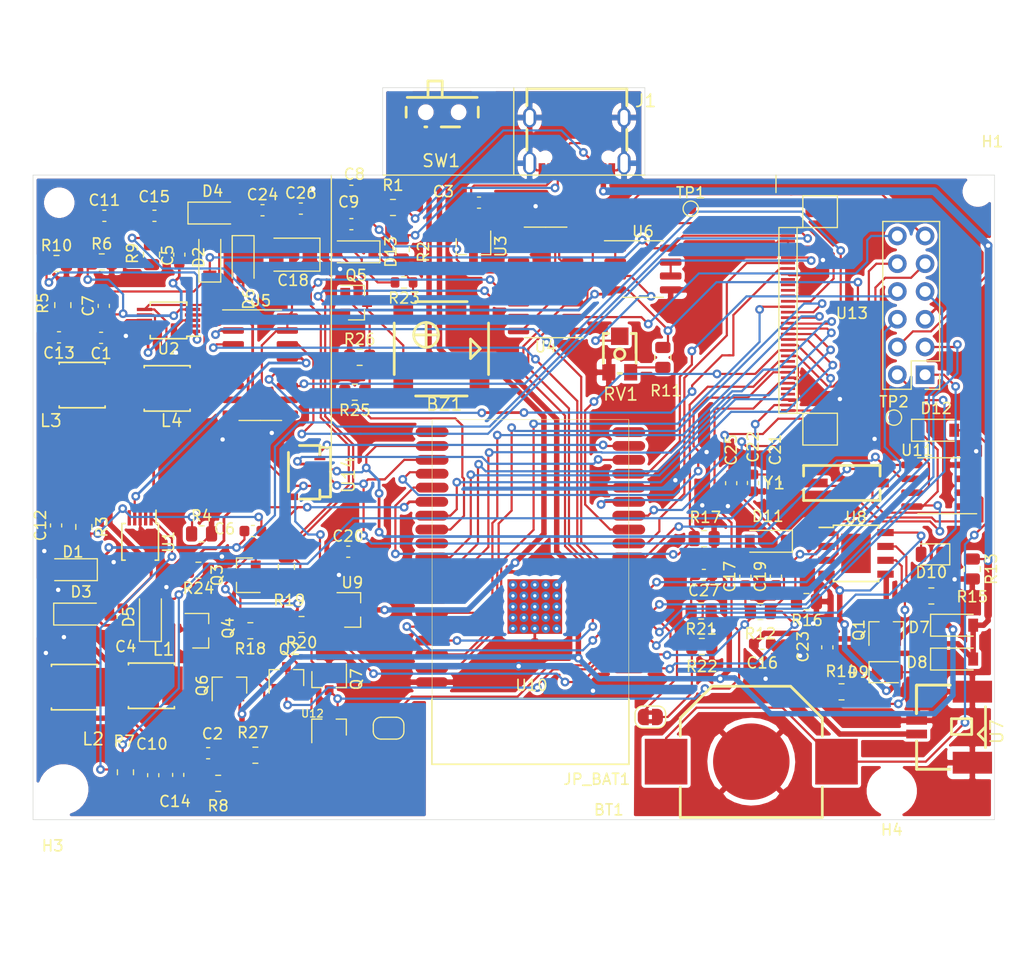
<source format=kicad_pcb>
(kicad_pcb (version 20171130) (host pcbnew "(5.1.10)-1")
  (layers (0 F.Cu signal) (31 B.Cu signal) (34 B.Paste user) (35 F.Paste user) (36 B.SilkS user) (37 F.SilkS user) (38 B.Mask user) (39 F.Mask user) (44 Edge.Cuts user))
  (net 0 "")
  (net 1 GND)
  (net 2 "Net-(C4-Pad2)")
  (net 3 "Net-(C4-Pad1)")
  (net 4 /+22V)
  (net 5 "Net-(C5-Pad1)")
  (net 6 /-20V)
  (net 7 /-15V)
  (net 8 /15V)
  (net 9 /EN)
  (net 10 "Net-(D1-Pad2)")
  (net 11 /EP_CKH)
  (net 12 /EP_LE)
  (net 13 /EP_OE)
  (net 14 /EP_STH)
  (net 15 /EP_D0)
  (net 16 /EP_D1)
  (net 17 /EP_D2)
  (net 18 /EP_D3)
  (net 19 /EP_D4)
  (net 20 /EP_D5)
  (net 21 /EP_D6)
  (net 22 /EP_D7)
  (net 23 /EP_VCOM)
  (net 24 /EP_MODE)
  (net 25 /EP_STV)
  (net 26 /EP_CKV)
  (net 27 /MISO)
  (net 28 /SCLK)
  (net 29 /MOSI)
  (net 30 /A0)
  (net 31 /SENSOR_VN)
  (net 32 /SENSOR_VP)
  (net 33 "Net-(RV1-Pad2)")
  (net 34 /USB_TXD)
  (net 35 /USB_RXD)
  (net 36 /+3.3V)
  (net 37 "Net-(C7-Pad1)")
  (net 38 "Net-(C10-Pad1)")
  (net 39 "Net-(C11-Pad1)")
  (net 40 /A1)
  (net 41 /CTRL-20V)
  (net 42 /CTRL+22V)
  (net 43 /CTRL-15V)
  (net 44 /CTRL+15V)
  (net 45 SW_VIN)
  (net 46 EPD_VDD)
  (net 47 /SMPS_CTRL)
  (net 48 /~RTS)
  (net 49 "Net-(Q3-Pad1)")
  (net 50 /~DTR)
  (net 51 "Net-(Q4-Pad1)")
  (net 52 "Net-(Q2-Pad1)")
  (net 53 BAT+)
  (net 54 VBUS)
  (net 55 "Net-(D9-Pad1)")
  (net 56 VIN)
  (net 57 /+3.3_Serial)
  (net 58 "Net-(D10-Pad1)")
  (net 59 "Net-(JP_TEMP1-Pad1)")
  (net 60 /IO0)
  (net 61 /USB_D+)
  (net 62 /USB_D-)
  (net 63 /TCH_SDA)
  (net 64 /TCH_SCL)
  (net 65 /TCH_INT)
  (net 66 /TCH_RST)
  (net 67 "Net-(BT1-Pad1)")
  (net 68 "Net-(BZ1-Pad2)")
  (net 69 "Net-(BZ1-Pad1)")
  (net 70 /BUZZER)
  (net 71 "Net-(TP2-Pad1)")
  (net 72 "Net-(C5-Pad2)")
  (net 73 "Net-(C6-Pad1)")
  (net 74 "Net-(C20-Pad2)")
  (net 75 "Net-(C21-Pad1)")
  (net 76 "Net-(C25-Pad2)")
  (net 77 "Net-(C27-Pad2)")
  (net 78 "Net-(D2-Pad2)")
  (net 79 "Net-(D10-Pad2)")
  (net 80 "Net-(J1-PadB5)")
  (net 81 "Net-(J1-PadA5)")
  (net 82 "Net-(Q4-Pad3)")
  (net 83 "Net-(Q5-Pad1)")
  (net 84 "Net-(R11-Pad2)")
  (net 85 "Net-(R14-Pad1)")
  (net 86 "Net-(R15-Pad1)")
  (net 87 "Net-(R16-Pad2)")
  (net 88 "Net-(U10-Pad8)")
  (net 89 "Net-(U10-Pad9)")
  (net 90 "Net-(U6-Pad6)")
  (net 91 "Net-(U11-Pad1)")
  (module epaper-breakout:JLC_BAT-SMD_MY-1220-03 (layer F.Cu) (at 88.74 84.69 180)
    (fp_text reference BT1 (at 13.04 -4.41) (layer F.SilkS))
    (fp_text value Battery_Cell)
    (pad 2 smd circle (at -0.000127 0 180) (size 7.000011 7.000011) (layers F.Cu F.Paste F.Mask) (net 1 GND))
    (pad 1 smd rect (at 7.799959 0 180) (size 3.899992 4.180002) (layers F.Cu F.Paste F.Mask) (net 67 "Net-(BT1-Pad1)"))
    (pad 1 smd rect (at -7.799959 0 180) (size 3.899992 4.180002) (layers F.Cu F.Paste F.Mask) (net 67 "Net-(BT1-Pad1)"))
  )
  (module epaper-breakout:JLC_CRYSTAL-SMD_L7.0-W3.2-LS7.5 (layer F.Cu) (at 97.028 59.182 180)
    (fp_text reference Y1 (at 5.08 0) (layer F.SilkS) (effects (font (size 1.143 1.143) (thickness 0.1524)) (justify right)))
    (fp_text value Crystal hide)
    (pad 2 smd rect (at 2.799918 0 270) (size 0.799998 2.999994) (layers F.Cu F.Paste F.Mask) (net 75 "Net-(C21-Pad1)"))
    (pad 1 smd rect (at -2.80002 0 270) (size 0.799998 2.999994) (layers F.Cu F.Paste F.Mask) (net 91 "Net-(U11-Pad1)"))
  )
  (module Package_SO:SOIC-8_3.9x4.9mm_P1.27mm (layer F.Cu) (at 105.918 59.436 180)
    (fp_text reference U11 (at 2 3.25) (layer F.SilkS))
    (fp_text value PCF8563T)
    (pad 8 smd roundrect (at 2.475 -1.905 180) (size 1.95 0.6) (layers F.Cu F.Paste F.Mask) (net 76 "Net-(C25-Pad2)"))
    (pad 7 smd roundrect (at 2.475 -0.635 180) (size 1.95 0.6) (layers F.Cu F.Paste F.Mask) (net 71 "Net-(TP2-Pad1)"))
    (pad 6 smd roundrect (at 2.475 0.635 180) (size 1.95 0.6) (layers F.Cu F.Paste F.Mask) (net 64 /TCH_SCL))
    (pad 5 smd roundrect (at 2.475 1.905 180) (size 1.95 0.6) (layers F.Cu F.Paste F.Mask) (net 63 /TCH_SDA))
    (pad 4 smd roundrect (at -2.475 1.905 180) (size 1.95 0.6) (layers F.Cu F.Paste F.Mask) (net 1 GND))
    (pad 3 smd roundrect (at -2.475 0.635 180) (size 1.95 0.6) (layers F.Cu F.Paste F.Mask))
    (pad 2 smd roundrect (at -2.475 -0.635 180) (size 1.95 0.6) (layers F.Cu F.Paste F.Mask) (net 75 "Net-(C21-Pad1)"))
    (pad 1 smd roundrect (at -2.475 -1.905 180) (size 1.95 0.6) (layers F.Cu F.Paste F.Mask) (net 91 "Net-(U11-Pad1)"))
  )
  (module TestPoint:TestPoint_Pad_D1.0mm (layer F.Cu) (at 101.8 53.2)
    (fp_text reference TP2 (at 0 -1.448) (layer F.SilkS))
    (fp_text value TestPoint_Probe)
    (pad 1 smd circle (at 0 0) (size 1 1) (layers F.Cu F.Mask) (net 71 "Net-(TP2-Pad1)"))
  )
  (module Resistor_SMD:R_0805_2012Metric (layer F.Cu) (at 52.895 47.682)
    (fp_text reference R26 (at 0 -1.65) (layer F.SilkS))
    (fp_text value 100k)
    (pad 2 smd roundrect (at 0.9125 0) (size 1.025 1.4) (layers F.Cu F.Paste F.Mask) (roundrect_rratio 0.2439014634146341) (net 83 "Net-(Q5-Pad1)"))
    (pad 1 smd roundrect (at -0.9125 0) (size 1.025 1.4) (layers F.Cu F.Paste F.Mask) (roundrect_rratio 0.2439014634146341) (net 1 GND))
  )
  (module Resistor_SMD:R_0805_2012Metric (layer F.Cu) (at 52.45 50.875 180)
    (fp_text reference R25 (at 0 -1.65) (layer F.SilkS))
    (fp_text value 1k)
    (pad 2 smd roundrect (at 0.9125 0 180) (size 1.025 1.4) (layers F.Cu F.Paste F.Mask) (roundrect_rratio 0.2439014634146341) (net 70 /BUZZER))
    (pad 1 smd roundrect (at -0.9125 0 180) (size 1.025 1.4) (layers F.Cu F.Paste F.Mask) (roundrect_rratio 0.2439014634146341) (net 83 "Net-(Q5-Pad1)"))
  )
  (module Resistor_SMD:R_0603_1608Metric (layer F.Cu) (at 56.959 40.824 180)
    (fp_text reference R23 (at 0 -1.43) (layer F.SilkS))
    (fp_text value 33)
    (pad 2 smd roundrect (at 0.825 0 180) (size 0.8 0.95) (layers F.Cu F.Paste F.Mask) (net 36 /+3.3V))
    (pad 1 smd roundrect (at -0.825 0 180) (size 0.8 0.95) (layers F.Cu F.Paste F.Mask) (net 69 "Net-(BZ1-Pad1)"))
  )
  (module Package_TO_SOT_SMD:SOT-23 (layer F.Cu) (at 52.575 42.675)
    (fp_text reference Q5 (at 0 -2.5) (layer F.SilkS))
    (fp_text value 2N7002)
    (pad 3 smd rect (at 1 0) (size 0.9 0.8) (layers F.Cu F.Paste F.Mask) (net 68 "Net-(BZ1-Pad2)"))
    (pad 2 smd rect (at -1 0.95) (size 0.9 0.8) (layers F.Cu F.Paste F.Mask) (net 1 GND))
    (pad 1 smd rect (at -1 -0.95) (size 0.9 0.8) (layers F.Cu F.Paste F.Mask) (net 83 "Net-(Q5-Pad1)"))
  )
  (module epaper-breakout:JLC_IND-SMD_L4.0-W4.0_SMNR4020 (layer F.Cu) (at 35.275 50.525)
    (fp_text reference L4 (at -0.7 2.95) (layer F.SilkS) (effects (font (size 1.143 1.143) (thickness 0.1524)) (justify left)))
    (fp_text value 22uH hide)
    (pad 2 smd rect (at -1.928114 0) (size 1.874012 3.520008) (layers F.Cu F.Paste F.Mask) (net 45 SW_VIN))
    (pad 1 smd rect (at 1.928114 0) (size 1.874012 3.520008) (layers F.Cu F.Paste F.Mask) (net 78 "Net-(D2-Pad2)"))
  )
  (module epaper-breakout:JLC_IND-SMD_L4.0-W4.0_SMNR4020 (layer F.Cu) (at 27.495 50.222)
    (fp_text reference L3 (at -3.97 3.253) (layer F.SilkS) (effects (font (size 1.143 1.143) (thickness 0.1524)) (justify left)))
    (fp_text value 22uH hide)
    (pad 2 smd rect (at -1.928114 0) (size 1.874012 3.520008) (layers F.Cu F.Paste F.Mask) (net 45 SW_VIN))
    (pad 1 smd rect (at 1.928114 0) (size 1.874012 3.520008) (layers F.Cu F.Paste F.Mask) (net 72 "Net-(C5-Pad2)"))
  )
  (module epaper-breakout:JLC_IND-SMD_L4.0-W4.0_SMNR4020 (layer F.Cu) (at 26.786886 77.87)
    (fp_text reference L2 (at 0.608114 4.742) (layer F.SilkS) (effects (font (size 1.143 1.143) (thickness 0.1524)) (justify left)))
    (fp_text value 22uH hide)
    (pad 2 smd rect (at -1.928114 0) (size 1.874012 3.520008) (layers F.Cu F.Paste F.Mask) (net 45 SW_VIN))
    (pad 1 smd rect (at 1.928114 0) (size 1.874012 3.520008) (layers F.Cu F.Paste F.Mask) (net 10 "Net-(D1-Pad2)"))
  )
  (module epaper-breakout:JLC_IND-SMD_L4.0-W4.0_SMNR4020 (layer F.Cu) (at 33.833114 77.74)
    (fp_text reference L1 (at 0 -3.338322) (layer F.SilkS) (effects (font (size 1.143 1.143) (thickness 0.1524)) (justify left)))
    (fp_text value 22uH hide)
    (pad 2 smd rect (at -1.928114 0) (size 1.874012 3.520008) (layers F.Cu F.Paste F.Mask) (net 45 SW_VIN))
    (pad 1 smd rect (at 1.928114 0) (size 1.874012 3.520008) (layers F.Cu F.Paste F.Mask) (net 2 "Net-(C4-Pad2)"))
  )
  (module Diode_SMD:D_SOD-123 (layer F.Cu) (at 52.5 38.025 180)
    (fp_text reference D13 (at -3.25 0 90) (layer F.SilkS))
    (fp_text value 1N5817)
    (pad 2 smd rect (at 1.65 0 180) (size 0.9 1.2) (layers F.Cu F.Paste F.Mask) (net 68 "Net-(BZ1-Pad2)"))
    (pad 1 smd rect (at -1.65 0 180) (size 0.9 1.2) (layers F.Cu F.Paste F.Mask) (net 69 "Net-(BZ1-Pad1)"))
  )
  (module Diode_SMD:D_SOD-123 (layer F.Cu) (at 105.664 54.356)
    (fp_text reference D12 (at 0 -2) (layer F.SilkS))
    (fp_text value 1N5817)
    (pad 2 smd rect (at 1.65 0) (size 0.9 1.2) (layers F.Cu F.Paste F.Mask) (net 67 "Net-(BT1-Pad1)"))
    (pad 1 smd rect (at -1.65 0) (size 0.9 1.2) (layers F.Cu F.Paste F.Mask) (net 76 "Net-(C25-Pad2)"))
  )
  (module Diode_SMD:D_SOD-123 (layer F.Cu) (at 90.25 64.516 180)
    (fp_text reference D11 (at 0 2.286) (layer F.SilkS))
    (fp_text value 1N5817)
    (pad 2 smd rect (at 1.65 0 180) (size 0.9 1.2) (layers F.Cu F.Paste F.Mask) (net 36 /+3.3V))
    (pad 1 smd rect (at -1.65 0 180) (size 0.9 1.2) (layers F.Cu F.Paste F.Mask) (net 76 "Net-(C25-Pad2)"))
  )
  (module Capacitor_SMD:C_0603_1608Metric (layer F.Cu) (at 47.511 34.07)
    (fp_text reference C26 (at 0 -1.43) (layer F.SilkS))
    (fp_text value 10uF)
    (pad 2 smd roundrect (at 0.775 0) (size 0.9 0.95) (layers F.Cu F.Paste F.Mask) (net 36 /+3.3V))
    (pad 1 smd roundrect (at -0.775 0) (size 0.9 0.95) (layers F.Cu F.Paste F.Mask) (net 1 GND))
  )
  (module Capacitor_SMD:C_0603_1608Metric (layer F.Cu) (at 86.9 59.2 270)
    (fp_text reference C25 (at -3.048 0 90) (layer F.SilkS))
    (fp_text value 10uF)
    (pad 2 smd roundrect (at 0.775 0 270) (size 0.9 0.95) (layers F.Cu F.Paste F.Mask) (net 76 "Net-(C25-Pad2)"))
    (pad 1 smd roundrect (at -0.775 0 270) (size 0.9 0.95) (layers F.Cu F.Paste F.Mask) (net 1 GND))
  )
  (module Capacitor_SMD:C_0603_1608Metric (layer F.Cu) (at 88.9 59.182 270)
    (fp_text reference C22 (at -3.302 0 90) (layer F.SilkS))
    (fp_text value 22pF)
    (pad 2 smd roundrect (at 0.775 0 270) (size 0.9 0.95) (layers F.Cu F.Paste F.Mask) (net 1 GND))
    (pad 1 smd roundrect (at -0.775 0 270) (size 0.9 0.95) (layers F.Cu F.Paste F.Mask) (net 75 "Net-(C21-Pad1)"))
  )
  (module Capacitor_SMD:C_0603_1608Metric (layer F.Cu) (at 90.932 59.182 270)
    (fp_text reference C21 (at -3.048 0 90) (layer F.SilkS))
    (fp_text value 22pF)
    (pad 2 smd roundrect (at 0.775 0 270) (size 0.9 0.95) (layers F.Cu F.Paste F.Mask) (net 1 GND))
    (pad 1 smd roundrect (at -0.775 0 270) (size 0.9 0.95) (layers F.Cu F.Paste F.Mask) (net 75 "Net-(C21-Pad1)"))
  )
  (module epaper-breakout:JLC_BUZ-SMD_4P-L8.5-W8.5_FUET-8530-05 (layer F.Cu) (at 60.375 46.9 180)
    (fp_text reference BZ1 (at -2.032 -5.08) (layer F.SilkS) (effects (font (size 1.143 1.143) (thickness 0.1524)) (justify right)))
    (fp_text value Buzzer hide)
    (pad 2 smd rect (at 3.488004 -3.488106 180) (size 1.799996 1.799996) (layers F.Cu F.Paste F.Mask) (net 68 "Net-(BZ1-Pad2)"))
    (pad 4 smd rect (at -3.488106 3.488004 180) (size 1.799996 1.799996) (layers F.Cu F.Paste F.Mask))
    (pad 3 smd rect (at -3.488106 -3.488106 180) (size 1.799996 1.799996) (layers F.Cu F.Paste F.Mask))
    (pad 1 smd rect (at 3.488004 3.488004 180) (size 1.799996 1.799996) (layers F.Cu F.Paste F.Mask) (net 69 "Net-(BZ1-Pad1)"))
  )
  (module MountingHole:MountingHole_4mm (layer F.Cu) (at 101.6 87.376)
    (fp_text reference H4 (at 0 3.556) (layer F.SilkS))
    (fp_text value MountingHole)
    (pad 1 np_thru_hole circle (at 0 0) (size 4 4) (drill 4) (layers *.Cu *.Mask))
  )
  (module MountingHole:MountingHole_4mm (layer F.Cu) (at 25.77 87.22)
    (fp_text reference H3 (at -0.971 5.174) (layer F.SilkS))
    (fp_text value MountingHole)
    (pad 1 np_thru_hole circle (at 0 0) (size 4 4) (drill 4) (layers *.Cu *.Mask))
  )
  (module epaper-breakout:JLC_CONN-SMD_A1254WR-S-2P (layer F.Cu) (at 106.426 81.534 90)
    (fp_text reference U7 (at -1.646 4.788 90) (layer F.SilkS) (effects (font (size 1.143 1.143) (thickness 0.1524)) (justify left)))
    (fp_text value CONN-Battery hide)
    (pad 1 smd rect (at -0.625348 -2.55016 90) (size 0.799998 1.899996) (layers F.Cu F.Paste F.Mask) (net 53 BAT+))
    (pad 2 smd rect (at 0.624586 -2.55016 90) (size 0.799998 1.899996) (layers F.Cu F.Paste F.Mask) (net 1 GND))
    (pad 4 smd rect (at 3.250184 2.55016 90) (size 1.999996 3.599993) (layers F.Cu F.Paste F.Mask) (net 1 GND))
    (pad 3 smd rect (at -3.250184 2.55016 90) (size 1.999996 3.599993) (layers F.Cu F.Paste F.Mask) (net 1 GND))
  )
  (module Package_SO:SOIC-16_3.9x9.9mm_P1.27mm (layer F.Cu) (at 69.913 40.824 180)
    (fp_text reference U4 (at 0 -5.9) (layer F.SilkS))
    (fp_text value CH340C)
    (pad 16 smd roundrect (at 2.475 -4.445 180) (size 1.95 0.6) (layers F.Cu F.Paste F.Mask) (net 57 /+3.3_Serial))
    (pad 15 smd roundrect (at 2.475 -3.175 180) (size 1.95 0.6) (layers F.Cu F.Paste F.Mask))
    (pad 14 smd roundrect (at 2.475 -1.905 180) (size 1.95 0.6) (layers F.Cu F.Paste F.Mask) (net 48 /~RTS))
    (pad 13 smd roundrect (at 2.475 -0.635 180) (size 1.95 0.6) (layers F.Cu F.Paste F.Mask) (net 50 /~DTR))
    (pad 12 smd roundrect (at 2.475 0.635 180) (size 1.95 0.6) (layers F.Cu F.Paste F.Mask))
    (pad 11 smd roundrect (at 2.475 1.905 180) (size 1.95 0.6) (layers F.Cu F.Paste F.Mask))
    (pad 10 smd roundrect (at 2.475 3.175 180) (size 1.95 0.6) (layers F.Cu F.Paste F.Mask))
    (pad 9 smd roundrect (at 2.475 4.445 180) (size 1.95 0.6) (layers F.Cu F.Paste F.Mask))
    (pad 8 smd roundrect (at -2.475 4.445 180) (size 1.95 0.6) (layers F.Cu F.Paste F.Mask))
    (pad 7 smd roundrect (at -2.475 3.175 180) (size 1.95 0.6) (layers F.Cu F.Paste F.Mask))
    (pad 6 smd roundrect (at -2.475 1.905 180) (size 1.95 0.6) (layers F.Cu F.Paste F.Mask) (net 62 /USB_D-))
    (pad 5 smd roundrect (at -2.475 0.635 180) (size 1.95 0.6) (layers F.Cu F.Paste F.Mask) (net 61 /USB_D+))
    (pad 4 smd roundrect (at -2.475 -0.635 180) (size 1.95 0.6) (layers F.Cu F.Paste F.Mask) (net 57 /+3.3_Serial))
    (pad 3 smd roundrect (at -2.475 -1.905 180) (size 1.95 0.6) (layers F.Cu F.Paste F.Mask) (net 35 /USB_RXD))
    (pad 2 smd roundrect (at -2.475 -3.175 180) (size 1.95 0.6) (layers F.Cu F.Paste F.Mask) (net 34 /USB_TXD))
    (pad 1 smd roundrect (at -2.475 -4.445 180) (size 1.95 0.6) (layers F.Cu F.Paste F.Mask) (net 1 GND))
  )
  (module epaper-breakout:TP4056_SOP-8-PP (layer F.Cu) (at 98.325 65.625)
    (fp_text reference U8 (at 0 -3.3) (layer F.SilkS))
    (fp_text value TP4056)
    (pad 1 smd rect (at -2.7 -1.905) (size 1.5 0.65) (layers F.Cu F.Paste F.Mask) (net 1 GND))
    (pad 2 smd rect (at -2.7 -0.635) (size 1.5 0.65) (layers F.Cu F.Paste F.Mask) (net 87 "Net-(R16-Pad2)"))
    (pad 3 smd rect (at -2.7 0.635) (size 1.5 0.65) (layers F.Cu F.Paste F.Mask) (net 1 GND))
    (pad 4 smd rect (at -2.7 1.905) (size 1.5 0.65) (layers F.Cu F.Paste F.Mask) (net 79 "Net-(D10-Pad2)"))
    (pad 5 smd rect (at 2.7 1.905) (size 1.5 0.65) (layers F.Cu F.Paste F.Mask) (net 53 BAT+))
    (pad 6 smd rect (at 2.7 0.635) (size 1.5 0.65) (layers F.Cu F.Paste F.Mask) (net 85 "Net-(R14-Pad1)"))
    (pad 7 smd rect (at 2.7 -0.635) (size 1.5 0.65) (layers F.Cu F.Paste F.Mask) (net 86 "Net-(R15-Pad1)"))
    (pad 8 smd rect (at 2.7 -1.905) (size 1.5 0.65) (layers F.Cu F.Paste F.Mask) (net 79 "Net-(D10-Pad2)"))
    (pad 9 smd rect (at 0 0) (size 2.7 3.6) (layers F.Cu F.Paste F.Mask))
  )
  (module Package_SO:SOIC-16_3.9x9.9mm_P1.27mm (layer F.Cu) (at 43.8 48.4)
    (fp_text reference U5 (at 0 -5.9) (layer F.SilkS))
    (fp_text value 74HC4094-normal)
    (pad 16 smd roundrect (at 2.475 -4.445) (size 1.95 0.6) (layers F.Cu F.Paste F.Mask) (net 36 /+3.3V))
    (pad 15 smd roundrect (at 2.475 -3.175) (size 1.95 0.6) (layers F.Cu F.Paste F.Mask) (net 36 /+3.3V))
    (pad 14 smd roundrect (at 2.475 -1.905) (size 1.95 0.6) (layers F.Cu F.Paste F.Mask) (net 25 /EP_STV))
    (pad 13 smd roundrect (at 2.475 -0.635) (size 1.95 0.6) (layers F.Cu F.Paste F.Mask) (net 42 /CTRL+22V))
    (pad 12 smd roundrect (at 2.475 0.635) (size 1.95 0.6) (layers F.Cu F.Paste F.Mask) (net 24 /EP_MODE))
    (pad 11 smd roundrect (at 2.475 1.905) (size 1.95 0.6) (layers F.Cu F.Paste F.Mask) (net 13 /EP_OE))
    (pad 10 smd roundrect (at 2.475 3.175) (size 1.95 0.6) (layers F.Cu F.Paste F.Mask))
    (pad 9 smd roundrect (at 2.475 4.445) (size 1.95 0.6) (layers F.Cu F.Paste F.Mask))
    (pad 8 smd roundrect (at -2.475 4.445) (size 1.95 0.6) (layers F.Cu F.Paste F.Mask) (net 1 GND))
    (pad 7 smd roundrect (at -2.475 3.175) (size 1.95 0.6) (layers F.Cu F.Paste F.Mask) (net 41 /CTRL-20V))
    (pad 6 smd roundrect (at -2.475 1.905) (size 1.95 0.6) (layers F.Cu F.Paste F.Mask) (net 43 /CTRL-15V))
    (pad 5 smd roundrect (at -2.475 0.635) (size 1.95 0.6) (layers F.Cu F.Paste F.Mask) (net 44 /CTRL+15V))
    (pad 4 smd roundrect (at -2.475 -0.635) (size 1.95 0.6) (layers F.Cu F.Paste F.Mask) (net 47 /SMPS_CTRL))
    (pad 3 smd roundrect (at -2.475 -1.905) (size 1.95 0.6) (layers F.Cu F.Paste F.Mask) (net 88 "Net-(U10-Pad8)"))
    (pad 2 smd roundrect (at -2.475 -3.175) (size 1.95 0.6) (layers F.Cu F.Paste F.Mask) (net 89 "Net-(U10-Pad9)"))
    (pad 1 smd roundrect (at -2.475 -4.445) (size 1.95 0.6) (layers F.Cu F.Paste F.Mask) (net 60 /IO0))
  )
  (module Package_SO:SOP-8_3.76x4.96mm_P1.27mm (layer F.Cu) (at 78.825 39.6)
    (fp_text reference U6 (at 0 -3.43) (layer F.SilkS))
    (fp_text value LM358)
    (pad 8 smd roundrect (at 2.5375 -1.905) (size 1.975 0.65) (layers F.Cu F.Paste F.Mask) (net 8 /15V))
    (pad 7 smd roundrect (at 2.5375 -0.635) (size 1.975 0.65) (layers F.Cu F.Paste F.Mask) (net 90 "Net-(U6-Pad6)"))
    (pad 6 smd roundrect (at 2.5375 0.635) (size 1.975 0.65) (layers F.Cu F.Paste F.Mask) (net 90 "Net-(U6-Pad6)"))
    (pad 5 smd roundrect (at 2.5375 1.905) (size 1.975 0.65) (layers F.Cu F.Paste F.Mask) (net 1 GND))
    (pad 4 smd roundrect (at -2.5375 1.905) (size 1.975 0.65) (layers F.Cu F.Paste F.Mask) (net 7 /-15V))
    (pad 3 smd roundrect (at -2.5375 0.635) (size 1.975 0.65) (layers F.Cu F.Paste F.Mask) (net 33 "Net-(RV1-Pad2)"))
    (pad 2 smd roundrect (at -2.5375 -0.635) (size 1.975 0.65) (layers F.Cu F.Paste F.Mask) (net 23 /EP_VCOM))
    (pad 1 smd roundrect (at -2.5375 -1.905) (size 1.975 0.65) (layers F.Cu F.Paste F.Mask) (net 23 /EP_VCOM))
  )
  (module epaper-breakout:X05A20H34G (layer F.Cu) (at 92.1 44.3 90)
    (fp_text reference U13 (at 0.65 5.85) (layer F.SilkS))
    (fp_text value ED060XC5)
    (pad 0 smd rect (at 10.25 3 90) (size 1.6 2.8) (layers F.Cu F.Paste F.Mask))
    (pad 0 smd rect (at -10.25 3 90) (size 1.6 2.8) (layers F.Cu F.Paste F.Mask))
    (pad 34 smd rect (at 8.25 0 90) (size 0.25 1.3) (layers F.Cu F.Paste F.Mask) (net 4 /+22V))
    (pad 33 smd rect (at 7.75 0 90) (size 0.25 1.3) (layers F.Cu F.Paste F.Mask) (net 8 /15V))
    (pad 32 smd rect (at 7.25 0 90) (size 0.25 1.3) (layers F.Cu F.Paste F.Mask) (net 1 GND))
    (pad 31 smd rect (at 6.75 0 90) (size 0.25 1.3) (layers F.Cu F.Paste F.Mask) (net 1 GND))
    (pad 30 smd rect (at 6.25 0 90) (size 0.25 1.3) (layers F.Cu F.Paste F.Mask))
    (pad 29 smd rect (at 5.75 0 90) (size 0.25 1.3) (layers F.Cu F.Paste F.Mask) (net 25 /EP_STV))
    (pad 28 smd rect (at 5.25 0 90) (size 0.25 1.3) (layers F.Cu F.Paste F.Mask) (net 26 /EP_CKV))
    (pad 27 smd rect (at 4.75 0 90) (size 0.25 1.3) (layers F.Cu F.Paste F.Mask) (net 24 /EP_MODE))
    (pad 26 smd rect (at 4.25 0 90) (size 0.25 1.3) (layers F.Cu F.Paste F.Mask) (net 1 GND))
    (pad 25 smd rect (at 3.75 0 90) (size 0.25 1.3) (layers F.Cu F.Paste F.Mask))
    (pad 24 smd rect (at 3.25 0 90) (size 0.25 1.3) (layers F.Cu F.Paste F.Mask))
    (pad 23 smd rect (at 2.75 0 90) (size 0.25 1.3) (layers F.Cu F.Paste F.Mask))
    (pad 22 smd rect (at 2.25 0 90) (size 0.25 1.3) (layers F.Cu F.Paste F.Mask))
    (pad 21 smd rect (at 1.75 0 90) (size 0.25 1.3) (layers F.Cu F.Paste F.Mask) (net 23 /EP_VCOM))
    (pad 20 smd rect (at 1.25 0 90) (size 0.25 1.3) (layers F.Cu F.Paste F.Mask) (net 22 /EP_D7))
    (pad 19 smd rect (at 0.75 0 90) (size 0.25 1.3) (layers F.Cu F.Paste F.Mask) (net 21 /EP_D6))
    (pad 18 smd rect (at 0.25 0 90) (size 0.25 1.3) (layers F.Cu F.Paste F.Mask) (net 20 /EP_D5))
    (pad 17 smd rect (at -0.25 0 90) (size 0.25 1.3) (layers F.Cu F.Paste F.Mask) (net 19 /EP_D4))
    (pad 16 smd rect (at -0.75 0 90) (size 0.25 1.3) (layers F.Cu F.Paste F.Mask) (net 18 /EP_D3))
    (pad 15 smd rect (at -1.25 0 90) (size 0.25 1.3) (layers F.Cu F.Paste F.Mask) (net 17 /EP_D2))
    (pad 14 smd rect (at -1.75 0 90) (size 0.25 1.3) (layers F.Cu F.Paste F.Mask) (net 16 /EP_D1))
    (pad 13 smd rect (at -2.25 0 90) (size 0.25 1.3) (layers F.Cu F.Paste F.Mask) (net 15 /EP_D0))
    (pad 12 smd rect (at -2.75 0 90) (size 0.25 1.3) (layers F.Cu F.Paste F.Mask) (net 14 /EP_STH))
    (pad 11 smd rect (at -3.25 0 90) (size 0.25 1.3) (layers F.Cu F.Paste F.Mask) (net 13 /EP_OE))
    (pad 10 smd rect (at -3.75 0 90) (size 0.25 1.3) (layers F.Cu F.Paste F.Mask) (net 12 /EP_LE))
    (pad 9 smd rect (at -4.25 0 90) (size 0.25 1.3) (layers F.Cu F.Paste F.Mask) (net 1 GND))
    (pad 8 smd rect (at -4.75 0 90) (size 0.25 1.3) (layers F.Cu F.Paste F.Mask) (net 11 /EP_CKH))
    (pad 7 smd rect (at -5.25 0 90) (size 0.25 1.3) (layers F.Cu F.Paste F.Mask) (net 1 GND))
    (pad 6 smd rect (at -5.75 0 90) (size 0.25 1.3) (layers F.Cu F.Paste F.Mask) (net 46 EPD_VDD))
    (pad 5 smd rect (at -6.25 0 90) (size 0.25 1.3) (layers F.Cu F.Paste F.Mask))
    (pad 4 smd rect (at -6.75 0 90) (size 0.25 1.3) (layers F.Cu F.Paste F.Mask))
    (pad 3 smd rect (at -7.25 0 90) (size 0.25 1.3) (layers F.Cu F.Paste F.Mask) (net 1 GND))
    (pad 2 smd rect (at -7.75 0 90) (size 0.25 1.3) (layers F.Cu F.Paste F.Mask) (net 6 /-20V))
    (pad 1 smd rect (at -8.25 0 90) (size 0.25 1.3) (layers F.Cu F.Paste F.Mask) (net 7 /-15V))
  )
  (module esp32-wrover:ESP32-WROVER (layer F.Cu) (at 68.525 78.325 180)
    (fp_text reference U10 (at -0.1 0.62) (layer F.SilkS))
    (fp_text value ESP32-WROVER hide)
    (pad 39 thru_hole circle (at -2.4 5.82 180) (size 0.8 0.8) (drill 0.3) (layers *.Cu *.Mask) (net 1 GND))
    (pad 39 smd rect (at -0.4 7.83 180) (size 5 5) (layers F.Cu F.Paste F.Mask) (net 1 GND))
    (pad 1 smd oval (at -9 0.91 180) (size 3 0.9) (layers F.Cu F.Paste F.Mask) (net 1 GND))
    (pad 2 smd oval (at -9 2.18 180) (size 3 0.9) (layers F.Cu F.Paste F.Mask) (net 36 /+3.3V))
    (pad 3 smd oval (at -9 3.45 180) (size 3 0.9) (layers F.Cu F.Paste F.Mask) (net 9 /EN))
    (pad 4 smd oval (at -9 4.72 180) (size 3 0.9) (layers F.Cu F.Paste F.Mask) (net 32 /SENSOR_VP))
    (pad 5 smd oval (at -9 5.99 180) (size 3 0.9) (layers F.Cu F.Paste F.Mask) (net 31 /SENSOR_VN))
    (pad 6 smd oval (at -9 7.26 180) (size 3 0.9) (layers F.Cu F.Paste F.Mask) (net 30 /A0))
    (pad 7 smd oval (at -9 8.53 180) (size 3 0.9) (layers F.Cu F.Paste F.Mask) (net 40 /A1))
    (pad 8 smd oval (at -9 9.8 180) (size 3 0.9) (layers F.Cu F.Paste F.Mask) (net 88 "Net-(U10-Pad8)"))
    (pad 9 smd oval (at -9 11.07 180) (size 3 0.9) (layers F.Cu F.Paste F.Mask) (net 89 "Net-(U10-Pad9)"))
    (pad 10 smd oval (at -9 12.34 180) (size 3 0.9) (layers F.Cu F.Paste F.Mask) (net 15 /EP_D0))
    (pad 11 smd oval (at -9 13.61 180) (size 3 0.9) (layers F.Cu F.Paste F.Mask) (net 26 /EP_CKV))
    (pad 12 smd oval (at -9 14.88 180) (size 3 0.9) (layers F.Cu F.Paste F.Mask) (net 14 /EP_STH))
    (pad 13 smd oval (at -9 16.15 180) (size 3 0.9) (layers F.Cu F.Paste F.Mask) (net 28 /SCLK))
    (pad 14 smd oval (at -9 17.42 180) (size 3 0.9) (layers F.Cu F.Paste F.Mask) (net 27 /MISO))
    (pad 15 smd oval (at -9 18.72 180) (size 3 0.9) (layers F.Cu F.Paste F.Mask) (net 1 GND))
    (pad 16 smd oval (at -9 19.99 180) (size 3 0.9) (layers F.Cu F.Paste F.Mask) (net 29 /MOSI))
    (pad 17 smd oval (at -9 21.26 180) (size 3 0.9) (layers F.Cu F.Paste F.Mask) (net 65 /TCH_INT))
    (pad 18 smd oval (at -9 22.53 180) (size 3 0.9) (layers F.Cu F.Paste F.Mask) (net 66 /TCH_RST))
    (pad 19 smd oval (at -9 23.8 180) (size 3 0.9) (layers F.Cu F.Paste F.Mask))
    (pad 20 smd oval (at 9 23.8 180) (size 3 0.9) (layers F.Cu F.Paste F.Mask))
    (pad 21 smd oval (at 9 22.53 180) (size 3 0.9) (layers F.Cu F.Paste F.Mask) (net 63 /TCH_SDA))
    (pad 22 smd oval (at 9 21.26 180) (size 3 0.9) (layers F.Cu F.Paste F.Mask) (net 64 /TCH_SCL))
    (pad 23 smd oval (at 9 19.99 180) (size 3 0.9) (layers F.Cu F.Paste F.Mask) (net 11 /EP_CKH))
    (pad 24 smd oval (at 9 18.72 180) (size 3 0.9) (layers F.Cu F.Paste F.Mask) (net 12 /EP_LE))
    (pad 25 smd oval (at 9.03 17.42 180) (size 3 0.9) (layers F.Cu F.Paste F.Mask) (net 60 /IO0))
    (pad 26 smd oval (at 9.03 16.15 180) (size 3 0.9) (layers F.Cu F.Paste F.Mask) (net 16 /EP_D1))
    (pad 27 smd oval (at 9.03 14.88 180) (size 3 0.9) (layers F.Cu F.Paste F.Mask) (net 70 /BUZZER))
    (pad 28 smd oval (at 9.03 13.61 180) (size 3 0.9) (layers F.Cu F.Paste F.Mask))
    (pad 29 smd oval (at 9.03 12.34 180) (size 3 0.9) (layers F.Cu F.Paste F.Mask) (net 17 /EP_D2))
    (pad 30 smd oval (at 9.03 11.07 180) (size 3 0.9) (layers F.Cu F.Paste F.Mask) (net 18 /EP_D3))
    (pad 31 smd oval (at 9.03 9.8 180) (size 3 0.9) (layers F.Cu F.Paste F.Mask) (net 19 /EP_D4))
    (pad 32 smd oval (at 9.03 8.53 180) (size 3 0.9) (layers F.Cu F.Paste F.Mask))
    (pad 33 smd oval (at 9.03 7.26 180) (size 3 0.9) (layers F.Cu F.Paste F.Mask) (net 20 /EP_D5))
    (pad 34 smd oval (at 9.03 5.99 180) (size 3 0.9) (layers F.Cu F.Paste F.Mask) (net 34 /USB_TXD))
    (pad 35 smd oval (at 9.03 4.72 180) (size 3 0.9) (layers F.Cu F.Paste F.Mask) (net 35 /USB_RXD))
    (pad 36 smd oval (at 9.03 3.45 180) (size 3 0.9) (layers F.Cu F.Paste F.Mask) (net 21 /EP_D6))
    (pad 37 smd oval (at 9.03 2.18 180) (size 3 0.9) (layers F.Cu F.Paste F.Mask) (net 22 /EP_D7))
    (pad 38 smd oval (at 9.03 0.91 180) (size 3 0.9) (layers F.Cu F.Paste F.Mask) (net 1 GND))
    (pad 39 thru_hole circle (at -2.4 6.82 180) (size 0.8 0.8) (drill 0.3) (layers *.Cu *.Mask) (net 1 GND))
    (pad 39 thru_hole circle (at -2.4 7.82 180) (size 0.8 0.8) (drill 0.3) (layers *.Cu *.Mask) (net 1 GND))
    (pad 39 thru_hole circle (at -2.4 8.82 180) (size 0.8 0.8) (drill 0.3) (layers *.Cu *.Mask) (net 1 GND))
    (pad 39 thru_hole circle (at -2.4 9.82 180) (size 0.8 0.8) (drill 0.3) (layers *.Cu *.Mask) (net 1 GND))
    (pad 39 thru_hole circle (at -1.4 9.82 180) (size 0.8 0.8) (drill 0.3) (layers *.Cu *.Mask) (net 1 GND))
    (pad 39 thru_hole circle (at -1.4 8.82 180) (size 0.8 0.8) (drill 0.3) (layers *.Cu *.Mask) (net 1 GND))
    (pad 39 thru_hole circle (at -1.4 7.82 180) (size 0.8 0.8) (drill 0.3) (layers *.Cu *.Mask) (net 1 GND))
    (pad 39 thru_hole circle (at -1.4 6.82 180) (size 0.8 0.8) (drill 0.3) (layers *.Cu *.Mask) (net 1 GND))
    (pad 39 thru_hole circle (at -1.4 5.82 180) (size 0.8 0.8) (drill 0.3) (layers *.Cu *.Mask) (net 1 GND))
    (pad 39 thru_hole circle (at 0.6 5.82 180) (size 0.8 0.8) (drill 0.3) (layers *.Cu *.Mask) (net 1 GND))
    (pad 39 thru_hole circle (at 0.6 6.82 180) (size 0.8 0.8) (drill 0.3) (layers *.Cu *.Mask) (net 1 GND))
    (pad 39 thru_hole circle (at 0.6 7.82 180) (size 0.8 0.8) (drill 0.3) (layers *.Cu *.Mask) (net 1 GND))
    (pad 39 thru_hole circle (at 0.6 8.82 180) (size 0.8 0.8) (drill 0.3) (layers *.Cu *.Mask) (net 1 GND))
    (pad 39 thru_hole circle (at 0.6 9.82 180) (size 0.8 0.8) (drill 0.3) (layers *.Cu *.Mask) (net 1 GND))
    (pad 39 thru_hole circle (at -0.4 9.82 180) (size 0.8 0.8) (drill 0.3) (layers *.Cu *.Mask) (net 1 GND))
    (pad 39 thru_hole circle (at -0.4 8.82 180) (size 0.8 0.8) (drill 0.3) (layers *.Cu *.Mask) (net 1 GND))
    (pad 39 thru_hole circle (at -0.4 7.82 180) (size 0.8 0.8) (drill 0.3) (layers *.Cu *.Mask) (net 1 GND))
    (pad 39 thru_hole circle (at -0.4 6.82 180) (size 0.8 0.8) (drill 0.3) (layers *.Cu *.Mask) (net 1 GND))
    (pad 39 thru_hole circle (at -0.4 5.82 180) (size 0.8 0.8) (drill 0.3) (layers *.Cu *.Mask) (net 1 GND))
    (pad 39 thru_hole circle (at 1.6 9.82 180) (size 0.8 0.8) (drill 0.3) (layers *.Cu *.Mask) (net 1 GND))
    (pad 39 thru_hole circle (at 1.6 8.82 180) (size 0.8 0.8) (drill 0.3) (layers *.Cu *.Mask) (net 1 GND))
    (pad 39 thru_hole circle (at 1.6 7.82 180) (size 0.8 0.8) (drill 0.3) (layers *.Cu *.Mask) (net 1 GND))
    (pad 39 thru_hole circle (at 1.6 6.82 180) (size 0.8 0.8) (drill 0.3) (layers *.Cu *.Mask) (net 1 GND))
    (pad 39 thru_hole circle (at 1.6 5.82 180) (size 0.8 0.8) (drill 0.3) (layers *.Cu *.Mask) (net 1 GND))
  )
  (module Package_TO_SOT_SMD:SOT-23 (layer F.Cu) (at 63.309 37.522 270)
    (fp_text reference U3 (at 0 -2.5 90) (layer F.SilkS))
    (fp_text value XC6206PxxxMR)
    (pad 3 smd rect (at 1 0 270) (size 0.9 0.8) (layers F.Cu F.Paste F.Mask) (net 54 VBUS))
    (pad 2 smd rect (at -1 0.95 270) (size 0.9 0.8) (layers F.Cu F.Paste F.Mask) (net 57 /+3.3_Serial))
    (pad 1 smd rect (at -1 -0.95 270) (size 0.9 0.8) (layers F.Cu F.Paste F.Mask) (net 1 GND))
  )
  (module Package_SO:MSOP-10_3x3mm_P0.5mm (layer F.Cu) (at 35.4 44.3 180)
    (fp_text reference U2 (at 0 -2.6) (layer F.SilkS))
    (fp_text value LT1945)
    (pad 10 smd rect (at 2.2 -1 180) (size 1.4 0.3) (layers F.Cu F.Paste F.Mask) (net 72 "Net-(C5-Pad2)"))
    (pad 9 smd rect (at 2.2 -0.5 180) (size 1.4 0.3) (layers F.Cu F.Paste F.Mask) (net 1 GND))
    (pad 8 smd rect (at 2.2 0 180) (size 1.4 0.3) (layers F.Cu F.Paste F.Mask) (net 45 SW_VIN))
    (pad 7 smd rect (at 2.2 0.5 180) (size 1.4 0.3) (layers F.Cu F.Paste F.Mask) (net 1 GND))
    (pad 6 smd rect (at 2.2 1 180) (size 1.4 0.3) (layers F.Cu F.Paste F.Mask) (net 78 "Net-(D2-Pad2)"))
    (pad 5 smd rect (at -2.2 1 180) (size 1.4 0.3) (layers F.Cu F.Paste F.Mask) (net 37 "Net-(C7-Pad1)"))
    (pad 4 smd rect (at -2.2 0.5 180) (size 1.4 0.3) (layers F.Cu F.Paste F.Mask) (net 44 /CTRL+15V))
    (pad 3 smd rect (at -2.2 0 180) (size 1.4 0.3) (layers F.Cu F.Paste F.Mask) (net 1 GND))
    (pad 2 smd rect (at -2.2 -0.5 180) (size 1.4 0.3) (layers F.Cu F.Paste F.Mask) (net 43 /CTRL-15V))
    (pad 1 smd rect (at -2.2 -1 180) (size 1.4 0.3) (layers F.Cu F.Paste F.Mask) (net 39 "Net-(C11-Pad1)"))
  )
  (module Package_SO:MSOP-10_3x3mm_P0.5mm (layer F.Cu) (at 32.805 64.57 270)
    (fp_text reference U1 (at 0 -2.6 90) (layer F.SilkS))
    (fp_text value LT1945)
    (pad 10 smd rect (at 2.2 -1 270) (size 1.4 0.3) (layers F.Cu F.Paste F.Mask) (net 2 "Net-(C4-Pad2)"))
    (pad 9 smd rect (at 2.2 -0.5 270) (size 1.4 0.3) (layers F.Cu F.Paste F.Mask) (net 1 GND))
    (pad 8 smd rect (at 2.2 0 270) (size 1.4 0.3) (layers F.Cu F.Paste F.Mask) (net 45 SW_VIN))
    (pad 7 smd rect (at 2.2 0.5 270) (size 1.4 0.3) (layers F.Cu F.Paste F.Mask) (net 1 GND))
    (pad 6 smd rect (at 2.2 1 270) (size 1.4 0.3) (layers F.Cu F.Paste F.Mask) (net 10 "Net-(D1-Pad2)"))
    (pad 5 smd rect (at -2.2 1 270) (size 1.4 0.3) (layers F.Cu F.Paste F.Mask) (net 73 "Net-(C6-Pad1)"))
    (pad 4 smd rect (at -2.2 0.5 270) (size 1.4 0.3) (layers F.Cu F.Paste F.Mask) (net 42 /CTRL+22V))
    (pad 3 smd rect (at -2.2 0 270) (size 1.4 0.3) (layers F.Cu F.Paste F.Mask) (net 1 GND))
    (pad 2 smd rect (at -2.2 -0.5 270) (size 1.4 0.3) (layers F.Cu F.Paste F.Mask) (net 41 /CTRL-20V))
    (pad 1 smd rect (at -2.2 -1 270) (size 1.4 0.3) (layers F.Cu F.Paste F.Mask) (net 38 "Net-(C10-Pad1)"))
  )
  (module Package_TO_SOT_SMD:SOT-23 (layer F.Cu) (at 52.225 70.8)
    (fp_text reference U9 (at 0 -2.5) (layer F.SilkS))
    (fp_text value MCP1700-3302E_SOT23)
    (pad 3 smd rect (at 1 0) (size 0.9 0.8) (layers F.Cu F.Paste F.Mask) (net 74 "Net-(C20-Pad2)"))
    (pad 2 smd rect (at -1 0.95) (size 0.9 0.8) (layers F.Cu F.Paste F.Mask) (net 36 /+3.3V))
    (pad 1 smd rect (at -1 -0.95) (size 0.9 0.8) (layers F.Cu F.Paste F.Mask) (net 1 GND))
  )
  (module TestPoint:TestPoint_Pad_D1.0mm (layer F.Cu) (at 83.2 34.075)
    (fp_text reference TP1 (at 0 -1.448) (layer F.SilkS))
    (fp_text value TestPoint_Probe)
    (pad 1 smd circle (at 0 0) (size 1 1) (layers F.Cu F.Mask) (net 23 /EP_VCOM))
  )
  (module epaper-breakout:JLC_SW-SMD_MK-12C02-G025 (layer F.Cu) (at 60.450033 25.688438 180)
    (fp_text reference SW1 (at -1.75 -4) (layer F.SilkS) (effects (font (size 1.143 1.143) (thickness 0.1524)) (justify right)))
    (fp_text value SW_DIP_x01 hide)
    (pad 7 smd rect (at -3.799967 -0.686562 180) (size 1.099998 0.929996) (layers F.Cu F.Paste F.Mask) (net 1 GND))
    (pad 6 smd rect (at -3.799967 1.583436 180) (size 1.099998 0.929996) (layers F.Cu F.Paste F.Mask) (net 1 GND))
    (pad 5 smd rect (at 3.799967 1.583436 180) (size 1.099998 0.929996) (layers F.Cu F.Paste F.Mask) (net 1 GND))
    (pad 4 smd rect (at 3.799967 -0.686562 180) (size 1.099998 0.929996) (layers F.Cu F.Paste F.Mask) (net 1 GND))
    (pad 3 smd rect (at 2.249805 -1.583436 180) (size 0.899998 1.799996) (layers F.Cu F.Paste F.Mask) (net 74 "Net-(C20-Pad2)"))
    (pad 2 smd rect (at 0.749935 -1.583436 180) (size 0.899998 1.799996) (layers F.Cu F.Paste F.Mask) (net 56 VIN))
    (pad 1 smd rect (at -2.250059 -1.583436 180) (size 0.899998 1.799996) (layers F.Cu F.Paste F.Mask) (net 56 VIN))
    (pad "" np_thru_hole circle (at -1.499997 0.44831 180) (size 0.849986 0.849986) (drill 0.849986) (layers *.Cu *.Mask))
    (pad "" np_thru_hole circle (at 1.499997 0.44831 180) (size 0.849986 0.849986) (drill 0.849986) (layers *.Cu *.Mask))
  )
  (module epaper-breakout:JLC_RES-ADJ-SMD_VG039NCH (layer F.Cu) (at 76.7 47.4 270)
    (fp_text reference RV1 (at 3.66 -1.785 180) (layer F.SilkS) (effects (font (size 1.143 1.143) (thickness 0.1524)) (justify right)))
    (fp_text value 200k hide)
    (pad 1 smd rect (at 1.649984 0.999998) (size 1.199896 1.499997) (layers F.Cu F.Paste F.Mask) (net 1 GND))
    (pad 3 smd rect (at 1.649984 -0.999998) (size 1.199896 1.499997) (layers F.Cu F.Paste F.Mask) (net 84 "Net-(R11-Pad2)"))
    (pad 2 smd rect (at -1.649984 0) (size 1.599997 1.599997) (layers F.Cu F.Paste F.Mask) (net 33 "Net-(RV1-Pad2)"))
  )
  (module Resistor_SMD:R_0805_2012Metric (layer F.Cu) (at 56.705 37.776 270)
    (fp_text reference R2 (at 0.254 -2.032 270) (layer F.SilkS))
    (fp_text value 5.1K)
    (pad 2 smd roundrect (at 0.9125 0 270) (size 1.025 1.4) (layers F.Cu F.Paste F.Mask) (roundrect_rratio 0.2439014634146341) (net 1 GND))
    (pad 1 smd roundrect (at -0.9125 0 270) (size 1.025 1.4) (layers F.Cu F.Paste F.Mask) (roundrect_rratio 0.2439014634146341) (net 80 "Net-(J1-PadB5)"))
  )
  (module Resistor_SMD:R_0805_2012Metric (layer F.Cu) (at 55.943 33.966 180)
    (fp_text reference R1 (at 0 2.032) (layer F.SilkS))
    (fp_text value 5.1K)
    (pad 2 smd roundrect (at 0.9125 0 180) (size 1.025 1.4) (layers F.Cu F.Paste F.Mask) (roundrect_rratio 0.2439014634146341) (net 1 GND))
    (pad 1 smd roundrect (at -0.9125 0 180) (size 1.025 1.4) (layers F.Cu F.Paste F.Mask) (roundrect_rratio 0.2439014634146341) (net 81 "Net-(J1-PadA5)"))
  )
  (module Resistor_SMD:R_0805_2012Metric (layer F.Cu) (at 84.2125 74.15)
    (fp_text reference R22 (at 0 1.825) (layer F.SilkS))
    (fp_text value 150k)
    (pad 2 smd roundrect (at 0.9125 0) (size 1.025 1.4) (layers F.Cu F.Paste F.Mask) (roundrect_rratio 0.2439014634146341) (net 1 GND))
    (pad 1 smd roundrect (at -0.9125 0) (size 1.025 1.4) (layers F.Cu F.Paste F.Mask) (roundrect_rratio 0.2439014634146341) (net 77 "Net-(C27-Pad2)"))
  )
  (module Resistor_SMD:R_0805_2012Metric (layer F.Cu) (at 84.15 70.9 180)
    (fp_text reference R21 (at 0 -1.65) (layer F.SilkS))
    (fp_text value 680k)
    (pad 2 smd roundrect (at 0.9125 0 180) (size 1.025 1.4) (layers F.Cu F.Paste F.Mask) (roundrect_rratio 0.2439014634146341) (net 77 "Net-(C27-Pad2)"))
    (pad 1 smd roundrect (at -0.9125 0 180) (size 1.025 1.4) (layers F.Cu F.Paste F.Mask) (roundrect_rratio 0.2439014634146341) (net 56 VIN))
  )
  (module Resistor_SMD:R_0805_2012Metric (layer F.Cu) (at 43.35 84.1 180)
    (fp_text reference R27 (at 0.2225 2.07) (layer F.SilkS))
    (fp_text value 10k)
    (pad 2 smd roundrect (at 0.9125 0 180) (size 1.025 1.4) (layers F.Cu F.Paste F.Mask) (roundrect_rratio 0.2439014634146341) (net 56 VIN))
    (pad 1 smd roundrect (at -0.9125 0 180) (size 1.025 1.4) (layers F.Cu F.Paste F.Mask) (roundrect_rratio 0.2439014634146341) (net 82 "Net-(Q4-Pad3)"))
  )
  (module Resistor_SMD:R_0805_2012Metric (layer F.Cu) (at 25.146 39.096)
    (fp_text reference R10 (at 0 -1.65) (layer F.SilkS))
    (fp_text value 10k)
    (pad 2 smd roundrect (at 0.9125 0) (size 1.025 1.4) (layers F.Cu F.Paste F.Mask) (roundrect_rratio 0.2439014634146341) (net 1 GND))
    (pad 1 smd roundrect (at -0.9125 0) (size 1.025 1.4) (layers F.Cu F.Paste F.Mask) (roundrect_rratio 0.2439014634146341) (net 39 "Net-(C11-Pad1)"))
  )
  (module Resistor_SMD:R_0805_2012Metric (layer F.Cu) (at 33.845 38.284 270)
    (fp_text reference R9 (at -0.1255 1.746 90) (layer F.SilkS))
    (fp_text value 110k)
    (pad 2 smd roundrect (at 0.9125 0 270) (size 1.025 1.4) (layers F.Cu F.Paste F.Mask) (roundrect_rratio 0.2439014634146341) (net 39 "Net-(C11-Pad1)"))
    (pad 1 smd roundrect (at -0.9125 0 270) (size 1.025 1.4) (layers F.Cu F.Paste F.Mask) (roundrect_rratio 0.2439014634146341) (net 7 /-15V))
  )
  (module Resistor_SMD:R_0805_2012Metric (layer F.Cu) (at 29.2875 38.95)
    (fp_text reference R6 (at 0 -1.65) (layer F.SilkS))
    (fp_text value 27k)
    (pad 2 smd roundrect (at 0.9125 0) (size 1.025 1.4) (layers F.Cu F.Paste F.Mask) (roundrect_rratio 0.2439014634146341) (net 1 GND))
    (pad 1 smd roundrect (at -0.9125 0) (size 1.025 1.4) (layers F.Cu F.Paste F.Mask) (roundrect_rratio 0.2439014634146341) (net 37 "Net-(C7-Pad1)"))
  )
  (module Resistor_SMD:R_0805_2012Metric (layer F.Cu) (at 25.725 42.9 270)
    (fp_text reference R5 (at -0.175 1.85 90) (layer F.SilkS))
    (fp_text value 300k)
    (pad 2 smd roundrect (at 0.9125 0 270) (size 1.025 1.4) (layers F.Cu F.Paste F.Mask) (roundrect_rratio 0.2439014634146341) (net 37 "Net-(C7-Pad1)"))
    (pad 1 smd roundrect (at -0.9125 0 270) (size 1.025 1.4) (layers F.Cu F.Paste F.Mask) (roundrect_rratio 0.2439014634146341) (net 8 /15V))
  )
  (module Resistor_SMD:R_0805_2012Metric (layer F.Cu) (at 47.575 72.14 180)
    (fp_text reference R20 (at 0 -1.65) (layer F.SilkS))
    (fp_text value 10k)
    (pad 2 smd roundrect (at 0.9125 0 180) (size 1.025 1.4) (layers F.Cu F.Paste F.Mask) (roundrect_rratio 0.2439014634146341) (net 60 /IO0))
    (pad 1 smd roundrect (at -0.9125 0 180) (size 1.025 1.4) (layers F.Cu F.Paste F.Mask) (roundrect_rratio 0.2439014634146341) (net 36 /+3.3V))
  )
  (module Resistor_SMD:R_0805_2012Metric (layer F.Cu) (at 80.645 47.69 270)
    (fp_text reference R11 (at 3.05 -0.29 180) (layer F.SilkS))
    (fp_text value 390k)
    (pad 2 smd roundrect (at 0.9125 0 270) (size 1.025 1.4) (layers F.Cu F.Paste F.Mask) (roundrect_rratio 0.2439014634146341) (net 84 "Net-(R11-Pad2)"))
    (pad 1 smd roundrect (at -0.9125 0 270) (size 1.025 1.4) (layers F.Cu F.Paste F.Mask) (roundrect_rratio 0.2439014634146341) (net 7 /-15V))
  )
  (module Resistor_SMD:R_0805_2012Metric (layer F.Cu) (at 38.135 67.17 180)
    (fp_text reference R24 (at 0 -1.65) (layer F.SilkS))
    (fp_text value 1k)
    (pad 2 smd roundrect (at 0.9125 0 180) (size 1.025 1.4) (layers F.Cu F.Paste F.Mask) (roundrect_rratio 0.2439014634146341) (net 47 /SMPS_CTRL))
    (pad 1 smd roundrect (at -0.9125 0 180) (size 1.025 1.4) (layers F.Cu F.Paste F.Mask) (roundrect_rratio 0.2439014634146341) (net 51 "Net-(Q4-Pad1)"))
  )
  (module Resistor_SMD:R_0805_2012Metric (layer F.Cu) (at 46.191 66.864 90)
    (fp_text reference R19 (at -3.048 0.254) (layer F.SilkS))
    (fp_text value 10k)
    (pad 2 smd roundrect (at 0.9125 0 90) (size 1.025 1.4) (layers F.Cu F.Paste F.Mask) (roundrect_rratio 0.2439014634146341) (net 48 /~RTS))
    (pad 1 smd roundrect (at -0.9125 0 90) (size 1.025 1.4) (layers F.Cu F.Paste F.Mask) (roundrect_rratio 0.2439014634146341) (net 49 "Net-(Q3-Pad1)"))
  )
  (module Resistor_SMD:R_0805_2012Metric (layer F.Cu) (at 89.575 70.95 180)
    (fp_text reference R12 (at 0.0125 -2.025) (layer F.SilkS))
    (fp_text value 10k)
    (pad 2 smd roundrect (at 0.9125 0 180) (size 1.025 1.4) (layers F.Cu F.Paste F.Mask) (roundrect_rratio 0.2439014634146341) (net 9 /EN))
    (pad 1 smd roundrect (at -0.9125 0 180) (size 1.025 1.4) (layers F.Cu F.Paste F.Mask) (roundrect_rratio 0.2439014634146341) (net 36 /+3.3V))
  )
  (module Resistor_SMD:R_0805_2012Metric (layer F.Cu) (at 93.789 70.034 180)
    (fp_text reference R16 (at -0.05 -1.725) (layer F.SilkS))
    (fp_text value 6.8k)
    (pad 2 smd roundrect (at 0.9125 0 180) (size 1.025 1.4) (layers F.Cu F.Paste F.Mask) (roundrect_rratio 0.2439014634146341) (net 87 "Net-(R16-Pad2)"))
    (pad 1 smd roundrect (at -0.9125 0 180) (size 1.025 1.4) (layers F.Cu F.Paste F.Mask) (roundrect_rratio 0.2439014634146341) (net 1 GND))
  )
  (module Resistor_SMD:R_0805_2012Metric (layer F.Cu) (at 105.219 69.526)
    (fp_text reference R15 (at 3.747 0.07) (layer F.SilkS))
    (fp_text value 1k)
    (pad 2 smd roundrect (at 0.9125 0) (size 1.025 1.4) (layers F.Cu F.Paste F.Mask) (roundrect_rratio 0.2439014634146341) (net 58 "Net-(D10-Pad1)"))
    (pad 1 smd roundrect (at -0.9125 0) (size 1.025 1.4) (layers F.Cu F.Paste F.Mask) (roundrect_rratio 0.2439014634146341) (net 86 "Net-(R15-Pad1)"))
  )
  (module Resistor_SMD:R_0805_2012Metric (layer F.Cu) (at 39.9445 86.676)
    (fp_text reference R8 (at -0.0045 2.054) (layer F.SilkS))
    (fp_text value 39k)
    (pad 2 smd roundrect (at 0.9125 0) (size 1.025 1.4) (layers F.Cu F.Paste F.Mask) (roundrect_rratio 0.2439014634146341) (net 1 GND))
    (pad 1 smd roundrect (at -0.9125 0) (size 1.025 1.4) (layers F.Cu F.Paste F.Mask) (roundrect_rratio 0.2439014634146341) (net 38 "Net-(C10-Pad1)"))
  )
  (module Resistor_SMD:R_0805_2012Metric (layer F.Cu) (at 31.459 85.66 270)
    (fp_text reference R7 (at -2.841 0.121) (layer F.SilkS))
    (fp_text value 560k)
    (pad 2 smd roundrect (at 0.9125 0 270) (size 1.025 1.4) (layers F.Cu F.Paste F.Mask) (roundrect_rratio 0.2439014634146341) (net 38 "Net-(C10-Pad1)"))
    (pad 1 smd roundrect (at -0.9125 0 270) (size 1.025 1.4) (layers F.Cu F.Paste F.Mask) (roundrect_rratio 0.2439014634146341) (net 6 /-20V))
  )
  (module Resistor_SMD:R_0805_2012Metric (layer F.Cu) (at 38.425 63.84)
    (fp_text reference R4 (at 0 -1.65) (layer F.SilkS))
    (fp_text value 120k)
    (pad 2 smd roundrect (at 0.9125 0) (size 1.025 1.4) (layers F.Cu F.Paste F.Mask) (roundrect_rratio 0.2439014634146341) (net 1 GND))
    (pad 1 smd roundrect (at -0.9125 0) (size 1.025 1.4) (layers F.Cu F.Paste F.Mask) (roundrect_rratio 0.2439014634146341) (net 73 "Net-(C6-Pad1)"))
  )
  (module Resistor_SMD:R_0805_2012Metric (layer F.Cu) (at 27.649 63.2045 270)
    (fp_text reference R3 (at 0 -1.65 90) (layer F.SilkS))
    (fp_text value 2M)
    (pad 2 smd roundrect (at 0.9125 0 270) (size 1.025 1.4) (layers F.Cu F.Paste F.Mask) (roundrect_rratio 0.2439014634146341) (net 73 "Net-(C6-Pad1)"))
    (pad 1 smd roundrect (at -0.9125 0 270) (size 1.025 1.4) (layers F.Cu F.Paste F.Mask) (roundrect_rratio 0.2439014634146341) (net 4 /+22V))
  )
  (module Resistor_SMD:R_0805_2012Metric (layer F.Cu) (at 97 78.3)
    (fp_text reference R14 (at -0.025 -1.875) (layer F.SilkS))
    (fp_text value 1k)
    (pad 2 smd roundrect (at 0.9125 0) (size 1.025 1.4) (layers F.Cu F.Paste F.Mask) (roundrect_rratio 0.2439014634146341) (net 55 "Net-(D9-Pad1)"))
    (pad 1 smd roundrect (at -0.9125 0) (size 1.025 1.4) (layers F.Cu F.Paste F.Mask) (roundrect_rratio 0.2439014634146341) (net 85 "Net-(R14-Pad1)"))
  )
  (module Resistor_SMD:R_0805_2012Metric (layer F.Cu) (at 108.966 67.056 90)
    (fp_text reference R13 (at 0 1.75 90) (layer F.SilkS))
    (fp_text value 100k)
    (pad 2 smd roundrect (at 0.9125 0 90) (size 1.025 1.4) (layers F.Cu F.Paste F.Mask) (roundrect_rratio 0.2439014634146341) (net 54 VBUS))
    (pad 1 smd roundrect (at -0.9125 0 90) (size 1.025 1.4) (layers F.Cu F.Paste F.Mask) (roundrect_rratio 0.2439014634146341) (net 1 GND))
  )
  (module Resistor_SMD:R_0805_2012Metric (layer F.Cu) (at 42.889 72.706 180)
    (fp_text reference R18 (at 0 -1.65) (layer F.SilkS))
    (fp_text value 10k)
    (pad 2 smd roundrect (at 0.9125 0 180) (size 1.025 1.4) (layers F.Cu F.Paste F.Mask) (roundrect_rratio 0.2439014634146341) (net 50 /~DTR))
    (pad 1 smd roundrect (at -0.9125 0 180) (size 1.025 1.4) (layers F.Cu F.Paste F.Mask) (roundrect_rratio 0.2439014634146341) (net 52 "Net-(Q2-Pad1)"))
  )
  (module Package_TO_SOT_SMD:SOT-23 (layer F.Cu) (at 38.317 72.706)
    (fp_text reference Q4 (at 2.54 -0.254 90) (layer F.SilkS))
    (fp_text value MMBT3904)
    (pad 3 smd rect (at 1 0) (size 0.9 0.8) (layers F.Cu F.Paste F.Mask) (net 82 "Net-(Q4-Pad3)"))
    (pad 2 smd rect (at -1 0.95) (size 0.9 0.8) (layers F.Cu F.Paste F.Mask) (net 1 GND))
    (pad 1 smd rect (at -1 -0.95) (size 0.9 0.8) (layers F.Cu F.Paste F.Mask) (net 51 "Net-(Q4-Pad1)"))
  )
  (module Package_TO_SOT_SMD:SOT-23 (layer F.Cu) (at 50.101 77.146 270)
    (fp_text reference Q7 (at 0 -2.5 90) (layer F.SilkS))
    (fp_text value AO3401A)
    (pad 3 smd rect (at 1 0 270) (size 0.9 0.8) (layers F.Cu F.Paste F.Mask) (net 46 EPD_VDD))
    (pad 2 smd rect (at -1 0.95 270) (size 0.9 0.8) (layers F.Cu F.Paste F.Mask) (net 36 /+3.3V))
    (pad 1 smd rect (at -1 -0.95 270) (size 0.9 0.8) (layers F.Cu F.Paste F.Mask) (net 82 "Net-(Q4-Pad3)"))
  )
  (module Package_TO_SOT_SMD:SOT-23 (layer F.Cu) (at 42.381 67.626 180)
    (fp_text reference Q3 (at 2.54 0 270) (layer F.SilkS))
    (fp_text value MMBT3904)
    (pad 3 smd rect (at 1 0 180) (size 0.9 0.8) (layers F.Cu F.Paste F.Mask) (net 60 /IO0))
    (pad 2 smd rect (at -1 0.95 180) (size 0.9 0.8) (layers F.Cu F.Paste F.Mask) (net 50 /~DTR))
    (pad 1 smd rect (at -1 -0.95 180) (size 0.9 0.8) (layers F.Cu F.Paste F.Mask) (net 49 "Net-(Q3-Pad1)"))
  )
  (module Package_TO_SOT_SMD:SOT-23 (layer F.Cu) (at 46.191 77.024 90)
    (fp_text reference Q2 (at 2.617 0.2805 180) (layer F.SilkS))
    (fp_text value MMBT3904)
    (pad 3 smd rect (at 1 0 90) (size 0.9 0.8) (layers F.Cu F.Paste F.Mask) (net 9 /EN))
    (pad 2 smd rect (at -1 0.95 90) (size 0.9 0.8) (layers F.Cu F.Paste F.Mask) (net 48 /~RTS))
    (pad 1 smd rect (at -1 -0.95 90) (size 0.9 0.8) (layers F.Cu F.Paste F.Mask) (net 52 "Net-(Q2-Pad1)"))
  )
  (module Package_TO_SOT_SMD:SOT-23 (layer F.Cu) (at 40.975 77.715 90)
    (fp_text reference Q6 (at 0 -2.5 90) (layer F.SilkS))
    (fp_text value AO3401A)
    (pad 3 smd rect (at 1 0 90) (size 0.9 0.8) (layers F.Cu F.Paste F.Mask) (net 45 SW_VIN))
    (pad 2 smd rect (at -1 0.95 90) (size 0.9 0.8) (layers F.Cu F.Paste F.Mask) (net 56 VIN))
    (pad 1 smd rect (at -1 -0.95 90) (size 0.9 0.8) (layers F.Cu F.Paste F.Mask) (net 82 "Net-(Q4-Pad3)"))
  )
  (module Package_TO_SOT_SMD:SOT-23 (layer F.Cu) (at 101.092 72.644 90)
    (fp_text reference Q1 (at 0 -2.5 90) (layer F.SilkS))
    (fp_text value AO3401A)
    (pad 3 smd rect (at 1 0 90) (size 0.9 0.8) (layers F.Cu F.Paste F.Mask) (net 53 BAT+))
    (pad 2 smd rect (at -1 0.95 90) (size 0.9 0.8) (layers F.Cu F.Paste F.Mask) (net 56 VIN))
    (pad 1 smd rect (at -1 -0.95 90) (size 0.9 0.8) (layers F.Cu F.Paste F.Mask) (net 54 VBUS))
  )
  (module Jumper:SolderJumper-2_P1.3mm_Bridged2Bar_RoundedPad1.0x1.5mm (layer F.Cu) (at 79.5 80.6)
    (fp_text reference JP_BAT1 (at -4.9 5.7) (layer F.SilkS))
    (fp_text value Jumper)
    (fp_poly (pts (xy -0.25 0.2) (xy 0.25 0.2) (xy 0.25 0.6) (xy -0.25 0.6)) (layer F.Cu) (width 0))
    (fp_poly (pts (xy -0.25 -0.6) (xy 0.25 -0.6) (xy 0.25 -0.2) (xy -0.25 -0.2)) (layer F.Cu) (width 0))
    (pad 1 smd custom (at -0.65 0) (size 1 0.5) (layers F.Cu F.Mask) (net 30 /A0) (options (clearance outline) (anchor rect)) (primitives (gr_circle (center 0 0.25) (end 0.5 0.25) (width 0)) (gr_circle (center 0 -0.25) (end 0.5 -0.25) (width 0)) (gr_poly (pts (xy 0.5 0.75) (xy 0.5 -0.75) (xy 0 -0.75) (xy 0 0.75)) (width 0))))
    (pad 2 smd custom (at 0.65 0) (size 1 0.5) (layers F.Cu F.Mask) (net 77 "Net-(C27-Pad2)") (options (clearance outline) (anchor rect)) (primitives (gr_circle (center 0 0.25) (end 0.5 0.25) (width 0)) (gr_circle (center 0 -0.25) (end 0.5 -0.25) (width 0)) (gr_poly (pts (xy -0.5 0.75) (xy -0.5 -0.75) (xy 0 -0.75) (xy 0 0.75)) (width 0))))
  )
  (module epaper-breakout:JLC_USB-C-SMD_KH-TYPE-C-16P (layer F.Cu) (at 72.775 28.15 180)
    (fp_text reference J1 (at -7.375 3.95) (layer F.SilkS) (effects (font (size 1.143 1.143) (thickness 0.1524)) (justify right)))
    (fp_text value USB_C_16P hide)
    (pad S1 thru_hole oval (at -4.320007 -1.765122 180) (size 1.199998 1.999996) (drill oval 0.700024 1.699997) (layers *.Cu *.Mask) (net 1 GND))
    (pad S1 thru_hole oval (at 4.320057 -1.765122 180) (size 1.199998 1.999996) (drill oval 0.700024 1.699997) (layers *.Cu *.Mask) (net 1 GND))
    (pad S1 thru_hole oval (at 4.320057 2.414956 180) (size 1.199998 1.799996) (drill oval 0.700024 1.399997) (layers *.Cu *.Mask) (net 1 GND))
    (pad S1 thru_hole oval (at -4.320007 2.414956 180) (size 1.199998 1.799996) (drill oval 0.700024 1.399997) (layers *.Cu *.Mask) (net 1 GND))
    (pad A8 smd rect (at 1.249705 -2.415108 180) (size 0.299999 1.299997) (layers F.Cu F.Paste F.Mask))
    (pad A12 smd rect (at 3.350031 -2.415108 180) (size 0.299999 1.299997) (layers F.Cu F.Paste F.Mask) (net 1 GND))
    (pad B1 smd rect (at 3.050057 -2.415108 180) (size 0.299999 1.299997) (layers F.Cu F.Paste F.Mask) (net 1 GND))
    (pad A9 smd rect (at 2.550185 -2.414854 180) (size 0.299999 1.299997) (layers F.Cu F.Paste F.Mask) (net 54 VBUS))
    (pad B4 smd rect (at 2.249957 -2.414854 180) (size 0.299999 1.299997) (layers F.Cu F.Paste F.Mask) (net 54 VBUS))
    (pad B5 smd rect (at 1.750085 -2.415108 180) (size 0.299999 1.299997) (layers F.Cu F.Paste F.Mask) (net 80 "Net-(J1-PadB5)"))
    (pad B6 smd rect (at 0.750087 -2.415108 180) (size 0.299999 1.299997) (layers F.Cu F.Paste F.Mask) (net 61 /USB_D+))
    (pad A7 smd rect (at 0.249961 -2.415108 180) (size 0.299999 1.299997) (layers F.Cu F.Paste F.Mask) (net 62 /USB_D-))
    (pad A6 smd rect (at -0.249911 -2.415108 180) (size 0.299999 1.299997) (layers F.Cu F.Paste F.Mask) (net 61 /USB_D+))
    (pad B7 smd rect (at -0.750037 -2.415108 180) (size 0.299999 1.299997) (layers F.Cu F.Paste F.Mask) (net 62 /USB_D-))
    (pad A5 smd rect (at -1.249909 -2.415108 180) (size 0.299999 1.299997) (layers F.Cu F.Paste F.Mask) (net 81 "Net-(J1-PadA5)"))
    (pad B8 smd rect (at -1.750035 -2.415108 180) (size 0.299999 1.299997) (layers F.Cu F.Paste F.Mask))
    (pad B9 smd rect (at -2.249907 -2.415108 180) (size 0.299999 1.299997) (layers F.Cu F.Paste F.Mask) (net 54 VBUS))
    (pad A4 smd rect (at -2.549881 -2.415108 180) (size 0.299999 1.299997) (layers F.Cu F.Paste F.Mask) (net 54 VBUS))
    (pad B12 smd rect (at -3.050007 -2.415108 180) (size 0.299999 1.299997) (layers F.Cu F.Paste F.Mask) (net 1 GND))
    (pad A1 smd rect (at -3.349981 -2.415108 180) (size 0.299999 1.299997) (layers F.Cu F.Paste F.Mask) (net 1 GND))
    (pad "" np_thru_hole circle (at 2.890037 -1.235024 180) (size 0.700024 0.700024) (drill 0.700024) (layers *.Cu *.Mask))
    (pad "" np_thru_hole circle (at -2.889987 -1.235024 180) (size 0.700024 0.700024) (drill 0.700024) (layers *.Cu *.Mask))
  )
  (module Diode_SMD:D_SOD-123 (layer F.Cu) (at 107.4 75.3)
    (fp_text reference D8 (at -3.5 0.3) (layer F.SilkS))
    (fp_text value 1N5817)
    (pad 2 smd rect (at 1.65 0) (size 0.9 1.2) (layers F.Cu F.Paste F.Mask) (net 54 VBUS))
    (pad 1 smd rect (at -1.65 0) (size 0.9 1.2) (layers F.Cu F.Paste F.Mask) (net 79 "Net-(D10-Pad2)"))
  )
  (module LED_SMD:LED_0805_2012Metric (layer F.Cu) (at 105.219 65.716 180)
    (fp_text reference D10 (at 0 -1.65) (layer F.SilkS))
    (fp_text value "LED RED")
    (pad 2 smd roundrect (at 0.9375 0 180) (size 0.975 1.4) (layers F.Cu F.Paste F.Mask) (net 79 "Net-(D10-Pad2)"))
    (pad 1 smd roundrect (at -0.9375 0 180) (size 0.975 1.4) (layers F.Cu F.Paste F.Mask) (net 58 "Net-(D10-Pad1)"))
  )
  (module LED_SMD:LED_0805_2012Metric (layer F.Cu) (at 101.2 76.5)
    (fp_text reference D9 (at -2.675 0) (layer F.SilkS))
    (fp_text value "LED GREEN")
    (pad 2 smd roundrect (at 0.9375 0) (size 0.975 1.4) (layers F.Cu F.Paste F.Mask) (net 79 "Net-(D10-Pad2)"))
    (pad 1 smd roundrect (at -0.9375 0) (size 0.975 1.4) (layers F.Cu F.Paste F.Mask) (net 55 "Net-(D9-Pad1)"))
  )
  (module Diode_SMD:D_SOD-123 (layer F.Cu) (at 107.4 72.2)
    (fp_text reference D7 (at -3.3 0.2) (layer F.SilkS))
    (fp_text value 1N5817)
    (pad 2 smd rect (at 1.65 0) (size 0.9 1.2) (layers F.Cu F.Paste F.Mask) (net 54 VBUS))
    (pad 1 smd rect (at -1.65 0) (size 0.9 1.2) (layers F.Cu F.Paste F.Mask) (net 56 VIN))
  )
  (module Diode_SMD:D_SOD-123 (layer F.Cu) (at 42.227 38.792 270)
    (fp_text reference D6 (at 3.556 -0.508 90) (layer F.SilkS))
    (fp_text value MBR0540)
    (pad 2 smd rect (at 1.65 0 270) (size 0.9 1.2) (layers F.Cu F.Paste F.Mask) (net 7 /-15V))
    (pad 1 smd rect (at -1.65 0 270) (size 0.9 1.2) (layers F.Cu F.Paste F.Mask) (net 5 "Net-(C5-Pad1)"))
  )
  (module Diode_SMD:D_SOD-123 (layer F.Cu) (at 39.433 34.474)
    (fp_text reference D4 (at 0 -2) (layer F.SilkS))
    (fp_text value MBR0540)
    (pad 2 smd rect (at 1.65 0) (size 0.9 1.2) (layers F.Cu F.Paste F.Mask) (net 5 "Net-(C5-Pad1)"))
    (pad 1 smd rect (at -1.65 0) (size 0.9 1.2) (layers F.Cu F.Paste F.Mask) (net 1 GND))
  )
  (module Diode_SMD:D_SOD-123 (layer F.Cu) (at 39.179 38.538 90)
    (fp_text reference D2 (at 0 -1.016 90) (layer F.SilkS))
    (fp_text value MBR0540)
    (pad 2 smd rect (at 1.65 0 90) (size 0.9 1.2) (layers F.Cu F.Paste F.Mask) (net 78 "Net-(D2-Pad2)"))
    (pad 1 smd rect (at -1.65 0 90) (size 0.9 1.2) (layers F.Cu F.Paste F.Mask) (net 8 /15V))
  )
  (module Diode_SMD:D_SOD-123 (layer F.Cu) (at 33.745 71.436 90)
    (fp_text reference D5 (at 0 -2 90) (layer F.SilkS))
    (fp_text value MBR0540)
    (pad 2 smd rect (at 1.65 0 90) (size 0.9 1.2) (layers F.Cu F.Paste F.Mask) (net 6 /-20V))
    (pad 1 smd rect (at -1.65 0 90) (size 0.9 1.2) (layers F.Cu F.Paste F.Mask) (net 3 "Net-(C4-Pad1)"))
  )
  (module Diode_SMD:D_SOD-123 (layer F.Cu) (at 27.141 71.182)
    (fp_text reference D3 (at 0.254 -2.032) (layer F.SilkS))
    (fp_text value MBR0540)
    (pad 2 smd rect (at 1.65 0) (size 0.9 1.2) (layers F.Cu F.Paste F.Mask) (net 3 "Net-(C4-Pad1)"))
    (pad 1 smd rect (at -1.65 0) (size 0.9 1.2) (layers F.Cu F.Paste F.Mask) (net 1 GND))
  )
  (module Diode_SMD:D_SOD-123 (layer F.Cu) (at 26.633 67.118 180)
    (fp_text reference D1 (at -0.02 1.63) (layer F.SilkS))
    (fp_text value MBR0540)
    (pad 2 smd rect (at 1.65 0 180) (size 0.9 1.2) (layers F.Cu F.Paste F.Mask) (net 10 "Net-(D1-Pad2)"))
    (pad 1 smd rect (at -1.65 0 180) (size 0.9 1.2) (layers F.Cu F.Paste F.Mask) (net 4 /+22V))
  )
  (module Capacitor_SMD:C_0603_1608Metric (layer F.Cu) (at 84.4 67.6 180)
    (fp_text reference C27 (at 0 -1.43) (layer F.SilkS))
    (fp_text value 0.1uF)
    (pad 2 smd roundrect (at 0.775 0 180) (size 0.9 0.95) (layers F.Cu F.Paste F.Mask) (net 77 "Net-(C27-Pad2)"))
    (pad 1 smd roundrect (at -0.775 0 180) (size 0.9 0.95) (layers F.Cu F.Paste F.Mask) (net 1 GND))
  )
  (module Capacitor_SMD:C_0603_1608Metric (layer F.Cu) (at 95.7 74.225 90)
    (fp_text reference C23 (at 0.057 -2.228 90) (layer F.SilkS))
    (fp_text value 0.1uF)
    (pad 2 smd roundrect (at 0.775 0 90) (size 0.9 0.95) (layers F.Cu F.Paste F.Mask) (net 53 BAT+))
    (pad 1 smd roundrect (at -0.775 0 90) (size 0.9 0.95) (layers F.Cu F.Paste F.Mask) (net 1 GND))
  )
  (module Capacitor_SMD:C_0603_1608Metric (layer F.Cu) (at 89.75 73.9)
    (fp_text reference C16 (at 0 1.75 180) (layer F.SilkS))
    (fp_text value 10uF)
    (pad 2 smd roundrect (at 0.775 0) (size 0.9 0.95) (layers F.Cu F.Paste F.Mask) (net 1 GND))
    (pad 1 smd roundrect (at -0.775 0) (size 0.9 0.95) (layers F.Cu F.Paste F.Mask) (net 53 BAT+))
  )
  (module Capacitor_SMD:C_0603_1608Metric (layer F.Cu) (at 34.112 34.728 180)
    (fp_text reference C15 (at 0.025 1.75) (layer F.SilkS))
    (fp_text value 1uF)
    (pad 2 smd roundrect (at 0.775 0 180) (size 0.9 0.95) (layers F.Cu F.Paste F.Mask) (net 7 /-15V))
    (pad 1 smd roundrect (at -0.775 0 180) (size 0.9 0.95) (layers F.Cu F.Paste F.Mask) (net 1 GND))
  )
  (module Capacitor_SMD:C_0603_1608Metric (layer F.Cu) (at 25.375 45.85 180)
    (fp_text reference C13 (at 0 -1.43) (layer F.SilkS))
    (fp_text value 1uF)
    (pad 2 smd roundrect (at 0.775 0 180) (size 0.9 0.95) (layers F.Cu F.Paste F.Mask) (net 8 /15V))
    (pad 1 smd roundrect (at -0.775 0 180) (size 0.9 0.95) (layers F.Cu F.Paste F.Mask) (net 1 GND))
  )
  (module Capacitor_SMD:C_0603_1608Metric (layer F.Cu) (at 90.995 67.748 90)
    (fp_text reference C19 (at 0 -1.43 90) (layer F.SilkS))
    (fp_text value 1uF)
    (pad 2 smd roundrect (at 0.775 0 90) (size 0.9 0.95) (layers F.Cu F.Paste F.Mask) (net 36 /+3.3V))
    (pad 1 smd roundrect (at -0.775 0 90) (size 0.9 0.95) (layers F.Cu F.Paste F.Mask) (net 1 GND))
  )
  (module Capacitor_Tantalum_SMD:CP_EIA-3528-15_AVX-H (layer F.Cu) (at 46.799 38.284 180)
    (fp_text reference C18 (at 0 -2.35) (layer F.SilkS))
    (fp_text value 100uF)
    (pad 2 smd roundrect (at 1.5375 0 180) (size 1.325 2.35) (layers F.Cu F.Paste F.Mask) (roundrect_rratio 0.1886784905660377) (net 1 GND))
    (pad 1 smd roundrect (at -1.5375 0 180) (size 1.325 2.35) (layers F.Cu F.Paste F.Mask) (roundrect_rratio 0.1886784905660377) (net 36 /+3.3V))
  )
  (module Capacitor_SMD:C_0603_1608Metric (layer F.Cu) (at 52.133 35.49 180)
    (fp_text reference C9 (at 0.241 2.032) (layer F.SilkS))
    (fp_text value 0.1uF)
    (pad 2 smd roundrect (at 0.775 0 180) (size 0.9 0.95) (layers F.Cu F.Paste F.Mask) (net 1 GND))
    (pad 1 smd roundrect (at -0.775 0 180) (size 0.9 0.95) (layers F.Cu F.Paste F.Mask) (net 57 /+3.3_Serial))
  )
  (module Capacitor_SMD:C_0603_1608Metric (layer F.Cu) (at 88.201 67.761 90)
    (fp_text reference C17 (at 0 -1.43 90) (layer F.SilkS))
    (fp_text value 0.1uF)
    (pad 2 smd roundrect (at 0.775 0 90) (size 0.9 0.95) (layers F.Cu F.Paste F.Mask) (net 1 GND))
    (pad 1 smd roundrect (at -0.775 0 90) (size 0.9 0.95) (layers F.Cu F.Paste F.Mask) (net 9 /EN))
  )
  (module Capacitor_SMD:C_0603_1608Metric (layer F.Cu) (at 52.133 32.442)
    (fp_text reference C8 (at 0.275 -1.525) (layer F.SilkS))
    (fp_text value 1uF)
    (pad 2 smd roundrect (at 0.775 0) (size 0.9 0.95) (layers F.Cu F.Paste F.Mask) (net 57 /+3.3_Serial))
    (pad 1 smd roundrect (at -0.775 0) (size 0.9 0.95) (layers F.Cu F.Paste F.Mask) (net 1 GND))
  )
  (module Capacitor_SMD:C_0603_1608Metric (layer F.Cu) (at 63.817 33.52)
    (fp_text reference C3 (at -3.26 -1.01) (layer F.SilkS))
    (fp_text value 1uF)
    (pad 2 smd roundrect (at 0.775 0) (size 0.9 0.95) (layers F.Cu F.Paste F.Mask) (net 1 GND))
    (pad 1 smd roundrect (at -0.775 0) (size 0.9 0.95) (layers F.Cu F.Paste F.Mask) (net 54 VBUS))
  )
  (module Capacitor_SMD:C_0603_1608Metric (layer F.Cu) (at 36.285 85.901 90)
    (fp_text reference C14 (at -2.425 -0.3 180) (layer F.SilkS))
    (fp_text value 1uF)
    (pad 2 smd roundrect (at 0.775 0 90) (size 0.9 0.95) (layers F.Cu F.Paste F.Mask) (net 6 /-20V))
    (pad 1 smd roundrect (at -0.775 0 90) (size 0.9 0.95) (layers F.Cu F.Paste F.Mask) (net 1 GND))
  )
  (module Capacitor_SMD:C_0603_1608Metric (layer F.Cu) (at 29.527 34.728)
    (fp_text reference C11 (at 0 -1.43) (layer F.SilkS))
    (fp_text value 100pF)
    (pad 2 smd roundrect (at 0.775 0) (size 0.9 0.95) (layers F.Cu F.Paste F.Mask) (net 7 /-15V))
    (pad 1 smd roundrect (at -0.775 0) (size 0.9 0.95) (layers F.Cu F.Paste F.Mask) (net 39 "Net-(C11-Pad1)"))
  )
  (module Capacitor_SMD:C_0603_1608Metric (layer F.Cu) (at 29.475 42.975 90)
    (fp_text reference C7 (at 0 -1.43 90) (layer F.SilkS))
    (fp_text value 4.7pF)
    (pad 2 smd roundrect (at 0.775 0 90) (size 0.9 0.95) (layers F.Cu F.Paste F.Mask) (net 8 /15V))
    (pad 1 smd roundrect (at -0.775 0 90) (size 0.9 0.95) (layers F.Cu F.Paste F.Mask) (net 37 "Net-(C7-Pad1)"))
  )
  (module Capacitor_SMD:C_0603_1608Metric (layer F.Cu) (at 25.109 63.067 90)
    (fp_text reference C12 (at 0 -1.43 90) (layer F.SilkS))
    (fp_text value 1uF)
    (pad 2 smd roundrect (at 0.775 0 90) (size 0.9 0.95) (layers F.Cu F.Paste F.Mask) (net 4 /+22V))
    (pad 1 smd roundrect (at -0.775 0 90) (size 0.9 0.95) (layers F.Cu F.Paste F.Mask) (net 1 GND))
  )
  (module Capacitor_SMD:C_0603_1608Metric (layer F.Cu) (at 33.999 85.927 90)
    (fp_text reference C10 (at 2.85 -0.125) (layer F.SilkS))
    (fp_text value 100pF)
    (pad 2 smd roundrect (at 0.775 0 90) (size 0.9 0.95) (layers F.Cu F.Paste F.Mask) (net 6 /-20V))
    (pad 1 smd roundrect (at -0.775 0 90) (size 0.9 0.95) (layers F.Cu F.Paste F.Mask) (net 38 "Net-(C10-Pad1)"))
  )
  (module Capacitor_SMD:C_0603_1608Metric (layer F.Cu) (at 36.385 38.284 270)
    (fp_text reference C5 (at 0.075 1.075 90) (layer F.SilkS))
    (fp_text value 0.1uF)
    (pad 2 smd roundrect (at 0.775 0 270) (size 0.9 0.95) (layers F.Cu F.Paste F.Mask) (net 72 "Net-(C5-Pad2)"))
    (pad 1 smd roundrect (at -0.775 0 270) (size 0.9 0.95) (layers F.Cu F.Paste F.Mask) (net 5 "Net-(C5-Pad1)"))
  )
  (module Capacitor_SMD:C_0603_1608Metric (layer F.Cu) (at 39.025 83.915)
    (fp_text reference C2 (at 0.4 -1.775) (layer F.SilkS))
    (fp_text value 4.7uF)
    (pad 2 smd roundrect (at 0.775 0) (size 0.9 0.95) (layers F.Cu F.Paste F.Mask) (net 1 GND))
    (pad 1 smd roundrect (at -0.775 0) (size 0.9 0.95) (layers F.Cu F.Paste F.Mask) (net 45 SW_VIN))
  )
  (module Capacitor_SMD:C_0603_1608Metric (layer F.Cu) (at 43.125 63.58 180)
    (fp_text reference C6 (at 2.6 0.2) (layer F.SilkS))
    (fp_text value 4.7pF)
    (pad 2 smd roundrect (at 0.775 0 180) (size 0.9 0.95) (layers F.Cu F.Paste F.Mask) (net 4 /+22V))
    (pad 1 smd roundrect (at -0.775 0 180) (size 0.9 0.95) (layers F.Cu F.Paste F.Mask) (net 73 "Net-(C6-Pad1)"))
  )
  (module Capacitor_SMD:C_0603_1608Metric (layer F.Cu) (at 31.205 71.436 90)
    (fp_text reference C4 (at -2.725 0.275 180) (layer F.SilkS))
    (fp_text value 0.1uF)
    (pad 2 smd roundrect (at 0.775 0 90) (size 0.9 0.95) (layers F.Cu F.Paste F.Mask) (net 2 "Net-(C4-Pad2)"))
    (pad 1 smd roundrect (at -0.775 0 90) (size 0.9 0.95) (layers F.Cu F.Paste F.Mask) (net 3 "Net-(C4-Pad1)"))
  )
  (module Capacitor_SMD:C_0603_1608Metric (layer F.Cu) (at 44.005 34.22)
    (fp_text reference C24 (at 0 -1.43) (layer F.SilkS))
    (fp_text value 10uF)
    (pad 2 smd roundrect (at 0.775 0) (size 0.9 0.95) (layers F.Cu F.Paste F.Mask) (net 36 /+3.3V))
    (pad 1 smd roundrect (at -0.775 0) (size 0.9 0.95) (layers F.Cu F.Paste F.Mask) (net 1 GND))
  )
  (module Capacitor_SMD:C_0603_1608Metric (layer F.Cu) (at 51.85 65.475)
    (fp_text reference C20 (at 0 -1.43) (layer F.SilkS))
    (fp_text value 10uF)
    (pad 2 smd roundrect (at 0.775 0) (size 0.9 0.95) (layers F.Cu F.Paste F.Mask) (net 74 "Net-(C20-Pad2)"))
    (pad 1 smd roundrect (at -0.775 0) (size 0.9 0.95) (layers F.Cu F.Paste F.Mask) (net 1 GND))
  )
  (module Capacitor_SMD:C_0603_1608Metric (layer F.Cu) (at 29.225 45.9 180)
    (fp_text reference C1 (at 0 -1.43) (layer F.SilkS))
    (fp_text value 4.7uF)
    (pad 2 smd roundrect (at 0.775 0 180) (size 0.9 0.95) (layers F.Cu F.Paste F.Mask) (net 1 GND))
    (pad 1 smd roundrect (at -0.775 0 180) (size 0.9 0.95) (layers F.Cu F.Paste F.Mask) (net 45 SW_VIN))
  )
  (module MountingHole:MountingHole_2.2mm_M2 (layer F.Cu) (at 109.474 32.512)
    (fp_text reference H1 (at 1.325 -4.575) (layer F.SilkS))
    (fp_text value MountingHole)
    (pad 1 np_thru_hole circle (at 0 0) (size 2.2 2.2) (drill 2.2) (layers *.Cu *.Mask))
  )
  (module Resistor_SMD:R_0805_2012Metric (layer F.Cu) (at 84.425 64.275)
    (fp_text reference R17 (at 0.1 -1.95) (layer F.SilkS))
    (fp_text value 10k)
    (pad 2 smd roundrect (at 0.9125 0) (size 1.025 1.4) (layers F.Cu F.Paste F.Mask) (roundrect_rratio 0.2439014634146341) (net 1 GND))
    (pad 1 smd roundrect (at -0.9125 0) (size 1.025 1.4) (layers F.Cu F.Paste F.Mask) (roundrect_rratio 0.2439014634146341) (net 12 /EP_LE))
  )
  (module epaper-breakout:JLC_FFC-SMD_6P-P0.50_FH34SRJ-6S-0.5SH (layer F.Cu) (at 48 58.2 270)
    (fp_text reference U14 (at -1.550064 -3.875061 90) (layer F.SilkS) (effects (font (size 1.143 1.143) (thickness 0.1524)) (justify right)))
    (fp_text value FPC-TOUCH hide)
    (pad 1 smd rect (at 1.249934 -1.250061) (size 0.999998 0.299999) (layers F.Cu F.Paste F.Mask) (net 36 /+3.3V))
    (pad 2 smd rect (at 0.750062 -1.250061) (size 0.999998 0.299999) (layers F.Cu F.Paste F.Mask) (net 1 GND))
    (pad 3 smd rect (at 0.249936 -1.250061) (size 0.999998 0.299999) (layers F.Cu F.Paste F.Mask) (net 64 /TCH_SCL))
    (pad 4 smd rect (at -0.249936 -1.250061) (size 0.999998 0.299999) (layers F.Cu F.Paste F.Mask) (net 63 /TCH_SDA))
    (pad 5 smd rect (at -0.750062 -1.250061) (size 0.999998 0.299999) (layers F.Cu F.Paste F.Mask) (net 65 /TCH_INT))
    (pad 6 smd rect (at -1.249934 -1.250061) (size 0.999998 0.299999) (layers F.Cu F.Paste F.Mask) (net 66 /TCH_RST))
    (pad 7 smd rect (at -2.249932 1.250061) (size 0.999998 0.599999) (layers F.Cu F.Paste F.Mask))
    (pad 8 smd rect (at 2.249932 1.250061) (size 0.999998 0.599999) (layers F.Cu F.Paste F.Mask))
  )
  (module Jumper:SolderJumper-2_P1.3mm_Bridged2Bar_RoundedPad1.0x1.5mm (layer F.Cu) (at 55.543 81.624)
    (fp_text reference JP_TEMP1 hide)
    (fp_text value Jumper)
    (fp_poly (pts (xy -0.25 0.2) (xy 0.25 0.2) (xy 0.25 0.6) (xy -0.25 0.6)) (layer F.Cu) (width 0))
    (fp_poly (pts (xy -0.25 -0.6) (xy 0.25 -0.6) (xy 0.25 -0.2) (xy -0.25 -0.2)) (layer F.Cu) (width 0))
    (pad 2 smd custom (at 0.65 0) (size 1 0.5) (layers F.Cu F.Mask) (net 40 /A1) (options (clearance outline) (anchor rect)) (primitives (gr_circle (center 0 0.25) (end 0.5 0.25) (width 0)) (gr_circle (center 0 -0.25) (end 0.5 -0.25) (width 0)) (gr_poly (pts (xy -0.5 0.75) (xy -0.5 -0.75) (xy 0 -0.75) (xy 0 0.75)) (width 0))))
    (pad 1 smd custom (at -0.65 0) (size 1 0.5) (layers F.Cu F.Mask) (net 59 "Net-(JP_TEMP1-Pad1)") (options (clearance outline) (anchor rect)) (primitives (gr_circle (center 0 0.25) (end 0.5 0.25) (width 0)) (gr_circle (center 0 -0.25) (end 0.5 -0.25) (width 0)) (gr_poly (pts (xy 0.5 0.75) (xy 0.5 -0.75) (xy 0 -0.75) (xy 0 0.75)) (width 0))))
  )
  (module Connector_PinHeader_2.54mm:PinHeader_2x06_P2.54mm_Vertical (layer F.Cu) (at 104.648 49.276 180)
    (fp_text reference J2 hide)
    (fp_text value Conn_02x06_Counter_Clockwise)
    (pad 12 thru_hole oval (at 2.54 12.7 180) (size 1.7 1.7) (drill 1) (layers *.Cu *.Mask) (net 34 /USB_TXD))
    (pad 11 thru_hole oval (at 0 12.7 180) (size 1.7 1.7) (drill 1) (layers *.Cu *.Mask) (net 35 /USB_RXD))
    (pad 10 thru_hole oval (at 2.54 10.16 180) (size 1.7 1.7) (drill 1) (layers *.Cu *.Mask) (net 27 /MISO))
    (pad 9 thru_hole oval (at 0 10.16 180) (size 1.7 1.7) (drill 1) (layers *.Cu *.Mask) (net 28 /SCLK))
    (pad 8 thru_hole oval (at 2.54 7.62 180) (size 1.7 1.7) (drill 1) (layers *.Cu *.Mask) (net 29 /MOSI))
    (pad 7 thru_hole oval (at 0 7.62 180) (size 1.7 1.7) (drill 1) (layers *.Cu *.Mask) (net 40 /A1))
    (pad 6 thru_hole oval (at 2.54 5.08 180) (size 1.7 1.7) (drill 1) (layers *.Cu *.Mask) (net 36 /+3.3V))
    (pad 5 thru_hole oval (at 0 5.08 180) (size 1.7 1.7) (drill 1) (layers *.Cu *.Mask) (net 1 GND))
    (pad 4 thru_hole oval (at 2.54 2.54 180) (size 1.7 1.7) (drill 1) (layers *.Cu *.Mask) (net 54 VBUS))
    (pad 3 thru_hole oval (at 0 2.54 180) (size 1.7 1.7) (drill 1) (layers *.Cu *.Mask) (net 30 /A0))
    (pad 2 thru_hole oval (at 2.54 0 180) (size 1.7 1.7) (drill 1) (layers *.Cu *.Mask) (net 31 /SENSOR_VN))
    (pad 1 thru_hole rect (at 0 0 180) (size 1.7 1.7) (drill 1) (layers *.Cu *.Mask) (net 32 /SENSOR_VP))
  )
  (module MountingHole:MountingHole_2.2mm_M2 (layer F.Cu) (at 25.4 33.528 270)
    (fp_text reference H2 hide)
    (fp_text value MountingHole)
    (pad 1 np_thru_hole circle (at 0 0 270) (size 2.2 2.2) (drill 2.2) (layers *.Cu *.Mask))
  )
  (module Package_TO_SOT_SMD:SOT-23 (layer F.Cu) (at 50.093 81.554 90)
    (fp_text reference U12 (at 1.27 -1.524 180) (layer F.SilkS) (effects (font (size 0.7 0.7) (thickness 0.12))))
    (fp_text value MCP9700AT-ETT)
    (pad 1 smd rect (at -1 -0.95 90) (size 0.9 0.8) (layers F.Cu F.Paste F.Mask) (net 46 EPD_VDD))
    (pad 2 smd rect (at -1 0.95 90) (size 0.9 0.8) (layers F.Cu F.Paste F.Mask) (net 59 "Net-(JP_TEMP1-Pad1)"))
    (pad 3 smd rect (at 1 0 90) (size 0.9 0.8) (layers F.Cu F.Paste F.Mask) (net 1 GND))
  )
  (gr_line (start 50.3 31) (end 50.3 55.8) (layer F.SilkS) (width 0.12))
  (gr_line (start 91 31) (end 91 32.6) (layer F.SilkS) (width 0.12))
  (gr_line (start 55 31) (end 79 31) (layer F.SilkS) (width 0.12))
  (gr_line (start 55 31) (end 23 31) (layer Edge.Cuts) (width 0.05))
  (gr_line (start 111 31) (end 79 31) (layer Edge.Cuts) (width 0.05))
  (gr_line (start 55 23) (end 55 31) (layer Edge.Cuts) (width 0.05))
  (gr_line (start 79 23) (end 55 23) (layer Edge.Cuts) (width 0.05))
  (gr_line (start 79 31) (end 79 23) (layer Edge.Cuts) (width 0.05))
  (gr_line (start 67 31) (end 67 23) (layer F.SilkS) (width 0.12))
  (gr_line (start 111 90) (end 23 90) (layer Edge.Cuts) (width 0.05))
  (gr_line (start 111 31) (end 111 90) (layer Edge.Cuts) (width 0.05))
  (gr_line (start 23 90) (end 23 31) (layer Edge.Cuts) (width 0.05))
  (via (at 109.325 56.275) (size 0.8) (drill 0.4) (layers F.Cu B.Cu) (net 1))
  (segment (start 56.705 38.6885) (end 56.705 38.671) (width 0.2) (layer F.Cu) (net 1))
  (segment (start 55.333001 34.268501) (end 55.0305 33.966) (width 0.2) (layer F.Cu) (net 1))
  (segment (start 55.333001 37.299001) (end 55.333001 34.268501) (width 0.2) (layer F.Cu) (net 1))
  (segment (start 56.705 38.671) (end 55.333001 37.299001) (width 0.2) (layer F.Cu) (net 1))
  (segment (start 34.1 44.8) (end 33.2 44.8) (width 0.2) (layer F.Cu) (net 1))
  (segment (start 34.160001 43.941999) (end 34.160001 44.739999) (width 0.2) (layer F.Cu) (net 1))
  (segment (start 34.160001 44.739999) (end 34.1 44.8) (width 0.2) (layer F.Cu) (net 1))
  (segment (start 34.018002 43.8) (end 34.160001 43.941999) (width 0.2) (layer F.Cu) (net 1))
  (segment (start 33.2 43.8) (end 34.018002 43.8) (width 0.2) (layer F.Cu) (net 1))
  (segment (start 33.315009 66.759991) (end 33.305 66.77) (width 0.2) (layer F.Cu) (net 1))
  (segment (start 33.315009 63.698011) (end 33.315009 66.759991) (width 0.2) (layer F.Cu) (net 1))
  (segment (start 32.805 63.188002) (end 33.315009 63.698011) (width 0.2) (layer F.Cu) (net 1))
  (segment (start 81.3625 41.505) (end 81.177 41.505) (width 0.2) (layer F.Cu) (net 1))
  (segment (start 90.525 73.9) (end 91.625 75) (width 0.7) (layer F.Cu) (net 1))
  (segment (start 64.592 36.189) (end 64.259 36.522) (width 0.2) (layer F.Cu) (net 1))
  (segment (start 64.592 33.52) (end 64.592 36.189) (width 0.2) (layer F.Cu) (net 1))
  (segment (start 93.656 75) (end 95.7 75) (width 0.7) (layer F.Cu) (net 1))
  (segment (start 96.635001 63.780001) (end 96.635001 65.670999) (width 0.2) (layer F.Cu) (net 1))
  (segment (start 96.575 63.72) (end 96.635001 63.780001) (width 0.2) (layer F.Cu) (net 1))
  (segment (start 95.625 63.72) (end 96.575 63.72) (width 0.2) (layer F.Cu) (net 1))
  (segment (start 96.046 66.26) (end 95.625 66.26) (width 0.2) (layer F.Cu) (net 1))
  (segment (start 96.635001 65.670999) (end 96.046 66.26) (width 0.2) (layer F.Cu) (net 1))
  (segment (start 32.805 63.188002) (end 32.805 62.37) (width 0.2) (layer F.Cu) (net 1))
  (segment (start 34.215001 64.598003) (end 32.805 63.188002) (width 0.2) (layer F.Cu) (net 1))
  (segment (start 34.215001 66.031803) (end 34.215001 64.598003) (width 0.2) (layer F.Cu) (net 1))
  (segment (start 34.952202 66.769004) (end 34.215001 66.031803) (width 0.2) (layer F.Cu) (net 1))
  (segment (start 35.8398 66.769004) (end 34.952202 66.769004) (width 0.2) (layer F.Cu) (net 1))
  (segment (start 37.220501 65.956999) (end 36.651805 65.956999) (width 0.2) (layer F.Cu) (net 1))
  (segment (start 36.651805 65.956999) (end 35.8398 66.769004) (width 0.2) (layer F.Cu) (net 1))
  (segment (start 39.3375 63.84) (end 37.220501 65.956999) (width 0.2) (layer F.Cu) (net 1))
  (via (at 31.496 45.72) (size 0.8) (drill 0.4) (layers F.Cu B.Cu) (net 1))
  (segment (start 32.3 44.8) (end 31.496 45.604) (width 0.2) (layer F.Cu) (net 1))
  (segment (start 31.496 45.604) (end 31.496 45.72) (width 0.2) (layer F.Cu) (net 1))
  (segment (start 33.2 44.8) (end 32.3 44.8) (width 0.2) (layer F.Cu) (net 1))
  (segment (start 76.445021 30.565108) (end 77.095007 29.915122) (width 0.2) (layer F.Cu) (net 1))
  (segment (start 76.124981 30.565108) (end 76.445021 30.565108) (width 0.2) (layer F.Cu) (net 1))
  (segment (start 69.104929 30.565108) (end 68.454943 29.915122) (width 0.2) (layer F.Cu) (net 1))
  (segment (start 69.424969 30.565108) (end 69.104929 30.565108) (width 0.2) (layer F.Cu) (net 1))
  (segment (start 68.454943 29.915122) (end 68.454943 25.735044) (width 0.2) (layer F.Cu) (net 1))
  (segment (start 68.454943 25.735044) (end 77.095007 25.735044) (width 0.2) (layer B.Cu) (net 1))
  (segment (start 77.095007 25.735044) (end 77.095007 29.915122) (width 0.2) (layer B.Cu) (net 1))
  (segment (start 85.3375 64.275) (end 85.3375 65.03375) (width 0.2) (layer F.Cu) (net 1))
  (segment (start 32.305 66.77) (end 32.305 65.951998) (width 0.2) (layer F.Cu) (net 1))
  (segment (start 32.305 65.951998) (end 32.163001 65.809999) (width 0.2) (layer F.Cu) (net 1))
  (segment (start 37.6 44.3) (end 36.692512 44.3) (width 0.2) (layer F.Cu) (net 1))
  (segment (start 32.163001 65.809999) (end 30.996001 65.809999) (width 0.2) (layer F.Cu) (net 1))
  (segment (start 36.692512 44.3) (end 36.068 44.924512) (width 0.2) (layer F.Cu) (net 1))
  (segment (start 30.996001 65.809999) (end 30.38 66.426) (width 0.2) (layer F.Cu) (net 1))
  (segment (start 36.068 44.924512) (end 36.068 47.244) (width 0.2) (layer F.Cu) (net 1))
  (via (at 48.65 32.275) (size 0.8) (drill 0.4) (layers F.Cu B.Cu) (net 1))
  (via (at 24.175 74.74) (size 0.8) (drill 0.4) (layers F.Cu B.Cu) (net 1))
  (via (at 25.825 73.29) (size 0.8) (drill 0.4) (layers F.Cu B.Cu) (net 1))
  (via (at 81.788 58.928) (size 0.8) (drill 0.4) (layers F.Cu B.Cu) (net 1))
  (via (at 25.3 68.966) (size 0.8) (drill 0.4) (layers F.Cu B.Cu) (net 1))
  (via (at 24.03 65.41) (size 0.8) (drill 0.4) (layers F.Cu B.Cu) (net 1))
  (via (at 30.38 66.426) (size 0.8) (drill 0.4) (layers F.Cu B.Cu) (net 1))
  (via (at 35.206 68.712) (size 0.8) (drill 0.4) (layers F.Cu B.Cu) (net 1))
  (via (at 40.286 65.918) (size 0.8) (drill 0.4) (layers F.Cu B.Cu) (net 1))
  (via (at 36.068 47.244) (size 0.8) (drill 0.4) (layers F.Cu B.Cu) (net 1))
  (segment (start 75.825007 30.565108) (end 76.124981 30.565108) (width 0.2) (layer F.Cu) (net 1))
  (segment (start 69.424969 30.565108) (end 69.724943 30.565108) (width 0.2) (layer F.Cu) (net 1))
  (via (at 69 33.85) (size 0.8) (drill 0.4) (layers F.Cu B.Cu) (net 1))
  (segment (start 91.625 75) (end 93.2 75) (width 0.7) (layer F.Cu) (net 1))
  (segment (start 51.575 43.625) (end 51.575 43.67299) (width 0.2) (layer F.Cu) (net 1))
  (segment (start 51.575 43.67299) (end 51.308 43.93999) (width 0.2) (layer F.Cu) (net 1))
  (segment (start 49.250061 58.950062) (end 49.339933 59.039934) (width 0.2) (layer F.Cu) (net 1))
  (via (at 51.1 39.6) (size 0.8) (drill 0.4) (layers F.Cu B.Cu) (net 1))
  (via (at 51 67.6) (size 0.8) (drill 0.4) (layers F.Cu B.Cu) (net 1))
  (via (at 44.85 54.6) (size 0.8) (drill 0.4) (layers F.Cu B.Cu) (net 1))
  (via (at 40.35 55.2) (size 0.8) (drill 0.4) (layers F.Cu B.Cu) (net 1))
  (segment (start 40.95 54.6) (end 40.35 55.2) (width 0.25) (layer B.Cu) (net 1))
  (segment (start 44.85 54.6) (end 40.95 54.6) (width 0.25) (layer B.Cu) (net 1))
  (segment (start 44.85 56.85) (end 44.85 54.6) (width 0.25) (layer F.Cu) (net 1))
  (segment (start 46.5 58.5) (end 44.85 56.85) (width 0.25) (layer F.Cu) (net 1))
  (segment (start 48.05 58.5) (end 46.5 58.5) (width 0.25) (layer F.Cu) (net 1))
  (segment (start 48.500062 58.950062) (end 48.05 58.5) (width 0.25) (layer F.Cu) (net 1))
  (segment (start 49.250061 58.950062) (end 48.500062 58.950062) (width 0.25) (layer F.Cu) (net 1))
  (segment (start 104.648 44.196) (end 106.494 42.35) (width 0.25) (layer F.Cu) (net 1))
  (segment (start 92.1 37.05) (end 91.25 37.05) (width 0.25) (layer F.Cu) (net 1))
  (segment (start 91.25 37.05) (end 90.4 37.9) (width 0.25) (layer F.Cu) (net 1))
  (segment (start 87.368 58.425) (end 88.9 59.957) (width 0.25) (layer F.Cu) (net 1))
  (segment (start 86.9 58.425) (end 87.368 58.425) (width 0.25) (layer F.Cu) (net 1))
  (via (at 67.45 75.95) (size 0.8) (drill 0.4) (layers F.Cu B.Cu) (net 1))
  (via (at 74.25 78.2) (size 0.8) (drill 0.4) (layers F.Cu B.Cu) (net 1))
  (segment (start 68.925 74.475) (end 67.45 75.95) (width 0.25) (layer F.Cu) (net 1))
  (segment (start 68.925 70.495) (end 68.925 74.475) (width 0.25) (layer F.Cu) (net 1))
  (via (at 107.35 68) (size 0.8) (drill 0.4) (layers F.Cu B.Cu) (net 1))
  (segment (start 93.2 75) (end 93.656 75) (width 0.7) (layer F.Cu) (net 1))
  (via (at 93.2 75) (size 0.8) (drill 0.4) (layers F.Cu B.Cu) (net 1))
  (via (at 94.4 72.05) (size 0.8) (drill 0.4) (layers F.Cu B.Cu) (net 1))
  (segment (start 94.4 73.8) (end 93.2 75) (width 0.2) (layer B.Cu) (net 1))
  (segment (start 94.4 72.05) (end 94.4 73.8) (width 0.2) (layer B.Cu) (net 1))
  (segment (start 92.1 37.05) (end 92.1 37.55) (width 0.2) (layer F.Cu) (net 1))
  (via (at 95.3 38.775) (size 0.8) (drill 0.4) (layers F.Cu B.Cu) (net 1))
  (segment (start 95.285001 38.760001) (end 95.3 38.775) (width 0.2) (layer F.Cu) (net 1))
  (segment (start 97.036655 38.775) (end 98.075 37.736655) (width 0.2) (layer B.Cu) (net 1))
  (segment (start 95.3 38.775) (end 97.036655 38.775) (width 0.2) (layer B.Cu) (net 1))
  (segment (start 98.075 37.736655) (end 98.075 36.2) (width 0.2) (layer B.Cu) (net 1))
  (segment (start 95.275 38.8) (end 95.3 38.775) (width 0.2) (layer F.Cu) (net 1))
  (segment (start 94.410001 40.164999) (end 95.275 39.3) (width 0.2) (layer F.Cu) (net 1))
  (segment (start 95.275 39.3) (end 95.275 38.8) (width 0.2) (layer F.Cu) (net 1))
  (segment (start 92.214999 40.164999) (end 94.410001 40.164999) (width 0.2) (layer F.Cu) (net 1))
  (segment (start 92.1 40.05) (end 92.214999 40.164999) (width 0.2) (layer F.Cu) (net 1))
  (segment (start 95.3 38.5) (end 95.3 38.775) (width 0.2) (layer F.Cu) (net 1))
  (segment (start 94.35 37.55) (end 95.3 38.5) (width 0.2) (layer F.Cu) (net 1))
  (segment (start 92.1 37.55) (end 94.35 37.55) (width 0.2) (layer F.Cu) (net 1))
  (segment (start 93.010001 49.383001) (end 92.728003 49.664999) (width 0.2) (layer F.Cu) (net 1))
  (segment (start 93.010001 48.610001) (end 93.010001 49.383001) (width 0.2) (layer F.Cu) (net 1))
  (segment (start 92.95 48.55) (end 93.010001 48.610001) (width 0.2) (layer F.Cu) (net 1))
  (segment (start 92.1 48.55) (end 92.95 48.55) (width 0.2) (layer F.Cu) (net 1))
  (segment (start 93.010001 51.489999) (end 92.835001 51.664999) (width 0.2) (layer F.Cu) (net 1))
  (segment (start 93.010001 49.716999) (end 93.010001 51.489999) (width 0.2) (layer F.Cu) (net 1))
  (segment (start 92.958001 49.664999) (end 93.010001 49.716999) (width 0.2) (layer F.Cu) (net 1))
  (segment (start 92.728003 49.664999) (end 92.958001 49.664999) (width 0.2) (layer F.Cu) (net 1))
  (segment (start 92.214999 51.664999) (end 92.1 51.55) (width 0.2) (layer F.Cu) (net 1))
  (segment (start 92.835001 51.664999) (end 92.214999 51.664999) (width 0.2) (layer F.Cu) (net 1))
  (segment (start 94.675 66.26) (end 94.125 66.81) (width 0.2) (layer F.Cu) (net 1))
  (segment (start 95.625 66.26) (end 94.675 66.26) (width 0.2) (layer F.Cu) (net 1))
  (segment (start 94.125 66.81) (end 94.125 67.875) (width 0.2) (layer F.Cu) (net 1))
  (segment (start 94.7015 68.4515) (end 94.125 67.875) (width 0.2) (layer F.Cu) (net 1))
  (segment (start 94.7015 70.034) (end 94.7015 68.4515) (width 0.2) (layer F.Cu) (net 1))
  (via (at 84.65 56.35) (size 0.8) (drill 0.4) (layers F.Cu B.Cu) (net 1))
  (via (at 96.85 51.5) (size 0.8) (drill 0.4) (layers F.Cu B.Cu) (net 1))
  (segment (start 96.8 51.55) (end 96.85 51.5) (width 0.2) (layer F.Cu) (net 1))
  (segment (start 92.1 51.55) (end 96.8 51.55) (width 0.2) (layer F.Cu) (net 1))
  (via (at 100.025 55.15) (size 0.8) (drill 0.4) (layers F.Cu B.Cu) (net 1))
  (segment (start 100.025 54.675) (end 100.025 55.15) (width 0.2) (layer B.Cu) (net 1))
  (segment (start 96.85 51.5) (end 100.025 54.675) (width 0.2) (layer B.Cu) (net 1))
  (via (at 84.25 61.225) (size 0.8) (drill 0.4) (layers F.Cu B.Cu) (net 1))
  (segment (start 86.025 58.75) (end 86.025 59.4) (width 0.2) (layer F.Cu) (net 1))
  (segment (start 86.35 58.425) (end 86.025 58.75) (width 0.2) (layer F.Cu) (net 1))
  (segment (start 86.9 58.425) (end 86.35 58.425) (width 0.2) (layer F.Cu) (net 1))
  (via (at 86.600002 61.3) (size 0.8) (drill 0.4) (layers F.Cu B.Cu) (net 1))
  (segment (start 84.25 61.225) (end 86.525002 61.225) (width 0.2) (layer B.Cu) (net 1))
  (segment (start 86.525002 61.225) (end 86.600002 61.3) (width 0.2) (layer B.Cu) (net 1))
  (segment (start 84.28999 73.31499) (end 85.125 74.15) (width 0.2) (layer F.Cu) (net 1))
  (segment (start 84.28999 68.48501) (end 84.28999 73.31499) (width 0.2) (layer F.Cu) (net 1))
  (segment (start 85.175 67.6) (end 84.28999 68.48501) (width 0.2) (layer F.Cu) (net 1))
  (segment (start 97.051016 80.909414) (end 95 78.858398) (width 0.5) (layer F.Cu) (net 1))
  (segment (start 103.87584 80.909414) (end 97.051016 80.909414) (width 0.5) (layer F.Cu) (net 1))
  (segment (start 95 75.7) (end 95.7 75) (width 0.5) (layer F.Cu) (net 1))
  (segment (start 95 78.858398) (end 95 75.7) (width 0.5) (layer F.Cu) (net 1))
  (via (at 85.275 72.7) (size 0.8) (drill 0.4) (layers F.Cu B.Cu) (net 1))
  (segment (start 86.499001 71.475999) (end 85.275 72.7) (width 0.2) (layer B.Cu) (net 1))
  (segment (start 93.599999 72.049197) (end 93.026801 71.475999) (width 0.2) (layer B.Cu) (net 1))
  (segment (start 93.026801 71.475999) (end 86.499001 71.475999) (width 0.2) (layer B.Cu) (net 1))
  (segment (start 93.599999 74.600001) (end 93.599999 72.049197) (width 0.2) (layer B.Cu) (net 1))
  (segment (start 93.2 75) (end 93.599999 74.600001) (width 0.2) (layer B.Cu) (net 1))
  (segment (start 85.275 74) (end 85.125 74.15) (width 0.2) (layer F.Cu) (net 1))
  (segment (start 85.275 72.7) (end 85.275 74) (width 0.2) (layer F.Cu) (net 1))
  (via (at 90.05 77.1) (size 0.8) (drill 0.4) (layers F.Cu B.Cu) (net 1))
  (segment (start 35.761228 77.74) (end 35.761228 72.182228) (width 0.5) (layer F.Cu) (net 2))
  (segment (start 35.761228 72.182228) (end 34.761 71.182) (width 0.5) (layer F.Cu) (net 2))
  (segment (start 34.761 71.182) (end 32.729 71.182) (width 0.5) (layer F.Cu) (net 2))
  (segment (start 31.726 71.182) (end 31.205 70.661) (width 0.25) (layer F.Cu) (net 2))
  (segment (start 32.729 71.182) (end 31.726 71.182) (width 0.25) (layer F.Cu) (net 2))
  (segment (start 31.205 70.661) (end 31.205 70.42) (width 0.25) (layer F.Cu) (net 2))
  (segment (start 33.805 67.82) (end 33.805 66.77) (width 0.25) (layer F.Cu) (net 2))
  (segment (start 31.205 70.42) (end 33.805 67.82) (width 0.25) (layer F.Cu) (net 2))
  (segment (start 28.791 71.182) (end 28.791 71.562) (width 0.25) (layer F.Cu) (net 3))
  (segment (start 29.44 72.211) (end 31.205 72.211) (width 0.25) (layer F.Cu) (net 3))
  (segment (start 28.791 71.562) (end 29.44 72.211) (width 0.25) (layer F.Cu) (net 3))
  (segment (start 32.87 72.211) (end 33.745 73.086) (width 0.25) (layer F.Cu) (net 3))
  (segment (start 31.205 72.211) (end 32.87 72.211) (width 0.25) (layer F.Cu) (net 3))
  (segment (start 27.649 62.292) (end 25.109 62.292) (width 0.25) (layer F.Cu) (net 4))
  (via (at 29.935 65.085994) (size 0.8) (drill 0.4) (layers F.Cu B.Cu) (net 4))
  (segment (start 29.935 65.466) (end 29.935 65.085994) (width 0.25) (layer F.Cu) (net 4))
  (segment (start 28.283 67.118) (end 29.935 65.466) (width 0.25) (layer F.Cu) (net 4))
  (segment (start 26.66399 65.49899) (end 28.283 67.118) (width 0.25) (layer F.Cu) (net 4))
  (segment (start 26.66399 63.27701) (end 26.66399 65.49899) (width 0.25) (layer F.Cu) (net 4))
  (segment (start 27.649 62.292) (end 26.66399 63.27701) (width 0.25) (layer F.Cu) (net 4))
  (via (at 41.619002 65.086002) (size 0.8) (drill 0.4) (layers F.Cu B.Cu) (net 4))
  (segment (start 42.35 63.58) (end 42.35 64.355004) (width 0.2) (layer F.Cu) (net 4))
  (segment (start 42.35 64.355004) (end 41.619002 65.086002) (width 0.2) (layer F.Cu) (net 4))
  (segment (start 29.935 65.085994) (end 41.618994 65.085994) (width 0.25) (layer B.Cu) (net 4))
  (segment (start 41.618994 65.085994) (end 41.619002 65.086002) (width 0.25) (layer B.Cu) (net 4))
  (segment (start 42.184687 65.086002) (end 41.619002 65.086002) (width 0.2) (layer B.Cu) (net 4))
  (via (at 93.899999 36.8) (size 0.8) (drill 0.4) (layers F.Cu B.Cu) (net 4))
  (segment (start 92.1 36.05) (end 93.149999 36.05) (width 0.2) (layer F.Cu) (net 4))
  (segment (start 93.149999 36.05) (end 93.899999 36.8) (width 0.2) (layer F.Cu) (net 4))
  (segment (start 45.139999 55.860001) (end 45.139999 60.060001) (width 0.2) (layer B.Cu) (net 4))
  (segment (start 50.796802 54.019998) (end 50.416802 53.639998) (width 0.2) (layer B.Cu) (net 4))
  (segment (start 47.360002 53.639998) (end 45.139999 55.860001) (width 0.2) (layer B.Cu) (net 4))
  (segment (start 64.78516 54.019998) (end 50.796802 54.019998) (width 0.2) (layer B.Cu) (net 4))
  (segment (start 50.416802 53.639998) (end 47.360002 53.639998) (width 0.2) (layer B.Cu) (net 4))
  (segment (start 82.005158 36.8) (end 64.78516 54.019998) (width 0.2) (layer B.Cu) (net 4))
  (segment (start 93.899999 36.8) (end 82.005158 36.8) (width 0.2) (layer B.Cu) (net 4))
  (segment (start 45.139999 62.130691) (end 44.735345 62.535345) (width 0.2) (layer B.Cu) (net 4))
  (segment (start 45.139999 60.060001) (end 45.139999 62.130691) (width 0.2) (layer B.Cu) (net 4))
  (segment (start 44.735345 62.535345) (end 42.184687 65.086002) (width 0.2) (layer B.Cu) (net 4))
  (segment (start 44.819002 62.451687) (end 44.735345 62.535345) (width 0.2) (layer B.Cu) (net 4))
  (segment (start 41.083 35.998) (end 42.227 37.142) (width 0.2) (layer F.Cu) (net 5))
  (segment (start 41.083 34.474) (end 41.083 35.998) (width 0.2) (layer F.Cu) (net 5))
  (segment (start 40.074998 34.474) (end 37.039998 37.509) (width 0.2) (layer F.Cu) (net 5))
  (segment (start 37.039998 37.509) (end 36.385 37.509) (width 0.2) (layer F.Cu) (net 5))
  (segment (start 41.083 34.474) (end 40.074998 34.474) (width 0.2) (layer F.Cu) (net 5))
  (segment (start 33.745 69.786) (end 35.959 69.786) (width 0.2) (layer F.Cu) (net 6))
  (segment (start 35.959 69.786) (end 36.345 69.4) (width 0.2) (layer F.Cu) (net 6))
  (via (at 36.345 69.4) (size 0.8) (drill 0.4) (layers F.Cu B.Cu) (net 6))
  (via (at 31.205 83.12) (size 0.8) (drill 0.4) (layers F.Cu B.Cu) (net 6))
  (segment (start 36.345 77.98) (end 31.205 83.12) (width 0.2) (layer B.Cu) (net 6))
  (segment (start 36.345 69.4) (end 36.345 77.98) (width 0.2) (layer B.Cu) (net 6))
  (segment (start 31.205 84.4935) (end 31.459 84.7475) (width 0.2) (layer F.Cu) (net 6))
  (segment (start 31.205 83.12) (end 31.205 84.4935) (width 0.2) (layer F.Cu) (net 6))
  (segment (start 33.5945 84.7475) (end 33.999 85.152) (width 0.2) (layer F.Cu) (net 6))
  (segment (start 31.459 84.7475) (end 33.5945 84.7475) (width 0.2) (layer F.Cu) (net 6))
  (segment (start 36.259 85.152) (end 36.285 85.126) (width 0.2) (layer F.Cu) (net 6))
  (segment (start 33.999 85.152) (end 36.259 85.152) (width 0.2) (layer F.Cu) (net 6))
  (segment (start 36.345 69.4) (end 39.166999 66.578001) (width 0.2) (layer B.Cu) (net 6))
  (segment (start 90.850004 52.05) (end 89.100004 53.8) (width 0.2) (layer F.Cu) (net 6))
  (segment (start 92.1 52.05) (end 90.850004 52.05) (width 0.2) (layer F.Cu) (net 6))
  (segment (start 39.166999 66.578001) (end 48.121999 66.578001) (width 0.2) (layer B.Cu) (net 6))
  (via (at 89.100004 53.8) (size 0.8) (drill 0.4) (layers F.Cu B.Cu) (net 6))
  (segment (start 89.122004 53.778) (end 89.100004 53.8) (width 0.2) (layer B.Cu) (net 6))
  (segment (start 48.121999 66.578001) (end 52.29 62.41) (width 0.2) (layer B.Cu) (net 6))
  (segment (start 89.100004 60.244996) (end 89.100004 53.8) (width 0.2) (layer B.Cu) (net 6))
  (segment (start 52.29 62.41) (end 86.935 62.41) (width 0.2) (layer B.Cu) (net 6))
  (segment (start 86.935 62.41) (end 89.100004 60.244996) (width 0.2) (layer B.Cu) (net 6))
  (segment (start 42.227 41.332) (end 42.989 42.094) (width 0.25) (layer F.Cu) (net 7))
  (via (at 42.989 42.094) (size 0.8) (drill 0.4) (layers F.Cu B.Cu) (net 7))
  (segment (start 42.227 40.442) (end 42.227 41.332) (width 0.25) (layer F.Cu) (net 7))
  (segment (start 81.115 45.24) (end 81.115 46.3075) (width 0.2) (layer F.Cu) (net 7))
  (segment (start 81.115 46.3075) (end 80.645 46.7775) (width 0.2) (layer F.Cu) (net 7))
  (via (at 81.115 45.24) (size 0.8) (drill 0.4) (layers F.Cu B.Cu) (net 7))
  (segment (start 30.302 34.728) (end 30.302 33.445) (width 0.2) (layer F.Cu) (net 7))
  (segment (start 30.302 33.445) (end 30.543 33.204) (width 0.2) (layer F.Cu) (net 7))
  (segment (start 30.543 33.204) (end 32.829 33.204) (width 0.2) (layer F.Cu) (net 7))
  (segment (start 33.337 33.712) (end 33.337 34.728) (width 0.2) (layer F.Cu) (net 7))
  (segment (start 32.829 33.204) (end 33.337 33.712) (width 0.2) (layer F.Cu) (net 7))
  (segment (start 33.337 36.8635) (end 33.845 37.3715) (width 0.2) (layer F.Cu) (net 7))
  (segment (start 33.337 34.728) (end 33.337 36.8635) (width 0.2) (layer F.Cu) (net 7))
  (via (at 32.066998 36.76) (size 0.8) (drill 0.4) (layers F.Cu B.Cu) (net 7))
  (segment (start 32.829 36.76) (end 32.066998 36.76) (width 0.2) (layer F.Cu) (net 7))
  (segment (start 33.4405 37.3715) (end 32.829 36.76) (width 0.2) (layer F.Cu) (net 7))
  (segment (start 33.845 37.3715) (end 33.4405 37.3715) (width 0.2) (layer F.Cu) (net 7))
  (segment (start 42.989 42.094) (end 40.444988 39.549988) (width 0.2) (layer B.Cu) (net 7))
  (segment (start 40.444988 39.549988) (end 34.856986 39.549988) (width 0.2) (layer B.Cu) (net 7))
  (segment (start 34.856986 39.549988) (end 32.066998 36.76) (width 0.2) (layer B.Cu) (net 7))
  (segment (start 77.452 41.505) (end 76.2875 41.505) (width 0.2) (layer F.Cu) (net 7))
  (segment (start 81.115 45.168) (end 77.452 41.505) (width 0.2) (layer F.Cu) (net 7))
  (segment (start 81.115 45.24) (end 81.115 45.168) (width 0.2) (layer F.Cu) (net 7))
  (segment (start 81.115 45.24) (end 81.514999 44.840001) (width 0.2) (layer B.Cu) (net 7))
  (via (at 98.5 40.8) (size 0.8) (drill 0.4) (layers F.Cu B.Cu) (net 7))
  (segment (start 85.555 40.8) (end 98.5 40.8) (width 0.2) (layer B.Cu) (net 7))
  (segment (start 81.115 45.24) (end 85.555 40.8) (width 0.2) (layer B.Cu) (net 7))
  (via (at 74.4 41.9) (size 0.8) (drill 0.4) (layers F.Cu B.Cu) (net 7))
  (segment (start 42.989 42.094) (end 44.249989 43.354989) (width 0.25) (layer B.Cu) (net 7))
  (segment (start 44.249989 43.354989) (end 72.945011 43.354989) (width 0.25) (layer B.Cu) (net 7))
  (segment (start 76.2875 41.505) (end 75.8925 41.9) (width 0.25) (layer F.Cu) (net 7))
  (segment (start 72.945011 43.354989) (end 74.4 41.9) (width 0.25) (layer B.Cu) (net 7))
  (segment (start 75.8925 41.9) (end 74.4 41.9) (width 0.25) (layer F.Cu) (net 7))
  (segment (start 97.05 52.55) (end 92.1 52.55) (width 0.2) (layer F.Cu) (net 7))
  (segment (start 98.5 51.1) (end 97.05 52.55) (width 0.2) (layer F.Cu) (net 7))
  (segment (start 98.5 40.8) (end 98.5 51.1) (width 0.2) (layer F.Cu) (net 7))
  (segment (start 81.3625 37.695) (end 79.52 37.695) (width 0.2) (layer F.Cu) (net 8))
  (segment (start 79.52 37.695) (end 78.765 36.94) (width 0.2) (layer F.Cu) (net 8))
  (via (at 78.765 36.94) (size 0.8) (drill 0.4) (layers F.Cu B.Cu) (net 8))
  (segment (start 77.167 38.538) (end 39.179 38.538) (width 0.2) (layer B.Cu) (net 8))
  (segment (start 78.765 36.94) (end 77.167 38.538) (width 0.2) (layer B.Cu) (net 8))
  (segment (start 39.179 40.188) (end 39.179 38.538) (width 0.2) (layer F.Cu) (net 8))
  (via (at 39.179 38.538) (size 0.8) (drill 0.4) (layers F.Cu B.Cu) (net 8))
  (segment (start 25.9375 42.2) (end 25.725 41.9875) (width 0.2) (layer F.Cu) (net 8))
  (segment (start 29.475 42.2) (end 25.9375 42.2) (width 0.2) (layer F.Cu) (net 8))
  (segment (start 23.685 44.935) (end 24.6 45.85) (width 0.2) (layer F.Cu) (net 8))
  (segment (start 23.685 43.11) (end 23.685 44.935) (width 0.2) (layer F.Cu) (net 8))
  (segment (start 24.8075 41.9875) (end 23.685 43.11) (width 0.2) (layer F.Cu) (net 8))
  (segment (start 25.725 41.9875) (end 24.8075 41.9875) (width 0.2) (layer F.Cu) (net 8))
  (segment (start 37.711 41.656) (end 39.179 40.188) (width 0.2) (layer F.Cu) (net 8))
  (segment (start 30.019 41.656) (end 37.711 41.656) (width 0.2) (layer F.Cu) (net 8))
  (segment (start 29.475 42.2) (end 30.019 41.656) (width 0.2) (layer F.Cu) (net 8))
  (segment (start 82.5075 36.55) (end 81.3625 37.695) (width 0.2) (layer F.Cu) (net 8))
  (segment (start 92.1 36.55) (end 82.5075 36.55) (width 0.2) (layer F.Cu) (net 8))
  (via (at 69.151 77.908) (size 0.8) (drill 0.4) (layers F.Cu B.Cu) (net 9))
  (segment (start 77.525 74.875) (end 75.289685 74.875) (width 0.2) (layer F.Cu) (net 9))
  (segment (start 73.932686 76.231999) (end 70.612199 76.231999) (width 0.2) (layer F.Cu) (net 9))
  (segment (start 69.151 77.693198) (end 69.151 77.908) (width 0.2) (layer F.Cu) (net 9))
  (segment (start 75.289685 74.875) (end 73.932686 76.231999) (width 0.2) (layer F.Cu) (net 9))
  (segment (start 70.612199 76.231999) (end 69.151 77.693198) (width 0.2) (layer F.Cu) (net 9))
  (segment (start 88.709 70.9035) (end 88.6625 70.95) (width 0.2) (layer F.Cu) (net 9))
  (segment (start 88.201 70.4885) (end 88.6625 70.95) (width 0.2) (layer F.Cu) (net 9))
  (segment (start 88.201 68.536) (end 88.201 70.4885) (width 0.2) (layer F.Cu) (net 9))
  (segment (start 69.151 77.908) (end 69.327994 78.084994) (width 0.25) (layer B.Cu) (net 9))
  (via (at 81.026 74.93) (size 0.8) (drill 0.4) (layers F.Cu B.Cu) (net 9))
  (segment (start 80.971 74.875) (end 81.026 74.93) (width 0.2) (layer F.Cu) (net 9))
  (segment (start 77.525 74.875) (end 80.971 74.875) (width 0.2) (layer F.Cu) (net 9))
  (via (at 88.138 72.136) (size 0.8) (drill 0.4) (layers F.Cu B.Cu) (net 9))
  (segment (start 85.344 74.93) (end 88.138 72.136) (width 0.2) (layer B.Cu) (net 9))
  (segment (start 81.026 74.93) (end 85.344 74.93) (width 0.2) (layer B.Cu) (net 9))
  (segment (start 88.6625 71.6115) (end 88.138 72.136) (width 0.2) (layer F.Cu) (net 9))
  (segment (start 88.6625 70.95) (end 88.6625 71.6115) (width 0.2) (layer F.Cu) (net 9))
  (segment (start 46.191 79.391) (end 46.3 79.5) (width 0.2) (layer F.Cu) (net 9))
  (segment (start 46.191 76.024) (end 46.191 79.391) (width 0.2) (layer F.Cu) (net 9))
  (via (at 46.3 79.5) (size 0.8) (drill 0.4) (layers F.Cu B.Cu) (net 9))
  (segment (start 48.4 79.5) (end 46.3 79.5) (width 0.2) (layer B.Cu) (net 9))
  (segment (start 49.992 77.908) (end 48.4 79.5) (width 0.2) (layer B.Cu) (net 9))
  (segment (start 69.151 77.908) (end 49.992 77.908) (width 0.2) (layer B.Cu) (net 9))
  (segment (start 24.983 67.118) (end 25.868001 68.003001) (width 0.25) (layer F.Cu) (net 10))
  (segment (start 25.868001 68.003001) (end 30.171999 68.003001) (width 0.25) (layer F.Cu) (net 10))
  (segment (start 30.171999 68.003001) (end 31.405 66.77) (width 0.25) (layer F.Cu) (net 10))
  (segment (start 31.405 66.77) (end 31.805 66.77) (width 0.25) (layer F.Cu) (net 10))
  (segment (start 28.715 77.87) (end 23.839 72.994) (width 0.25) (layer F.Cu) (net 10))
  (segment (start 23.839 68.262) (end 24.983 67.118) (width 0.25) (layer F.Cu) (net 10))
  (segment (start 23.839 72.994) (end 23.839 68.262) (width 0.25) (layer F.Cu) (net 10))
  (segment (start 56.835 58.85) (end 57.485 58.2) (width 0.2) (layer F.Cu) (net 11))
  (segment (start 57.485 58.2) (end 59.39 58.2) (width 0.2) (layer F.Cu) (net 11))
  (segment (start 59.39 58.2) (end 59.525 58.335) (width 0.2) (layer F.Cu) (net 11))
  (via (at 56.835 58.85) (size 0.8) (drill 0.4) (layers F.Cu B.Cu) (net 11))
  (via (at 83.883 58.096) (size 0.8) (drill 0.4) (layers F.Cu B.Cu) (net 11))
  (segment (start 81.698154 60.280846) (end 83.883 58.096) (width 0.2) (layer B.Cu) (net 11))
  (segment (start 58.265846 60.280846) (end 81.698154 60.280846) (width 0.2) (layer B.Cu) (net 11))
  (segment (start 56.835 58.85) (end 58.265846 60.280846) (width 0.2) (layer B.Cu) (net 11))
  (segment (start 83.45999 55.816721) (end 83.883 56.239731) (width 0.2) (layer F.Cu) (net 11))
  (segment (start 83.883 56.239731) (end 83.883 58.096) (width 0.2) (layer F.Cu) (net 11))
  (segment (start 83.45999 52.66501) (end 83.45999 55.816721) (width 0.2) (layer F.Cu) (net 11))
  (segment (start 84.75 51.375) (end 83.45999 52.66501) (width 0.2) (layer F.Cu) (net 11))
  (segment (start 90.75913 49.05) (end 88.43413 51.375) (width 0.2) (layer F.Cu) (net 11))
  (segment (start 92.1 49.05) (end 90.75913 49.05) (width 0.2) (layer F.Cu) (net 11))
  (segment (start 88.43413 51.375) (end 85.475 51.375) (width 0.2) (layer F.Cu) (net 11))
  (segment (start 85.475 51.375) (end 84.75 51.375) (width 0.2) (layer F.Cu) (net 11))
  (segment (start 85.6 51.375) (end 85.475 51.375) (width 0.2) (layer F.Cu) (net 11))
  (segment (start 56.165 61.265) (end 56.165 65.67) (width 0.2) (layer F.Cu) (net 12))
  (segment (start 57.825 59.605) (end 56.165 61.265) (width 0.2) (layer F.Cu) (net 12))
  (segment (start 59.525 59.605) (end 57.825 59.605) (width 0.2) (layer F.Cu) (net 12))
  (via (at 56.165 65.67) (size 0.8) (drill 0.4) (layers F.Cu B.Cu) (net 12))
  (via (at 81.596993 65.716007) (size 0.8) (drill 0.4) (layers F.Cu B.Cu) (net 12))
  (segment (start 56.165 65.67) (end 81.550986 65.67) (width 0.2) (layer B.Cu) (net 12))
  (segment (start 81.550986 65.67) (end 81.596993 65.716007) (width 0.2) (layer B.Cu) (net 12))
  (segment (start 83.5125 64.275) (end 82.071493 65.716007) (width 0.2) (layer F.Cu) (net 12))
  (segment (start 82.071493 65.716007) (end 81.596993 65.716007) (width 0.2) (layer F.Cu) (net 12))
  (segment (start 83.121 63.1835) (end 83.5125 63.575) (width 0.2) (layer F.Cu) (net 12))
  (segment (start 83.121 55.986863) (end 83.121 63.1835) (width 0.2) (layer F.Cu) (net 12))
  (segment (start 83.09998 55.965843) (end 83.121 55.986863) (width 0.2) (layer F.Cu) (net 12))
  (segment (start 83.09998 52.02502) (end 83.09998 55.965843) (width 0.2) (layer F.Cu) (net 12))
  (segment (start 84.75 50.375) (end 83.09998 52.02502) (width 0.2) (layer F.Cu) (net 12))
  (segment (start 88.925 50.375) (end 84.75 50.375) (width 0.2) (layer F.Cu) (net 12))
  (segment (start 91.25 48.05) (end 88.925 50.375) (width 0.2) (layer F.Cu) (net 12))
  (segment (start 83.5125 63.575) (end 83.5125 64.275) (width 0.2) (layer F.Cu) (net 12))
  (segment (start 92.1 48.05) (end 91.25 48.05) (width 0.2) (layer F.Cu) (net 12))
  (segment (start 96.926142 49.650662) (end 96.926142 37.908711) (width 0.2) (layer F.Cu) (net 13))
  (segment (start 92.1 47.55) (end 92.95 47.55) (width 0.2) (layer F.Cu) (net 13))
  (via (at 96.926142 37.908711) (size 0.8) (drill 0.4) (layers F.Cu B.Cu) (net 13))
  (segment (start 92.95 47.55) (end 95.760002 50.360002) (width 0.2) (layer F.Cu) (net 13))
  (segment (start 95.760002 50.360002) (end 96.216802 50.360002) (width 0.2) (layer F.Cu) (net 13))
  (segment (start 96.216802 50.360002) (end 96.926142 49.650662) (width 0.2) (layer F.Cu) (net 13))
  (via (at 47.8 50.1) (size 0.8) (drill 0.4) (layers F.Cu B.Cu) (net 13))
  (segment (start 47.595 50.305) (end 47.8 50.1) (width 0.2) (layer F.Cu) (net 13))
  (segment (start 46.275 50.305) (end 47.595 50.305) (width 0.2) (layer F.Cu) (net 13))
  (segment (start 96.926142 37.908711) (end 93.362407 34.344976) (width 0.2) (layer B.Cu) (net 13))
  (segment (start 68.003 50.1) (end 47.8 50.1) (width 0.2) (layer B.Cu) (net 13))
  (segment (start 93.362407 34.344976) (end 83.758024 34.344976) (width 0.2) (layer B.Cu) (net 13))
  (segment (start 83.758024 34.344976) (end 68.003 50.1) (width 0.2) (layer B.Cu) (net 13))
  (segment (start 73.533033 61.153033) (end 75.825 63.445) (width 0.2) (layer F.Cu) (net 14))
  (segment (start 74.345 51.73) (end 73.533033 52.541967) (width 0.2) (layer F.Cu) (net 14))
  (segment (start 73.533033 52.541967) (end 73.533033 61.153033) (width 0.2) (layer F.Cu) (net 14))
  (segment (start 75.825 63.445) (end 77.525 63.445) (width 0.2) (layer F.Cu) (net 14))
  (via (at 74.345 51.73) (size 0.8) (drill 0.4) (layers F.Cu B.Cu) (net 14))
  (segment (start 89.1 49.2) (end 85.6 49.2) (width 0.2) (layer F.Cu) (net 14))
  (segment (start 91.25 47.05) (end 89.1 49.2) (width 0.2) (layer F.Cu) (net 14))
  (segment (start 92.1 47.05) (end 91.25 47.05) (width 0.2) (layer F.Cu) (net 14))
  (segment (start 76.875 49.2) (end 85.6 49.2) (width 0.2) (layer B.Cu) (net 14))
  (segment (start 85.425 49.375) (end 85.6 49.2) (width 0.2) (layer F.Cu) (net 14))
  (segment (start 74.345 51.73) (end 76.875 49.2) (width 0.2) (layer B.Cu) (net 14))
  (via (at 85.6 49.2) (size 0.8) (drill 0.4) (layers F.Cu B.Cu) (net 14))
  (segment (start 77.525 65.985) (end 79.041997 65.985) (width 0.2) (layer F.Cu) (net 15))
  (segment (start 79.041997 65.985) (end 81.850997 63.176) (width 0.2) (layer F.Cu) (net 15))
  (segment (start 81.850997 63.176) (end 82.104994 63.176) (width 0.2) (layer F.Cu) (net 15))
  (via (at 82.104994 63.176) (size 0.8) (drill 0.4) (layers F.Cu B.Cu) (net 15))
  (via (at 96 49.6) (size 0.8) (drill 0.4) (layers F.Cu B.Cu) (net 15))
  (segment (start 92.95 46.55) (end 96 49.6) (width 0.2) (layer F.Cu) (net 15))
  (segment (start 92.1 46.55) (end 92.95 46.55) (width 0.2) (layer F.Cu) (net 15))
  (segment (start 88.963 63.176) (end 82.104994 63.176) (width 0.2) (layer B.Cu) (net 15))
  (segment (start 89.695 62.444) (end 88.963 63.176) (width 0.2) (layer B.Cu) (net 15))
  (segment (start 89.695 56.505) (end 89.695 62.444) (width 0.2) (layer B.Cu) (net 15))
  (segment (start 96 50.2) (end 89.695 56.505) (width 0.2) (layer B.Cu) (net 15))
  (segment (start 96 49.6) (end 96 50.2) (width 0.2) (layer B.Cu) (net 15))
  (segment (start 61.785 61.585) (end 61.785 59.112) (width 0.2) (layer F.Cu) (net 16))
  (segment (start 80.453868 59.112) (end 61.785 59.112) (width 0.2) (layer B.Cu) (net 16))
  (via (at 61.785 59.112) (size 0.8) (drill 0.4) (layers F.Cu B.Cu) (net 16))
  (segment (start 59.495 62.175) (end 61.195 62.175) (width 0.2) (layer F.Cu) (net 16))
  (segment (start 61.195 62.175) (end 61.785 61.585) (width 0.2) (layer F.Cu) (net 16))
  (segment (start 86.896696 52.669172) (end 80.453868 59.112) (width 0.2) (layer B.Cu) (net 16))
  (segment (start 89.630828 52.669172) (end 86.896696 52.669172) (width 0.2) (layer B.Cu) (net 16))
  (segment (start 89.773245 52.669172) (end 89.630828 52.669172) (width 0.2) (layer B.Cu) (net 16))
  (segment (start 95.800001 48.799999) (end 96.2 48.4) (width 0.2) (layer B.Cu) (net 16))
  (segment (start 92.1 46.05) (end 93.85 46.05) (width 0.2) (layer F.Cu) (net 16))
  (segment (start 91.930828 52.669172) (end 95.800001 48.799999) (width 0.2) (layer B.Cu) (net 16))
  (segment (start 93.85 46.05) (end 96.2 48.4) (width 0.2) (layer F.Cu) (net 16))
  (via (at 96.2 48.4) (size 0.8) (drill 0.4) (layers F.Cu B.Cu) (net 16))
  (segment (start 89.630828 52.669172) (end 91.930828 52.669172) (width 0.2) (layer B.Cu) (net 16))
  (segment (start 61.195 65.985) (end 63.06499 64.11501) (width 0.2) (layer F.Cu) (net 17))
  (segment (start 59.495 65.985) (end 61.195 65.985) (width 0.2) (layer F.Cu) (net 17))
  (segment (start 63.12499 58.47999) (end 63.06499 58.41999) (width 0.2) (layer B.Cu) (net 17))
  (segment (start 87.295 51.51) (end 80.32501 58.47999) (width 0.2) (layer B.Cu) (net 17))
  (via (at 63.06499 58.41999) (size 0.8) (drill 0.4) (layers F.Cu B.Cu) (net 17))
  (segment (start 80.32501 58.47999) (end 63.12499 58.47999) (width 0.2) (layer B.Cu) (net 17))
  (segment (start 63.06499 64.11501) (end 63.06499 58.41999) (width 0.2) (layer F.Cu) (net 17))
  (segment (start 89.51 51.51) (end 87.295 51.51) (width 0.2) (layer B.Cu) (net 17))
  (segment (start 89.625 51.51) (end 89.51 51.51) (width 0.2) (layer B.Cu) (net 17))
  (segment (start 92.1 45.55) (end 94.55 45.55) (width 0.2) (layer F.Cu) (net 17))
  (via (at 96 47) (size 0.8) (drill 0.4) (layers F.Cu B.Cu) (net 17))
  (segment (start 91.49 51.51) (end 95.600001 47.399999) (width 0.2) (layer B.Cu) (net 17))
  (segment (start 89.51 51.51) (end 91.49 51.51) (width 0.2) (layer B.Cu) (net 17))
  (segment (start 95.600001 47.399999) (end 96 47) (width 0.2) (layer B.Cu) (net 17))
  (segment (start 94.55 45.55) (end 96 47) (width 0.2) (layer F.Cu) (net 17))
  (segment (start 59.495 67.255) (end 61.195 67.255) (width 0.2) (layer F.Cu) (net 18))
  (segment (start 63.725 64.725) (end 63.725 57.527472) (width 0.2) (layer F.Cu) (net 18))
  (segment (start 63.725 57.527472) (end 63.784834 57.467638) (width 0.2) (layer F.Cu) (net 18))
  (segment (start 61.195 67.255) (end 63.725 64.725) (width 0.2) (layer F.Cu) (net 18))
  (via (at 63.784834 57.467638) (size 0.8) (drill 0.4) (layers F.Cu B.Cu) (net 18))
  (segment (start 90.350011 51.149989) (end 96.066698 45.433302) (width 0.2) (layer B.Cu) (net 18))
  (segment (start 63.784834 57.467638) (end 64.427196 58.11) (width 0.2) (layer B.Cu) (net 18))
  (via (at 96.066698 45.433302) (size 0.8) (drill 0.4) (layers F.Cu B.Cu) (net 18))
  (segment (start 92.1 45.05) (end 95.683396 45.05) (width 0.2) (layer F.Cu) (net 18))
  (segment (start 95.683396 45.05) (end 96.066698 45.433302) (width 0.2) (layer F.Cu) (net 18))
  (segment (start 64.427196 58.11) (end 80.185868 58.11) (width 0.2) (layer B.Cu) (net 18))
  (segment (start 87.145879 51.149989) (end 90.350011 51.149989) (width 0.2) (layer B.Cu) (net 18))
  (segment (start 80.185868 58.11) (end 87.145879 51.149989) (width 0.2) (layer B.Cu) (net 18))
  (segment (start 64.675 56.47) (end 64.745 56.4) (width 0.2) (layer F.Cu) (net 19))
  (segment (start 64.675 65.045) (end 64.675 56.47) (width 0.2) (layer F.Cu) (net 19))
  (segment (start 61.195 68.525) (end 64.675 65.045) (width 0.2) (layer F.Cu) (net 19))
  (segment (start 59.495 68.525) (end 61.195 68.525) (width 0.2) (layer F.Cu) (net 19))
  (via (at 64.745 56.4) (size 0.8) (drill 0.4) (layers F.Cu B.Cu) (net 19))
  (segment (start 86.996758 50.789978) (end 87.865022 50.789978) (width 0.2) (layer B.Cu) (net 19))
  (segment (start 87.865022 50.789978) (end 89.855 48.8) (width 0.2) (layer B.Cu) (net 19))
  (segment (start 81.386736 56.4) (end 86.996758 50.789978) (width 0.2) (layer B.Cu) (net 19))
  (segment (start 75.042884 56.365788) (end 75.077096 56.4) (width 0.2) (layer B.Cu) (net 19))
  (segment (start 75.077096 56.4) (end 81.386736 56.4) (width 0.2) (layer B.Cu) (net 19))
  (segment (start 64.779212 56.365788) (end 75.042884 56.365788) (width 0.2) (layer B.Cu) (net 19))
  (segment (start 64.745 56.4) (end 64.779212 56.365788) (width 0.2) (layer B.Cu) (net 19))
  (via (at 96.1 44.4) (size 0.8) (drill 0.4) (layers F.Cu B.Cu) (net 19))
  (segment (start 95.523198 44.4) (end 91.123198 48.8) (width 0.2) (layer B.Cu) (net 19))
  (segment (start 96.1 44.4) (end 95.523198 44.4) (width 0.2) (layer B.Cu) (net 19))
  (segment (start 91.123198 48.8) (end 90 48.8) (width 0.2) (layer B.Cu) (net 19))
  (segment (start 90 48.8) (end 90.776802 48.8) (width 0.2) (layer B.Cu) (net 19))
  (segment (start 89.855 48.8) (end 90 48.8) (width 0.2) (layer B.Cu) (net 19))
  (segment (start 95.904642 44.595358) (end 96.1 44.4) (width 0.2) (layer F.Cu) (net 19))
  (segment (start 92.145358 44.595358) (end 95.904642 44.595358) (width 0.2) (layer F.Cu) (net 19))
  (segment (start 92.1 44.55) (end 92.145358 44.595358) (width 0.2) (layer F.Cu) (net 19))
  (segment (start 59.495 71.065) (end 64.22 71.065) (width 0.2) (layer F.Cu) (net 20))
  (segment (start 65.491103 62.406441) (end 65.491103 54.799991) (width 0.2) (layer F.Cu) (net 20))
  (segment (start 65.043305 62.854239) (end 65.491103 62.406441) (width 0.2) (layer F.Cu) (net 20))
  (segment (start 65.043305 70.241695) (end 65.043305 62.854239) (width 0.2) (layer F.Cu) (net 20))
  (via (at 65.491103 54.799991) (size 0.8) (drill 0.4) (layers F.Cu B.Cu) (net 20))
  (segment (start 64.22 71.065) (end 65.043305 70.241695) (width 0.2) (layer F.Cu) (net 20))
  (via (at 94.979314 43.935357) (size 0.8) (drill 0.4) (layers F.Cu B.Cu) (net 20))
  (segment (start 93.342247 43.935357) (end 94.979314 43.935357) (width 0.2) (layer B.Cu) (net 20))
  (segment (start 65.491103 54.799991) (end 82.477613 54.799991) (width 0.2) (layer B.Cu) (net 20))
  (segment (start 92.1 44.05) (end 94.864671 44.05) (width 0.2) (layer F.Cu) (net 20))
  (segment (start 94.864671 44.05) (end 94.979314 43.935357) (width 0.2) (layer F.Cu) (net 20))
  (segment (start 82.477613 54.799991) (end 93.342247 43.935357) (width 0.2) (layer B.Cu) (net 20))
  (segment (start 59.495 74.875) (end 62.532 74.875) (width 0.2) (layer F.Cu) (net 21))
  (segment (start 62.532 74.875) (end 65.48899 71.91801) (width 0.2) (layer F.Cu) (net 21))
  (segment (start 65.48899 71.91801) (end 65.48899 66.28368) (width 0.2) (layer F.Cu) (net 21))
  (segment (start 65.615 62.896802) (end 66.805002 61.7068) (width 0.2) (layer F.Cu) (net 21))
  (segment (start 65.48899 66.28368) (end 65.615 66.15767) (width 0.2) (layer F.Cu) (net 21))
  (segment (start 65.615 66.15767) (end 65.615 62.896802) (width 0.2) (layer F.Cu) (net 21))
  (segment (start 66.805002 61.7068) (end 66.805002 54.11999) (width 0.2) (layer F.Cu) (net 21))
  (via (at 66.805002 54.11999) (size 0.8) (drill 0.4) (layers F.Cu B.Cu) (net 21))
  (via (at 95.221264 42.76001) (size 0.8) (drill 0.4) (layers F.Cu B.Cu) (net 21))
  (segment (start 66.805002 54.11999) (end 67.105001 54.419989) (width 0.2) (layer B.Cu) (net 21))
  (segment (start 81.914326 54.419989) (end 93.574305 42.76001) (width 0.2) (layer B.Cu) (net 21))
  (segment (start 93.574305 42.76001) (end 95.221264 42.76001) (width 0.2) (layer B.Cu) (net 21))
  (segment (start 67.105001 54.419989) (end 81.914326 54.419989) (width 0.2) (layer B.Cu) (net 21))
  (segment (start 94.431274 43.55) (end 95.221264 42.76001) (width 0.2) (layer F.Cu) (net 21))
  (segment (start 92.1 43.55) (end 94.431274 43.55) (width 0.2) (layer F.Cu) (net 21))
  (segment (start 68.815 63.466802) (end 68.815 53.759979) (width 0.2) (layer F.Cu) (net 22))
  (segment (start 65.849001 66.432801) (end 68.815 63.466802) (width 0.2) (layer F.Cu) (net 22))
  (segment (start 59.495 76.145) (end 61.771132 76.145) (width 0.2) (layer F.Cu) (net 22))
  (segment (start 65.849001 72.067131) (end 65.849001 66.432801) (width 0.2) (layer F.Cu) (net 22))
  (segment (start 61.771132 76.145) (end 65.849001 72.067131) (width 0.2) (layer F.Cu) (net 22))
  (via (at 68.815 53.759979) (size 0.8) (drill 0.4) (layers F.Cu B.Cu) (net 22))
  (segment (start 92.1 43.05) (end 89.75 43.05) (width 0.2) (layer F.Cu) (net 22))
  (via (at 89.5 43.3) (size 0.8) (drill 0.4) (layers F.Cu B.Cu) (net 22))
  (segment (start 82.005706 53.759979) (end 89.5 46.265685) (width 0.2) (layer B.Cu) (net 22))
  (segment (start 89.75 43.05) (end 89.5 43.3) (width 0.2) (layer F.Cu) (net 22))
  (segment (start 89.5 46.265685) (end 89.5 43.3) (width 0.2) (layer B.Cu) (net 22))
  (segment (start 68.815 53.759979) (end 82.005706 53.759979) (width 0.2) (layer B.Cu) (net 22))
  (segment (start 77.842501 36.139999) (end 76.2875 37.695) (width 0.2) (layer F.Cu) (net 23))
  (segment (start 76.2875 37.695) (end 76.2875 38.965) (width 0.2) (layer F.Cu) (net 23))
  (segment (start 77.842501 35.695499) (end 79.463 34.075) (width 0.2) (layer F.Cu) (net 23))
  (segment (start 79.463 34.075) (end 83.2 34.075) (width 0.2) (layer F.Cu) (net 23))
  (segment (start 77.842501 36.139999) (end 77.842501 35.695499) (width 0.2) (layer F.Cu) (net 23))
  (segment (start 78.5825 35.4) (end 77.842501 36.139999) (width 0.2) (layer F.Cu) (net 23))
  (segment (start 93.476801 35.4) (end 78.5825 35.4) (width 0.2) (layer F.Cu) (net 23))
  (segment (start 96.275 38.198199) (end 93.476801 35.4) (width 0.2) (layer F.Cu) (net 23))
  (segment (start 96.275 40.475) (end 96.275 38.198199) (width 0.2) (layer F.Cu) (net 23))
  (segment (start 94.2 42.55) (end 96.275 40.475) (width 0.2) (layer F.Cu) (net 23))
  (segment (start 92.1 42.55) (end 94.2 42.55) (width 0.2) (layer F.Cu) (net 23))
  (segment (start 67.935 52.74) (end 64.093 52.74) (width 0.25) (layer F.Cu) (net 24))
  (segment (start 64.093 52.74) (end 64.071 52.762) (width 0.25) (layer F.Cu) (net 24))
  (via (at 64.071 52.762) (size 0.8) (drill 0.4) (layers F.Cu B.Cu) (net 24))
  (segment (start 83.321691 50.816691) (end 81.398382 52.74) (width 0.2) (layer B.Cu) (net 24))
  (segment (start 81.398382 52.74) (end 67.935 52.74) (width 0.2) (layer B.Cu) (net 24))
  (via (at 67.935 52.74) (size 0.8) (drill 0.4) (layers F.Cu B.Cu) (net 24))
  (via (at 83.321691 50.816691) (size 0.8) (drill 0.4) (layers F.Cu B.Cu) (net 24))
  (segment (start 87.1 43.806998) (end 87.1 47.5) (width 0.2) (layer F.Cu) (net 24))
  (segment (start 91.356998 39.55) (end 87.1 43.806998) (width 0.2) (layer F.Cu) (net 24))
  (segment (start 92.1 39.55) (end 91.356998 39.55) (width 0.2) (layer F.Cu) (net 24))
  (segment (start 86.072697 47.5) (end 86.8 47.5) (width 0.2) (layer F.Cu) (net 24))
  (segment (start 83.321691 50.251006) (end 86.072697 47.5) (width 0.2) (layer F.Cu) (net 24))
  (segment (start 83.321691 50.816691) (end 83.321691 50.251006) (width 0.2) (layer F.Cu) (net 24))
  (segment (start 86.8 47.5) (end 86.638382 47.5) (width 0.2) (layer F.Cu) (net 24))
  (segment (start 87.1 47.5) (end 86.8 47.5) (width 0.2) (layer F.Cu) (net 24))
  (via (at 44.6 49.700002) (size 0.8) (drill 0.4) (layers F.Cu B.Cu) (net 24))
  (segment (start 47.661998 52.762) (end 44.6 49.700002) (width 0.2) (layer B.Cu) (net 24))
  (segment (start 64.071 52.762) (end 47.661998 52.762) (width 0.2) (layer B.Cu) (net 24))
  (segment (start 46.275 49.035) (end 45.265002 49.035) (width 0.2) (layer F.Cu) (net 24))
  (segment (start 45.265002 49.035) (end 44.6 49.700002) (width 0.2) (layer F.Cu) (net 24))
  (segment (start 52.879998 54.679998) (end 53.020002 54.679998) (width 0.2) (layer B.Cu) (net 25))
  (via (at 47.600002 54.7) (size 0.8) (drill 0.4) (layers F.Cu B.Cu) (net 25))
  (segment (start 47.620004 54.679998) (end 47.600002 54.7) (width 0.2) (layer B.Cu) (net 25))
  (segment (start 52.879998 54.679998) (end 47.620004 54.679998) (width 0.2) (layer B.Cu) (net 25))
  (segment (start 46.275 46.495) (end 47.25 46.495) (width 0.2) (layer F.Cu) (net 25))
  (segment (start 48.660006 47.905006) (end 48.660006 48.616802) (width 0.2) (layer F.Cu) (net 25))
  (segment (start 48.660002 48.616806) (end 48.660002 53.64) (width 0.2) (layer F.Cu) (net 25))
  (segment (start 47.25 46.495) (end 48.660006 47.905006) (width 0.2) (layer F.Cu) (net 25))
  (segment (start 48.660002 53.64) (end 48.000001 54.300001) (width 0.2) (layer F.Cu) (net 25))
  (segment (start 48.660006 48.616802) (end 48.660002 48.616806) (width 0.2) (layer F.Cu) (net 25))
  (segment (start 48.000001 54.300001) (end 47.600002 54.7) (width 0.2) (layer F.Cu) (net 25))
  (via (at 94.225 38.824998) (size 0.8) (drill 0.4) (layers F.Cu B.Cu) (net 25))
  (segment (start 92.1 38.55) (end 93.950002 38.55) (width 0.2) (layer F.Cu) (net 25))
  (segment (start 64.634292 54.679998) (end 80.489292 38.824998) (width 0.2) (layer B.Cu) (net 25))
  (segment (start 93.950002 38.55) (end 94.225 38.824998) (width 0.2) (layer F.Cu) (net 25))
  (segment (start 52.879998 54.679998) (end 64.634292 54.679998) (width 0.2) (layer B.Cu) (net 25))
  (segment (start 80.489292 38.824998) (end 94.225 38.824998) (width 0.2) (layer B.Cu) (net 25))
  (segment (start 80.327 62.453198) (end 80.327 63.613) (width 0.2) (layer F.Cu) (net 26))
  (segment (start 82.613 49.563804) (end 82.613 60.167198) (width 0.2) (layer F.Cu) (net 26))
  (segment (start 86.5 45.676804) (end 82.613 49.563804) (width 0.2) (layer F.Cu) (net 26))
  (segment (start 86.5 40.876804) (end 86.5 45.676804) (width 0.2) (layer F.Cu) (net 26))
  (segment (start 88.326804 39.05) (end 86.5 40.876804) (width 0.2) (layer F.Cu) (net 26))
  (segment (start 80.327 63.613) (end 79.225 64.715) (width 0.2) (layer F.Cu) (net 26))
  (segment (start 92.1 39.05) (end 88.326804 39.05) (width 0.2) (layer F.Cu) (net 26))
  (segment (start 82.613 60.167198) (end 80.327 62.453198) (width 0.2) (layer F.Cu) (net 26))
  (segment (start 79.225 64.715) (end 77.525 64.715) (width 0.2) (layer F.Cu) (net 26))
  (via (at 74.993 61.144) (size 0.8) (drill 0.4) (layers F.Cu B.Cu) (net 27))
  (segment (start 75.232 60.905) (end 74.993 61.144) (width 0.2) (layer F.Cu) (net 27))
  (segment (start 77.525 60.905) (end 75.232 60.905) (width 0.2) (layer F.Cu) (net 27))
  (via (at 86.3 54.8) (size 0.8) (drill 0.4) (layers F.Cu B.Cu) (net 27))
  (segment (start 86.3 56.790868) (end 86.3 54.8) (width 0.2) (layer B.Cu) (net 27))
  (segment (start 100.184 39.116) (end 99.5 39.8) (width 0.2) (layer F.Cu) (net 27))
  (segment (start 102.108 39.116) (end 100.184 39.116) (width 0.2) (layer F.Cu) (net 27))
  (segment (start 74.993 61.144) (end 75.392999 60.744001) (width 0.2) (layer B.Cu) (net 27))
  (segment (start 75.392999 60.744001) (end 82.346867 60.744001) (width 0.2) (layer B.Cu) (net 27))
  (segment (start 99.018002 53.3) (end 91.2 53.3) (width 0.2) (layer F.Cu) (net 27))
  (segment (start 89.8 54.7) (end 86.4 54.7) (width 0.2) (layer F.Cu) (net 27))
  (segment (start 86.4 54.7) (end 86.3 54.8) (width 0.2) (layer F.Cu) (net 27))
  (segment (start 82.346867 60.744001) (end 86.3 56.790868) (width 0.2) (layer B.Cu) (net 27))
  (segment (start 99.5 52.818002) (end 99.018002 53.3) (width 0.2) (layer F.Cu) (net 27))
  (segment (start 99.5 39.8) (end 99.5 52.818002) (width 0.2) (layer F.Cu) (net 27))
  (segment (start 91.2 53.3) (end 89.8 54.7) (width 0.2) (layer F.Cu) (net 27))
  (via (at 79.819 61.652) (size 0.8) (drill 0.4) (layers F.Cu B.Cu) (net 28))
  (segment (start 79.296 62.175) (end 79.819 61.652) (width 0.2) (layer F.Cu) (net 28))
  (segment (start 77.525 62.175) (end 79.296 62.175) (width 0.2) (layer F.Cu) (net 28))
  (segment (start 87.86001 55.4) (end 88.260009 55.799999) (width 0.2) (layer F.Cu) (net 28))
  (segment (start 88.260009 55.799999) (end 97.027134 55.799999) (width 0.2) (layer F.Cu) (net 28))
  (segment (start 97.027134 55.799999) (end 100.1 52.727133) (width 0.2) (layer F.Cu) (net 28))
  (segment (start 100.1 52.727133) (end 100.1 41.3) (width 0.2) (layer F.Cu) (net 28))
  (segment (start 100.1 41.3) (end 101 40.4) (width 0.2) (layer F.Cu) (net 28))
  (segment (start 103.364 40.4) (end 104.648 39.116) (width 0.2) (layer F.Cu) (net 28))
  (segment (start 79.819 61.652) (end 82.413685 61.652) (width 0.2) (layer B.Cu) (net 28))
  (via (at 87.86001 55.4) (size 0.8) (drill 0.4) (layers F.Cu B.Cu) (net 28))
  (segment (start 101 40.4) (end 103.364 40.4) (width 0.2) (layer F.Cu) (net 28))
  (segment (start 87.86001 56.205675) (end 87.86001 55.4) (width 0.2) (layer B.Cu) (net 28))
  (segment (start 82.413685 61.652) (end 87.86001 56.205675) (width 0.2) (layer B.Cu) (net 28))
  (via (at 83.3 47.1) (size 0.8) (drill 0.4) (layers F.Cu B.Cu) (net 29))
  (segment (start 102.108 41.656) (end 101.664 42.1) (width 0.2) (layer B.Cu) (net 29))
  (segment (start 101.664 42.1) (end 88.3 42.1) (width 0.2) (layer B.Cu) (net 29))
  (segment (start 88.3 42.1) (end 83.3 47.1) (width 0.2) (layer B.Cu) (net 29))
  (segment (start 83.3 48.35) (end 83.3 47.1) (width 0.2) (layer F.Cu) (net 29))
  (segment (start 82.2 49.45) (end 83.3 48.35) (width 0.2) (layer F.Cu) (net 29))
  (segment (start 82.2 55.36) (end 82.2 49.45) (width 0.2) (layer F.Cu) (net 29))
  (segment (start 79.225 58.335) (end 82.2 55.36) (width 0.2) (layer F.Cu) (net 29))
  (segment (start 77.525 58.335) (end 79.225 58.335) (width 0.2) (layer F.Cu) (net 29))
  (segment (start 77.525 71.065) (end 79.225 71.065) (width 0.2) (layer F.Cu) (net 30))
  (via (at 80.327 70.288) (size 0.8) (drill 0.4) (layers F.Cu B.Cu) (net 30))
  (segment (start 79.55 71.065) (end 80.327 70.288) (width 0.2) (layer F.Cu) (net 30))
  (segment (start 79.225 71.065) (end 79.55 71.065) (width 0.2) (layer F.Cu) (net 30))
  (segment (start 79.225 71.065) (end 79.58 71.065) (width 0.2) (layer F.Cu) (net 30))
  (segment (start 81.940002 74.359198) (end 81.940002 77.024802) (width 0.2) (layer F.Cu) (net 30))
  (segment (start 79.58 71.065) (end 81.343 72.828) (width 0.2) (layer F.Cu) (net 30))
  (segment (start 81.343 73.762196) (end 81.940002 74.359198) (width 0.2) (layer F.Cu) (net 30))
  (segment (start 81.343 72.828) (end 81.343 73.762196) (width 0.2) (layer F.Cu) (net 30))
  (segment (start 105.41 51.81) (end 105.4 51.8) (width 0.2) (layer B.Cu) (net 30))
  (via (at 107.6 46.5) (size 0.8) (drill 0.4) (layers F.Cu B.Cu) (net 30))
  (segment (start 107.6 49.10913) (end 107.6 46.5) (width 0.2) (layer B.Cu) (net 30))
  (segment (start 105.41 51.29913) (end 107.6 49.10913) (width 0.2) (layer B.Cu) (net 30))
  (segment (start 105.41 51.81) (end 105.41 51.29913) (width 0.2) (layer B.Cu) (net 30))
  (segment (start 107.364 46.736) (end 107.6 46.5) (width 0.2) (layer F.Cu) (net 30))
  (segment (start 104.648 46.736) (end 107.364 46.736) (width 0.2) (layer F.Cu) (net 30))
  (segment (start 78.85 80.114804) (end 80.032402 78.932402) (width 0.2) (layer F.Cu) (net 30))
  (segment (start 78.85 80.6) (end 78.85 80.114804) (width 0.2) (layer F.Cu) (net 30))
  (segment (start 80.032402 78.932402) (end 79.931 79.033804) (width 0.2) (layer F.Cu) (net 30))
  (segment (start 81.940002 77.024802) (end 80.032402 78.932402) (width 0.2) (layer F.Cu) (net 30))
  (segment (start 105.41 58.615) (end 105.41 51.81) (width 0.2) (layer B.Cu) (net 30))
  (segment (start 93.737 70.288) (end 105.41 58.615) (width 0.2) (layer B.Cu) (net 30))
  (segment (start 80.327 70.288) (end 93.737 70.288) (width 0.2) (layer B.Cu) (net 30))
  (via (at 80.327 72.828) (size 0.8) (drill 0.4) (layers F.Cu B.Cu) (net 31))
  (segment (start 79.834 72.335) (end 80.327 72.828) (width 0.2) (layer F.Cu) (net 31))
  (segment (start 77.525 72.335) (end 79.834 72.335) (width 0.2) (layer F.Cu) (net 31))
  (via (at 106.3 51.6) (size 0.8) (drill 0.4) (layers F.Cu B.Cu) (net 31))
  (segment (start 104.432 51.6) (end 106.3 51.6) (width 0.2) (layer F.Cu) (net 31))
  (segment (start 102.108 49.276) (end 104.432 51.6) (width 0.2) (layer F.Cu) (net 31))
  (segment (start 106.426 51.726) (end 106.3 51.6) (width 0.2) (layer B.Cu) (net 31))
  (segment (start 106.426 58.124) (end 106.426 51.726) (width 0.2) (layer B.Cu) (net 31))
  (segment (start 93.855998 70.694002) (end 106.426 58.124) (width 0.2) (layer B.Cu) (net 31))
  (segment (start 82.460998 70.694002) (end 93.855998 70.694002) (width 0.2) (layer B.Cu) (net 31))
  (segment (start 80.327 72.828) (end 82.460998 70.694002) (width 0.2) (layer B.Cu) (net 31))
  (segment (start 77.525 73.605) (end 79.59226 73.605) (width 0.2) (layer F.Cu) (net 32))
  (via (at 80.048482 74.061222) (size 0.8) (drill 0.4) (layers F.Cu B.Cu) (net 32))
  (segment (start 79.59226 73.605) (end 80.048482 74.061222) (width 0.2) (layer F.Cu) (net 32))
  (segment (start 107.442 50.342) (end 107.4 50.3) (width 0.2) (layer B.Cu) (net 32))
  (via (at 107.442 50.342) (size 0.8) (drill 0.4) (layers F.Cu B.Cu) (net 32))
  (segment (start 106.376 49.276) (end 107.442 50.342) (width 0.2) (layer F.Cu) (net 32))
  (segment (start 104.648 49.276) (end 106.376 49.276) (width 0.2) (layer F.Cu) (net 32))
  (segment (start 101.4 69.4) (end 107.442 63.358) (width 0.2) (layer B.Cu) (net 32))
  (segment (start 98.3 69.4) (end 101.4 69.4) (width 0.2) (layer B.Cu) (net 32))
  (segment (start 96.645988 71.054012) (end 98.3 69.4) (width 0.2) (layer B.Cu) (net 32))
  (segment (start 83.055692 71.054012) (end 96.645988 71.054012) (width 0.2) (layer B.Cu) (net 32))
  (segment (start 107.442 63.358) (end 107.442 50.342) (width 0.2) (layer B.Cu) (net 32))
  (segment (start 80.048482 74.061222) (end 83.055692 71.054012) (width 0.2) (layer B.Cu) (net 32))
  (via (at 79.565 42.094) (size 0.8) (drill 0.4) (layers F.Cu B.Cu) (net 33))
  (segment (start 77.706 40.235) (end 79.565 42.094) (width 0.2) (layer F.Cu) (net 33))
  (segment (start 76.2875 40.235) (end 77.706 40.235) (width 0.2) (layer F.Cu) (net 33))
  (segment (start 78.549 42.094) (end 74.485 46.158) (width 0.2) (layer B.Cu) (net 33))
  (via (at 74.485 46.158) (size 0.8) (drill 0.4) (layers F.Cu B.Cu) (net 33))
  (segment (start 79.565 42.094) (end 78.549 42.094) (width 0.2) (layer B.Cu) (net 33))
  (segment (start 76.292016 46.158) (end 76.7 45.750016) (width 0.2) (layer F.Cu) (net 33))
  (segment (start 74.485 46.158) (end 76.292016 46.158) (width 0.2) (layer F.Cu) (net 33))
  (via (at 57.213 72.32) (size 0.8) (drill 0.4) (layers F.Cu B.Cu) (net 34))
  (segment (start 57.228 72.335) (end 57.213 72.32) (width 0.2) (layer F.Cu) (net 34))
  (segment (start 59.495 72.335) (end 57.228 72.335) (width 0.2) (layer F.Cu) (net 34))
  (via (at 74.231 73.59) (size 0.8) (drill 0.4) (layers F.Cu B.Cu) (net 34))
  (segment (start 57.213 72.32) (end 59.390999 74.497999) (width 0.2) (layer B.Cu) (net 34))
  (segment (start 59.390999 74.497999) (end 73.323001 74.497999) (width 0.2) (layer B.Cu) (net 34))
  (segment (start 73.323001 74.497999) (end 74.231 73.59) (width 0.2) (layer B.Cu) (net 34))
  (segment (start 78.676 43.999) (end 79.311 44.634) (width 0.2) (layer F.Cu) (net 34))
  (segment (start 72.388 43.999) (end 78.676 43.999) (width 0.2) (layer F.Cu) (net 34))
  (via (at 79.311 44.634) (size 0.8) (drill 0.4) (layers F.Cu B.Cu) (net 34))
  (segment (start 99.724 36.576) (end 99.35 36.95) (width 0.2) (layer B.Cu) (net 34))
  (segment (start 102.108 36.576) (end 99.724 36.576) (width 0.2) (layer B.Cu) (net 34))
  (segment (start 99.35 36.95) (end 99.4 36.9) (width 0.2) (layer B.Cu) (net 34))
  (segment (start 68.322697 46.900501) (end 68.322697 48.631697) (width 0.2) (layer F.Cu) (net 34))
  (segment (start 72.388 43.999) (end 71.224198 43.999) (width 0.2) (layer F.Cu) (net 34))
  (segment (start 72.05101 64.80488) (end 74.993 67.74687) (width 0.2) (layer F.Cu) (net 34))
  (segment (start 68.322697 48.631697) (end 72.05101 52.36001) (width 0.2) (layer F.Cu) (net 34))
  (segment (start 72.05101 52.36001) (end 72.05101 64.80488) (width 0.2) (layer F.Cu) (net 34))
  (segment (start 71.224198 43.999) (end 68.322697 46.900501) (width 0.2) (layer F.Cu) (net 34))
  (segment (start 74.993 72.828) (end 74.231 73.59) (width 0.2) (layer F.Cu) (net 34))
  (segment (start 74.993 67.74687) (end 74.993 72.828) (width 0.2) (layer F.Cu) (net 34))
  (segment (start 99.35 38.95) (end 99.35 36.95) (width 0.2) (layer B.Cu) (net 34))
  (segment (start 98.3 40) (end 99.35 38.95) (width 0.2) (layer B.Cu) (net 34))
  (segment (start 83.945 40) (end 98.3 40) (width 0.2) (layer B.Cu) (net 34))
  (segment (start 79.311 44.634) (end 83.945 40) (width 0.2) (layer B.Cu) (net 34))
  (via (at 61.8 73.605) (size 0.8) (drill 0.4) (layers F.Cu B.Cu) (net 35))
  (segment (start 59.495 73.605) (end 61.8 73.605) (width 0.2) (layer F.Cu) (net 35))
  (segment (start 72.388 42.729) (end 71.513 42.729) (width 0.2) (layer F.Cu) (net 35))
  (segment (start 72.946 73.605) (end 74.231 72.32) (width 0.2) (layer B.Cu) (net 35))
  (segment (start 61.8 73.605) (end 72.946 73.605) (width 0.2) (layer B.Cu) (net 35))
  (segment (start 71.691 53.016) (end 71.691 64.954) (width 0.2) (layer F.Cu) (net 35))
  (segment (start 67.881 49.206) (end 71.691 53.016) (width 0.2) (layer F.Cu) (net 35))
  (segment (start 67.881 46.666) (end 67.881 49.206) (width 0.2) (layer F.Cu) (net 35))
  (segment (start 74.231 67.494) (end 74.231 72.32) (width 0.2) (layer F.Cu) (net 35))
  (segment (start 71.818 42.729) (end 67.881 46.666) (width 0.2) (layer F.Cu) (net 35))
  (segment (start 72.388 42.729) (end 71.818 42.729) (width 0.2) (layer F.Cu) (net 35))
  (segment (start 71.691 64.954) (end 74.231 67.494) (width 0.2) (layer F.Cu) (net 35))
  (via (at 74.231 72.32) (size 0.8) (drill 0.4) (layers F.Cu B.Cu) (net 35))
  (segment (start 92.35 32.75) (end 92.456 32.75) (width 0.2) (layer F.Cu) (net 35))
  (segment (start 104.524 36.576) (end 104.648 36.576) (width 0.2) (layer F.Cu) (net 35))
  (segment (start 100.698 32.75) (end 104.524 36.576) (width 0.2) (layer F.Cu) (net 35))
  (segment (start 92.35 32.75) (end 100.698 32.75) (width 0.2) (layer F.Cu) (net 35))
  (segment (start 73.363 42.729) (end 73.739998 42.352002) (width 0.2) (layer F.Cu) (net 35))
  (segment (start 73.739998 42.352002) (end 73.739998 41.583198) (width 0.2) (layer F.Cu) (net 35))
  (segment (start 73.739998 41.583198) (end 74.231 41.092196) (width 0.2) (layer F.Cu) (net 35))
  (segment (start 72.388 42.729) (end 73.363 42.729) (width 0.2) (layer F.Cu) (net 35))
  (segment (start 74.231 37.014) (end 78.495 32.75) (width 0.2) (layer F.Cu) (net 35))
  (segment (start 74.231 41.092196) (end 74.231 37.014) (width 0.2) (layer F.Cu) (net 35))
  (segment (start 78.495 32.75) (end 92.35 32.75) (width 0.2) (layer F.Cu) (net 35))
  (segment (start 48.3365 38.284) (end 46.7 39.9205) (width 0.2) (layer F.Cu) (net 36))
  (segment (start 48.286 38.2335) (end 48.3365 38.284) (width 0.2) (layer F.Cu) (net 36))
  (segment (start 48.286 34.07) (end 48.286 38.2335) (width 0.2) (layer F.Cu) (net 36))
  (segment (start 45.66501 33.33499) (end 44.78 34.22) (width 0.2) (layer F.Cu) (net 36))
  (segment (start 47.55099 33.33499) (end 45.66501 33.33499) (width 0.2) (layer F.Cu) (net 36))
  (segment (start 48.286 34.07) (end 47.55099 33.33499) (width 0.2) (layer F.Cu) (net 36))
  (via (at 54.165 76.638) (size 0.8) (drill 0.4) (layers F.Cu B.Cu) (net 36))
  (segment (start 51.225 73.698) (end 54.165 76.638) (width 0.2) (layer F.Cu) (net 36))
  (segment (start 51.225 71.75) (end 51.225 73.698) (width 0.2) (layer F.Cu) (net 36))
  (segment (start 90.675 70.7625) (end 90.4875 70.95) (width 0.2) (layer F.Cu) (net 36))
  (segment (start 74.528817 76.145) (end 73.273824 77.399993) (width 0.2) (layer F.Cu) (net 36))
  (segment (start 54.165 76.638) (end 70.929014 76.638) (width 0.2) (layer B.Cu) (net 36))
  (segment (start 77.525 76.145) (end 74.528817 76.145) (width 0.2) (layer F.Cu) (net 36))
  (segment (start 73.273824 77.399993) (end 71.691007 77.399993) (width 0.2) (layer F.Cu) (net 36))
  (via (at 71.691007 77.399993) (size 0.8) (drill 0.4) (layers F.Cu B.Cu) (net 36))
  (segment (start 70.929014 76.638) (end 71.691007 77.399993) (width 0.2) (layer B.Cu) (net 36))
  (segment (start 91.73001 69.70749) (end 90.4875 70.95) (width 0.2) (layer F.Cu) (net 36))
  (segment (start 91.73001 67.70801) (end 91.73001 69.70749) (width 0.2) (layer F.Cu) (net 36))
  (segment (start 90.995 66.973) (end 91.73001 67.70801) (width 0.2) (layer F.Cu) (net 36))
  (segment (start 91.524 70.95) (end 92.71 72.136) (width 0.2) (layer F.Cu) (net 36))
  (via (at 92.71 72.136) (size 0.8) (drill 0.4) (layers F.Cu B.Cu) (net 36))
  (segment (start 90.4875 70.95) (end 91.524 70.95) (width 0.2) (layer F.Cu) (net 36))
  (via (at 81.28 76.199986) (size 0.8) (drill 0.4) (layers F.Cu B.Cu) (net 36))
  (segment (start 77.525 76.145) (end 81.225014 76.145) (width 0.2) (layer F.Cu) (net 36))
  (segment (start 81.225014 76.145) (end 81.28 76.199986) (width 0.2) (layer F.Cu) (net 36))
  (segment (start 54.54 40.824) (end 56.134 40.824) (width 0.2) (layer F.Cu) (net 36))
  (segment (start 53.086 39.37) (end 54.54 40.824) (width 0.2) (layer F.Cu) (net 36))
  (segment (start 53.086 38.707999) (end 53.086 39.37) (width 0.2) (layer F.Cu) (net 36))
  (segment (start 51.208001 36.83) (end 53.086 38.707999) (width 0.2) (layer F.Cu) (net 36))
  (segment (start 49.7905 36.83) (end 51.208001 36.83) (width 0.2) (layer F.Cu) (net 36))
  (segment (start 48.3365 38.284) (end 49.7905 36.83) (width 0.2) (layer F.Cu) (net 36))
  (segment (start 50.292 40.2395) (end 48.3365 38.284) (width 0.2) (layer F.Cu) (net 36))
  (segment (start 88.6 64.578) (end 90.995 66.973) (width 0.2) (layer F.Cu) (net 36))
  (segment (start 88.6 64.516) (end 88.6 64.578) (width 0.2) (layer F.Cu) (net 36))
  (via (at 93.2 65.7) (size 0.8) (drill 0.4) (layers F.Cu B.Cu) (net 36))
  (segment (start 91.927 66.973) (end 93.2 65.7) (width 0.2) (layer F.Cu) (net 36))
  (segment (start 90.995 66.973) (end 91.927 66.973) (width 0.2) (layer F.Cu) (net 36))
  (segment (start 94.676802 65.7) (end 93.765685 65.7) (width 0.2) (layer B.Cu) (net 36))
  (segment (start 102.360001 57.283199) (end 102.360001 58.016801) (width 0.2) (layer B.Cu) (net 36))
  (segment (start 100.960011 55.883209) (end 102.360001 57.283199) (width 0.2) (layer B.Cu) (net 36))
  (segment (start 100.960011 45.343989) (end 100.960011 55.883209) (width 0.2) (layer B.Cu) (net 36))
  (segment (start 102.108 44.196) (end 100.960011 45.343989) (width 0.2) (layer B.Cu) (net 36))
  (segment (start 93.765685 65.7) (end 93.2 65.7) (width 0.2) (layer B.Cu) (net 36))
  (segment (start 102.360001 58.016801) (end 94.676802 65.7) (width 0.2) (layer B.Cu) (net 36))
  (segment (start 89.146 75.7) (end 81.779986 75.7) (width 0.2) (layer B.Cu) (net 36))
  (segment (start 81.779986 75.7) (end 81.28 76.199986) (width 0.2) (layer B.Cu) (net 36))
  (segment (start 92.71 72.136) (end 89.146 75.7) (width 0.2) (layer B.Cu) (net 36))
  (segment (start 46.275 43.955) (end 46.275 45.225) (width 0.2) (layer F.Cu) (net 36))
  (segment (start 46.7 43.53) (end 46.275 43.955) (width 0.2) (layer F.Cu) (net 36))
  (segment (start 46.7 39.9205) (end 46.7 43.53) (width 0.2) (layer F.Cu) (net 36))
  (segment (start 43.939999 46.585001) (end 43.939999 56.839999) (width 0.2) (layer F.Cu) (net 36))
  (segment (start 45.3 45.225) (end 43.939999 46.585001) (width 0.2) (layer F.Cu) (net 36))
  (segment (start 46.275 45.225) (end 45.3 45.225) (width 0.2) (layer F.Cu) (net 36))
  (segment (start 43.939999 56.839999) (end 46.549934 59.449934) (width 0.2) (layer F.Cu) (net 36))
  (segment (start 50.575 71.75) (end 51.225 71.75) (width 0.2) (layer F.Cu) (net 36))
  (segment (start 49.260002 70.435002) (end 50.575 71.75) (width 0.2) (layer F.Cu) (net 36))
  (segment (start 49.250061 59.449934) (end 49.260002 59.459875) (width 0.2) (layer F.Cu) (net 36))
  (via (at 49.3 63.9) (size 0.8) (drill 0.4) (layers F.Cu B.Cu) (net 36))
  (segment (start 49.260002 63.939998) (end 49.3 63.9) (width 0.2) (layer F.Cu) (net 36))
  (segment (start 49.260002 70.435002) (end 49.260002 63.939998) (width 0.2) (layer F.Cu) (net 36))
  (via (at 47.749932 59.449934) (size 0.8) (drill 0.4) (layers F.Cu B.Cu) (net 36))
  (segment (start 47.000001 62.700001) (end 47.000001 60.199865) (width 0.2) (layer B.Cu) (net 36))
  (segment (start 47.000001 60.199865) (end 47.749932 59.449934) (width 0.2) (layer B.Cu) (net 36))
  (segment (start 48.2 63.9) (end 47.000001 62.700001) (width 0.2) (layer B.Cu) (net 36))
  (segment (start 49.3 63.9) (end 48.2 63.9) (width 0.2) (layer B.Cu) (net 36))
  (segment (start 49.250061 59.449934) (end 46.549934 59.449934) (width 0.2) (layer F.Cu) (net 36))
  (segment (start 46.549934 59.449934) (end 47.749932 59.449934) (width 0.2) (layer F.Cu) (net 36))
  (segment (start 48.4875 75.4825) (end 49.151 76.146) (width 0.2) (layer F.Cu) (net 36))
  (segment (start 48.4875 72.14) (end 48.4875 75.4825) (width 0.2) (layer F.Cu) (net 36))
  (segment (start 48.8775 71.75) (end 48.4875 72.14) (width 0.2) (layer F.Cu) (net 36))
  (segment (start 51.225 71.75) (end 48.8775 71.75) (width 0.2) (layer F.Cu) (net 36))
  (segment (start 25.7875 43.75) (end 25.725 43.8125) (width 0.2) (layer F.Cu) (net 37))
  (segment (start 29.475 43.75) (end 25.7875 43.75) (width 0.2) (layer F.Cu) (net 37))
  (via (at 28.003 40.57) (size 0.8) (drill 0.4) (layers F.Cu B.Cu) (net 37))
  (segment (start 28.003 39.322) (end 28.375 38.95) (width 0.2) (layer F.Cu) (net 37))
  (segment (start 28.003 40.57) (end 28.003 39.322) (width 0.2) (layer F.Cu) (net 37))
  (via (at 35.877 43.872024) (size 0.8) (drill 0.4) (layers F.Cu B.Cu) (net 37))
  (segment (start 37.6 43.3) (end 36.449024 43.3) (width 0.2) (layer F.Cu) (net 37))
  (segment (start 36.449024 43.3) (end 35.877 43.872024) (width 0.2) (layer F.Cu) (net 37))
  (segment (start 31.18 43.75) (end 31.242 43.688) (width 0.2) (layer F.Cu) (net 37))
  (segment (start 29.475 43.75) (end 31.18 43.75) (width 0.2) (layer F.Cu) (net 37))
  (via (at 31.242 43.688) (size 0.8) (drill 0.4) (layers F.Cu B.Cu) (net 37))
  (segment (start 31.242 41.91) (end 31.242 43.688) (width 0.2) (layer B.Cu) (net 37))
  (segment (start 29.902 40.57) (end 31.242 41.91) (width 0.2) (layer B.Cu) (net 37))
  (segment (start 28.003 40.57) (end 29.902 40.57) (width 0.2) (layer B.Cu) (net 37))
  (segment (start 31.426024 43.872024) (end 31.242 43.688) (width 0.25) (layer B.Cu) (net 37))
  (segment (start 35.877 43.872024) (end 31.426024 43.872024) (width 0.25) (layer B.Cu) (net 37))
  (via (at 29.173 85.406) (size 0.8) (drill 0.4) (layers F.Cu B.Cu) (net 38))
  (segment (start 30.2925 85.406) (end 31.459 86.5725) (width 0.2) (layer F.Cu) (net 38))
  (segment (start 29.173 85.406) (end 30.2925 85.406) (width 0.2) (layer F.Cu) (net 38))
  (segment (start 33.8695 86.5725) (end 33.999 86.702) (width 0.2) (layer F.Cu) (net 38))
  (segment (start 31.459 86.5725) (end 33.8695 86.5725) (width 0.2) (layer F.Cu) (net 38))
  (segment (start 38.32199 87.38601) (end 39.032 86.676) (width 0.2) (layer F.Cu) (net 38))
  (segment (start 34.68301 87.38601) (end 38.32199 87.38601) (width 0.2) (layer F.Cu) (net 38))
  (segment (start 33.999 86.702) (end 34.68301 87.38601) (width 0.2) (layer F.Cu) (net 38))
  (segment (start 35.714 64.279) (end 35.714 65.918) (width 0.2) (layer F.Cu) (net 38))
  (segment (start 29.173 85.406) (end 29.173 72.459) (width 0.2) (layer B.Cu) (net 38))
  (segment (start 33.805 62.37) (end 35.714 64.279) (width 0.2) (layer F.Cu) (net 38))
  (segment (start 29.173 72.459) (end 35.714 65.918) (width 0.2) (layer B.Cu) (net 38))
  (via (at 35.714 65.918) (size 0.8) (drill 0.4) (layers F.Cu B.Cu) (net 38))
  (segment (start 28.6015 34.728) (end 24.2335 39.096) (width 0.2) (layer F.Cu) (net 39))
  (segment (start 28.752 34.728) (end 28.6015 34.728) (width 0.2) (layer F.Cu) (net 39))
  (segment (start 31.748698 39.1965) (end 33.845 39.1965) (width 0.2) (layer F.Cu) (net 39))
  (segment (start 31.152999 38.600801) (end 31.748698 39.1965) (width 0.2) (layer F.Cu) (net 39))
  (segment (start 31.152999 37.128999) (end 31.152999 38.600801) (width 0.2) (layer F.Cu) (net 39))
  (segment (start 28.752 34.728) (end 31.152999 37.128999) (width 0.2) (layer F.Cu) (net 39))
  (via (at 24.447 40.824) (size 0.8) (drill 0.4) (layers F.Cu B.Cu) (net 39))
  (segment (start 24.2335 40.6105) (end 24.447 40.824) (width 0.2) (layer F.Cu) (net 39))
  (segment (start 24.2335 39.096) (end 24.2335 40.6105) (width 0.2) (layer F.Cu) (net 39))
  (segment (start 37.6 45.3) (end 38.013317 45.713317) (width 0.2) (layer F.Cu) (net 39))
  (via (at 38.013317 46.043756) (size 0.8) (drill 0.4) (layers F.Cu B.Cu) (net 39))
  (segment (start 38.013317 40.166317) (end 38.013317 46.043756) (width 0.2) (layer B.Cu) (net 39))
  (segment (start 25.361001 39.909999) (end 37.756999 39.909999) (width 0.2) (layer B.Cu) (net 39))
  (segment (start 24.447 40.824) (end 25.361001 39.909999) (width 0.2) (layer B.Cu) (net 39))
  (segment (start 37.756999 39.909999) (end 38.013317 40.166317) (width 0.2) (layer B.Cu) (net 39))
  (segment (start 38.013317 45.713317) (end 38.013317 46.043756) (width 0.2) (layer F.Cu) (net 39))
  (via (at 80.073 68.256) (size 0.8) (drill 0.4) (layers F.Cu B.Cu) (net 40))
  (segment (start 78.534 69.795) (end 80.073 68.256) (width 0.2) (layer F.Cu) (net 40))
  (segment (start 77.525 69.795) (end 78.534 69.795) (width 0.2) (layer F.Cu) (net 40))
  (segment (start 80.073 68.256) (end 93.789 68.256) (width 0.2) (layer B.Cu) (net 40))
  (segment (start 101.536 60.509) (end 101.663 60.382) (width 0.2) (layer B.Cu) (net 40))
  (segment (start 93.789 68.256) (end 101.536 60.509) (width 0.2) (layer B.Cu) (net 40))
  (segment (start 75.825 69.795) (end 77.525 69.795) (width 0.2) (layer F.Cu) (net 40))
  (segment (start 75.501 70.119) (end 75.825 69.795) (width 0.2) (layer F.Cu) (net 40))
  (segment (start 75.501 74.137196) (end 75.501 70.119) (width 0.2) (layer F.Cu) (net 40))
  (segment (start 73.766208 75.871988) (end 75.501 74.137196) (width 0.2) (layer F.Cu) (net 40))
  (segment (start 70.21021 75.871988) (end 73.766208 75.871988) (width 0.2) (layer F.Cu) (net 40))
  (segment (start 67.342198 78.74) (end 70.21021 75.871988) (width 0.2) (layer F.Cu) (net 40))
  (segment (start 57.658 78.74) (end 67.342198 78.74) (width 0.2) (layer F.Cu) (net 40))
  (segment (start 56.193 80.205) (end 57.658 78.74) (width 0.2) (layer F.Cu) (net 40))
  (segment (start 56.193 81.624) (end 56.193 80.205) (width 0.2) (layer F.Cu) (net 40))
  (segment (start 105 57.045) (end 101.536 60.509) (width 0.2) (layer B.Cu) (net 40))
  (segment (start 106.2 50) (end 105 51.2) (width 0.2) (layer B.Cu) (net 40))
  (segment (start 105 51.2) (end 105 57.045) (width 0.2) (layer B.Cu) (net 40))
  (segment (start 106.2 43.208) (end 106.2 50) (width 0.2) (layer B.Cu) (net 40))
  (segment (start 104.648 41.656) (end 106.2 43.208) (width 0.2) (layer B.Cu) (net 40))
  (segment (start 33.305 62.37) (end 33.305 61.551998) (width 0.2) (layer F.Cu) (net 41))
  (segment (start 40.35 51.575) (end 39.1 52.825) (width 0.25) (layer F.Cu) (net 41))
  (segment (start 34.039998 54.360002) (end 34.039998 60.873806) (width 0.25) (layer F.Cu) (net 41))
  (segment (start 39.1 52.825) (end 35.575 52.825) (width 0.25) (layer F.Cu) (net 41))
  (segment (start 35.575 52.825) (end 34.039998 54.360002) (width 0.25) (layer F.Cu) (net 41))
  (segment (start 41.325 51.575) (end 40.35 51.575) (width 0.25) (layer F.Cu) (net 41))
  (segment (start 34.039998 60.873806) (end 33.305 61.608804) (width 0.25) (layer F.Cu) (net 41))
  (segment (start 33.305 61.608804) (end 33.305 62.37) (width 0.25) (layer F.Cu) (net 41))
  (via (at 48 48.199999) (size 0.8) (drill 0.4) (layers F.Cu B.Cu) (net 42))
  (segment (start 47.565001 47.765) (end 48 48.199999) (width 0.25) (layer F.Cu) (net 42))
  (segment (start 46.275 47.765) (end 47.565001 47.765) (width 0.25) (layer F.Cu) (net 42))
  (segment (start 44.600001 48.199999) (end 32.4 60.4) (width 0.25) (layer B.Cu) (net 42))
  (segment (start 32.305 60.495) (end 32.4 60.4) (width 0.2) (layer F.Cu) (net 42))
  (segment (start 32.305 62.37) (end 32.305 60.495) (width 0.2) (layer F.Cu) (net 42))
  (via (at 32.4 60.4) (size 0.8) (drill 0.4) (layers F.Cu B.Cu) (net 42))
  (segment (start 48 48.199999) (end 44.600001 48.199999) (width 0.25) (layer B.Cu) (net 42))
  (segment (start 36.614999 44.921999) (end 36.736998 44.8) (width 0.25) (layer F.Cu) (net 43))
  (segment (start 36.736998 44.8) (end 37.6 44.8) (width 0.25) (layer F.Cu) (net 43))
  (segment (start 36.614999 46.414999) (end 36.614999 44.921999) (width 0.25) (layer F.Cu) (net 43))
  (segment (start 40.505 50.305) (end 36.614999 46.414999) (width 0.25) (layer F.Cu) (net 43))
  (segment (start 41.325 50.305) (end 40.505 50.305) (width 0.25) (layer F.Cu) (net 43))
  (segment (start 41.325 49.035) (end 40.35 49.035) (width 0.25) (layer F.Cu) (net 44))
  (segment (start 38.714998 47.399998) (end 38.714998 43.964998) (width 0.25) (layer F.Cu) (net 44))
  (segment (start 38.714998 43.964998) (end 38.55 43.8) (width 0.25) (layer F.Cu) (net 44))
  (segment (start 40.35 49.035) (end 38.714998 47.399998) (width 0.25) (layer F.Cu) (net 44))
  (segment (start 38.55 43.8) (end 37.6 43.8) (width 0.25) (layer F.Cu) (net 44))
  (segment (start 35.03 83.915) (end 38.25 83.915) (width 0.25) (layer F.Cu) (net 45))
  (segment (start 31.905 80.79) (end 35.03 83.915) (width 0.25) (layer F.Cu) (net 45))
  (segment (start 31.905 77.74) (end 31.905 80.79) (width 0.25) (layer F.Cu) (net 45))
  (segment (start 24.858772 77.87) (end 24.858772 79.623772) (width 0.5) (layer F.Cu) (net 45))
  (segment (start 25.945 80.71) (end 30.655 80.71) (width 0.5) (layer F.Cu) (net 45))
  (segment (start 24.858772 79.623772) (end 25.945 80.71) (width 0.5) (layer F.Cu) (net 45))
  (segment (start 30.655 80.71) (end 31.905 79.46) (width 0.5) (layer F.Cu) (net 45))
  (segment (start 31.905 79.46) (end 31.905 77.74) (width 0.5) (layer F.Cu) (net 45))
  (segment (start 32.805 67.88) (end 32.195 68.49) (width 0.25) (layer F.Cu) (net 45))
  (segment (start 32.805 66.77) (end 32.805 67.88) (width 0.25) (layer F.Cu) (net 45))
  (segment (start 30.855 53.016886) (end 33.346886 50.525) (width 0.5) (layer F.Cu) (net 45))
  (segment (start 32.805 66.77) (end 32.805 65.73) (width 0.2) (layer F.Cu) (net 45))
  (segment (start 33.113886 50.292) (end 33.346886 50.525) (width 0.5) (layer F.Cu) (net 45))
  (segment (start 33.2 44.3) (end 31.6 44.3) (width 0.25) (layer F.Cu) (net 45))
  (segment (start 31.6 44.3) (end 30 45.9) (width 0.25) (layer F.Cu) (net 45))
  (segment (start 30.855 53.016886) (end 26.225886 53.016886) (width 0.5) (layer F.Cu) (net 45))
  (segment (start 25.566886 52.357886) (end 25.566886 50.222) (width 0.5) (layer F.Cu) (net 45))
  (segment (start 26.225886 53.016886) (end 25.566886 52.357886) (width 0.5) (layer F.Cu) (net 45))
  (segment (start 29.888886 45.9) (end 25.566886 50.222) (width 0.25) (layer F.Cu) (net 45))
  (segment (start 30 45.9) (end 29.888886 45.9) (width 0.25) (layer F.Cu) (net 45))
  (segment (start 32.139999 77.505001) (end 31.905 77.74) (width 0.5) (layer F.Cu) (net 45))
  (segment (start 30.062007 77.505001) (end 32.139999 77.505001) (width 0.5) (layer F.Cu) (net 45))
  (segment (start 26.887 72.606988) (end 30.062007 75.781995) (width 0.5) (layer F.Cu) (net 45))
  (segment (start 26.887 70.166) (end 26.887 72.606988) (width 0.5) (layer F.Cu) (net 45))
  (segment (start 27.903 69.15) (end 26.887 70.166) (width 0.5) (layer F.Cu) (net 45))
  (segment (start 30.062007 75.781995) (end 30.062007 77.505001) (width 0.5) (layer F.Cu) (net 45))
  (segment (start 30.443 69.15) (end 27.903 69.15) (width 0.5) (layer F.Cu) (net 45))
  (segment (start 31.103 68.49) (end 30.443 69.15) (width 0.5) (layer F.Cu) (net 45))
  (segment (start 32.195 68.49) (end 31.103 68.49) (width 0.5) (layer F.Cu) (net 45))
  (segment (start 40.975 79.446) (end 40.975 76.715) (width 0.25) (layer F.Cu) (net 45))
  (segment (start 38.545 81.876) (end 40.975 79.446) (width 0.25) (layer F.Cu) (net 45))
  (segment (start 38.545 83.62) (end 38.545 81.876) (width 0.25) (layer F.Cu) (net 45))
  (segment (start 38.25 83.915) (end 38.545 83.62) (width 0.25) (layer F.Cu) (net 45))
  (segment (start 30.035 53.836886) (end 30.855 53.016886) (width 0.5) (layer F.Cu) (net 45))
  (segment (start 30.035 62.96) (end 30.035 53.836886) (width 0.5) (layer F.Cu) (net 45))
  (segment (start 32.805 65.73) (end 30.035 62.96) (width 0.5) (layer F.Cu) (net 45))
  (segment (start 50.879 78.924) (end 50.101 78.146) (width 0.2) (layer F.Cu) (net 46))
  (via (at 50.879 78.924) (size 0.8) (drill 0.4) (layers F.Cu B.Cu) (net 46))
  (segment (start 50.879 81.086002) (end 49.411002 82.554) (width 0.2) (layer F.Cu) (net 46))
  (segment (start 50.879 78.924) (end 50.879 81.086002) (width 0.2) (layer F.Cu) (net 46))
  (segment (start 88.925 52.375) (end 85.375 52.375) (width 0.2) (layer F.Cu) (net 46))
  (segment (start 91.25 50.05) (end 88.925 52.375) (width 0.2) (layer F.Cu) (net 46))
  (segment (start 92.1 50.05) (end 91.25 50.05) (width 0.2) (layer F.Cu) (net 46))
  (segment (start 85.6 52.375) (end 85.375 52.375) (width 0.2) (layer F.Cu) (net 46))
  (segment (start 50.879 78.924) (end 83.576 78.924) (width 0.2) (layer B.Cu) (net 46))
  (segment (start 83.576 78.924) (end 84.5 78) (width 0.2) (layer B.Cu) (net 46))
  (via (at 84.5 78) (size 0.8) (drill 0.4) (layers F.Cu B.Cu) (net 46))
  (segment (start 86.725 78) (end 84.5 78) (width 0.2) (layer F.Cu) (net 46))
  (segment (start 87.625 72.741236) (end 87.625 77.1) (width 0.2) (layer F.Cu) (net 46))
  (segment (start 86.931 72.047236) (end 87.625 72.741236) (width 0.2) (layer F.Cu) (net 46))
  (segment (start 86.931 62.831) (end 86.931 72.047236) (width 0.2) (layer F.Cu) (net 46))
  (segment (start 87.625 77.1) (end 86.725 78) (width 0.2) (layer F.Cu) (net 46))
  (segment (start 85.375 61.275) (end 86.931 62.831) (width 0.2) (layer F.Cu) (net 46))
  (segment (start 85.375 52.375) (end 85.375 61.275) (width 0.2) (layer F.Cu) (net 46))
  (segment (start 42.3 47.765) (end 41.325 47.765) (width 0.25) (layer F.Cu) (net 47))
  (segment (start 37.301 66.61) (end 38.698 65.213) (width 0.25) (layer F.Cu) (net 47))
  (segment (start 42.689989 60.13317) (end 42.689989 48.154989) (width 0.25) (layer F.Cu) (net 47))
  (segment (start 40.471989 64.455011) (end 40.471989 62.35117) (width 0.25) (layer F.Cu) (net 47))
  (segment (start 38.698 65.213) (end 39.714 65.213) (width 0.25) (layer F.Cu) (net 47))
  (segment (start 37.301 67.2485) (end 37.301 66.61) (width 0.25) (layer F.Cu) (net 47))
  (segment (start 37.2225 67.17) (end 37.301 67.2485) (width 0.25) (layer F.Cu) (net 47))
  (segment (start 42.689989 48.154989) (end 42.3 47.765) (width 0.25) (layer F.Cu) (net 47))
  (segment (start 39.714 65.213) (end 40.471989 64.455011) (width 0.25) (layer F.Cu) (net 47))
  (segment (start 40.471989 62.35117) (end 42.689989 60.13317) (width 0.25) (layer F.Cu) (net 47))
  (via (at 64.325002 41.586) (size 0.8) (drill 0.4) (layers F.Cu B.Cu) (net 48))
  (segment (start 67.438 42.729) (end 65.468002 42.729) (width 0.2) (layer F.Cu) (net 48))
  (segment (start 65.468002 42.729) (end 64.325002 41.586) (width 0.2) (layer F.Cu) (net 48))
  (segment (start 64.325002 41.586) (end 49.593 41.586) (width 0.2) (layer B.Cu) (net 48))
  (via (at 49.085 42.094) (size 0.8) (drill 0.4) (layers F.Cu B.Cu) (net 48))
  (segment (start 49.593 41.586) (end 49.085 42.094) (width 0.2) (layer B.Cu) (net 48))
  (segment (start 45.88999 74.404988) (end 47.141 75.655998) (width 0.2) (layer F.Cu) (net 48))
  (segment (start 45.88999 70.252216) (end 45.88999 74.404988) (width 0.2) (layer F.Cu) (net 48))
  (segment (start 47.461 66.61) (end 47.461 68.681206) (width 0.2) (layer F.Cu) (net 48))
  (segment (start 46.8025 65.9515) (end 47.461 66.61) (width 0.2) (layer F.Cu) (net 48))
  (segment (start 47.141 75.655998) (end 47.141 78.024) (width 0.2) (layer F.Cu) (net 48))
  (segment (start 46.191 65.9515) (end 46.8025 65.9515) (width 0.2) (layer F.Cu) (net 48))
  (segment (start 47.461 68.681206) (end 45.88999 70.252216) (width 0.2) (layer F.Cu) (net 48))
  (segment (start 49.738999 42.747999) (end 49.085 42.094) (width 0.2) (layer F.Cu) (net 48))
  (segment (start 49.738999 53.085928) (end 49.738999 42.747999) (width 0.2) (layer F.Cu) (net 48))
  (segment (start 52.3 55.646929) (end 49.738999 53.085928) (width 0.2) (layer F.Cu) (net 48))
  (segment (start 52.3 59.485934) (end 52.3 55.646929) (width 0.2) (layer F.Cu) (net 48))
  (segment (start 46.191 65.594934) (end 52.3 59.485934) (width 0.2) (layer F.Cu) (net 48))
  (segment (start 46.191 65.9515) (end 46.191 65.594934) (width 0.2) (layer F.Cu) (net 48))
  (segment (start 44.981491 68.986009) (end 46.191 67.7765) (width 0.2) (layer F.Cu) (net 49))
  (segment (start 43.791009 68.986009) (end 44.981491 68.986009) (width 0.2) (layer F.Cu) (net 49))
  (segment (start 43.381 68.576) (end 43.791009 68.986009) (width 0.2) (layer F.Cu) (net 49))
  (via (at 64.833 40.57) (size 0.8) (drill 0.4) (layers F.Cu B.Cu) (net 50))
  (segment (start 67.438 41.459) (end 65.722 41.459) (width 0.2) (layer F.Cu) (net 50))
  (segment (start 65.722 41.459) (end 64.833 40.57) (width 0.2) (layer F.Cu) (net 50))
  (via (at 49.085 40.824) (size 0.8) (drill 0.4) (layers F.Cu B.Cu) (net 50))
  (segment (start 64.833 40.57) (end 49.339 40.57) (width 0.2) (layer B.Cu) (net 50))
  (segment (start 49.339 40.57) (end 49.085 40.824) (width 0.2) (layer B.Cu) (net 50))
  (segment (start 41.9765 68.6805) (end 41.9765 72.706) (width 0.2) (layer F.Cu) (net 50))
  (segment (start 43.381 67.276) (end 41.9765 68.6805) (width 0.2) (layer F.Cu) (net 50))
  (segment (start 43.381 66.676) (end 43.381 67.276) (width 0.2) (layer F.Cu) (net 50))
  (segment (start 48.424999 41.484001) (end 49.085 40.824) (width 0.2) (layer F.Cu) (net 50))
  (segment (start 49.339 53.195061) (end 49.339 43.872) (width 0.2) (layer F.Cu) (net 50))
  (segment (start 48.424999 42.957999) (end 48.424999 41.484001) (width 0.2) (layer F.Cu) (net 50))
  (segment (start 51.9 55.756061) (end 49.339 53.195061) (width 0.2) (layer F.Cu) (net 50))
  (segment (start 51.9 59.376802) (end 51.9 55.756061) (width 0.2) (layer F.Cu) (net 50))
  (segment (start 46.676802 64.6) (end 51.9 59.376802) (width 0.2) (layer F.Cu) (net 50))
  (segment (start 44.857 64.6) (end 46.676802 64.6) (width 0.2) (layer F.Cu) (net 50))
  (segment (start 43.381 66.076) (end 44.857 64.6) (width 0.2) (layer F.Cu) (net 50))
  (segment (start 49.339 43.872) (end 48.424999 42.957999) (width 0.2) (layer F.Cu) (net 50))
  (segment (start 43.381 66.676) (end 43.381 66.076) (width 0.2) (layer F.Cu) (net 50))
  (segment (start 37.317 68.9005) (end 39.0475 67.17) (width 0.2) (layer F.Cu) (net 51))
  (segment (start 37.317 71.756) (end 37.317 68.9005) (width 0.2) (layer F.Cu) (net 51))
  (segment (start 43.8015 76.5845) (end 45.241 78.024) (width 0.2) (layer F.Cu) (net 52))
  (segment (start 43.8015 72.706) (end 43.8015 76.5845) (width 0.2) (layer F.Cu) (net 52))
  (segment (start 103.87584 82.159348) (end 96.834348 82.159348) (width 0.5) (layer F.Cu) (net 53))
  (segment (start 88.975 74.3) (end 88.975 73.9) (width 0.5) (layer F.Cu) (net 53))
  (segment (start 96.834348 82.159348) (end 88.975 74.3) (width 0.5) (layer F.Cu) (net 53))
  (segment (start 95.196001 72.946001) (end 95.7 73.45) (width 0.5) (layer F.Cu) (net 53))
  (segment (start 89.928999 72.946001) (end 95.196001 72.946001) (width 0.5) (layer F.Cu) (net 53))
  (segment (start 88.975 73.9) (end 89.928999 72.946001) (width 0.5) (layer F.Cu) (net 53))
  (segment (start 100.553998 71.644) (end 101.092 71.644) (width 0.5) (layer F.Cu) (net 53))
  (segment (start 98.747998 73.45) (end 100.553998 71.644) (width 0.5) (layer F.Cu) (net 53))
  (segment (start 95.7 73.45) (end 98.747998 73.45) (width 0.5) (layer F.Cu) (net 53))
  (segment (start 101.092 67.597) (end 101.025 67.53) (width 0.5) (layer F.Cu) (net 53))
  (segment (start 101.092 71.644) (end 101.092 67.597) (width 0.5) (layer F.Cu) (net 53))
  (segment (start 63.309 33.787) (end 63.042 33.52) (width 0.2) (layer F.Cu) (net 54))
  (segment (start 63.309 38.522) (end 63.309 33.787) (width 0.2) (layer F.Cu) (net 54))
  (segment (start 70.494976 30.294693) (end 70.224815 30.564854) (width 0.2) (layer F.Cu) (net 54))
  (via (at 75.2 32.475) (size 0.8) (drill 0.4) (layers F.Cu B.Cu) (net 54))
  (segment (start 75.024907 32.299907) (end 75.2 32.475) (width 0.2) (layer F.Cu) (net 54))
  (segment (start 74.965015 32.475) (end 75.2 32.475) (width 0.25) (layer F.Cu) (net 54))
  (segment (start 75.324881 32.350119) (end 75.2 32.475) (width 0.2) (layer F.Cu) (net 54))
  (segment (start 70.525043 29.714856) (end 70.525043 30.564854) (width 0.2) (layer F.Cu) (net 54))
  (segment (start 72.164899 28.075) (end 70.525043 29.714856) (width 0.2) (layer F.Cu) (net 54))
  (segment (start 75.324881 30.065109) (end 74.560001 29.300229) (width 0.2) (layer F.Cu) (net 54))
  (segment (start 75.324881 30.565108) (end 75.324881 30.065109) (width 0.2) (layer F.Cu) (net 54))
  (segment (start 74.560001 28.660001) (end 74.560001 29.300229) (width 0.2) (layer F.Cu) (net 54))
  (segment (start 73.975 28.075) (end 74.560001 28.660001) (width 0.2) (layer F.Cu) (net 54))
  (segment (start 73.975 28.075) (end 72.164899 28.075) (width 0.2) (layer F.Cu) (net 54))
  (segment (start 63.1 33.462) (end 63.042 33.52) (width 0.2) (layer F.Cu) (net 54))
  (segment (start 63.1 32.225) (end 63.1 33.462) (width 0.2) (layer F.Cu) (net 54))
  (segment (start 63.375 31.95) (end 63.1 32.225) (width 0.2) (layer F.Cu) (net 54))
  (segment (start 69.989895 31.95) (end 63.375 31.95) (width 0.2) (layer F.Cu) (net 54))
  (segment (start 70.525043 31.414852) (end 69.989895 31.95) (width 0.2) (layer F.Cu) (net 54))
  (segment (start 70.525043 30.564854) (end 70.525043 31.414852) (width 0.2) (layer F.Cu) (net 54))
  (segment (start 75.024907 30.565108) (end 75.324881 30.565108) (width 0.2) (layer F.Cu) (net 54))
  (segment (start 70.224815 30.564854) (end 70.525043 30.564854) (width 0.2) (layer F.Cu) (net 54))
  (segment (start 105.475 32.475) (end 75.2 32.475) (width 0.7) (layer B.Cu) (net 54))
  (segment (start 109.8 36.8) (end 105.475 32.475) (width 0.7) (layer B.Cu) (net 54))
  (segment (start 75.2 30.630115) (end 75.265007 30.565108) (width 0.5) (layer F.Cu) (net 54))
  (segment (start 75.2 32.475) (end 75.2 30.630115) (width 0.5) (layer F.Cu) (net 54))
  (via (at 110.415 37.45107) (size 0.8) (drill 0.4) (layers F.Cu B.Cu) (net 54))
  (segment (start 110.415 40.071802) (end 110.415 37.45107) (width 0.2) (layer F.Cu) (net 54))
  (segment (start 105.180801 45.306001) (end 110.415 40.071802) (width 0.2) (layer F.Cu) (net 54))
  (segment (start 103.537999 45.306001) (end 105.180801 45.306001) (width 0.2) (layer F.Cu) (net 54))
  (segment (start 102.108 46.736) (end 103.537999 45.306001) (width 0.2) (layer F.Cu) (net 54))
  (via (at 110.414986 66.3) (size 0.8) (drill 0.4) (layers F.Cu B.Cu) (net 54))
  (segment (start 110.414976 71.285024) (end 110.414976 66.30001) (width 0.7) (layer F.Cu) (net 54))
  (segment (start 110.414976 66.30001) (end 110.414986 66.3) (width 0.7) (layer F.Cu) (net 54))
  (segment (start 110.45107 66.263916) (end 110.414986 66.3) (width 0.7) (layer B.Cu) (net 54))
  (segment (start 110.45107 37.45107) (end 110.45107 66.263916) (width 0.7) (layer B.Cu) (net 54))
  (segment (start 109.7 36.7) (end 110.45107 37.45107) (width 0.7) (layer B.Cu) (net 54))
  (segment (start 110.258486 66.1435) (end 110.414986 66.3) (width 0.2) (layer F.Cu) (net 54))
  (segment (start 108.966 66.1435) (end 110.258486 66.1435) (width 0.2) (layer F.Cu) (net 54))
  (segment (start 110.414976 71.785024) (end 110.414976 71.285024) (width 0.5) (layer F.Cu) (net 54))
  (segment (start 110 72.2) (end 110.414976 71.785024) (width 0.5) (layer F.Cu) (net 54))
  (segment (start 109.05 72.2) (end 110 72.2) (width 0.5) (layer F.Cu) (net 54))
  (segment (start 109.05 72.2) (end 109.05 75.3) (width 0.5) (layer F.Cu) (net 54))
  (segment (start 104.2 73.9) (end 103.324368 74.775632) (width 0.5) (layer F.Cu) (net 54))
  (segment (start 101.548627 74.775632) (end 100.416995 73.644) (width 0.5) (layer F.Cu) (net 54))
  (segment (start 109.05 75.3) (end 107.65 73.9) (width 0.5) (layer F.Cu) (net 54))
  (segment (start 107.65 73.9) (end 104.2 73.9) (width 0.5) (layer F.Cu) (net 54))
  (segment (start 100.416995 73.644) (end 100.142 73.644) (width 0.5) (layer F.Cu) (net 54))
  (segment (start 103.324368 74.775632) (end 101.548627 74.775632) (width 0.5) (layer F.Cu) (net 54))
  (segment (start 100.2625 76.5) (end 99.775 76.5) (width 0.2) (layer F.Cu) (net 55))
  (segment (start 99.7125 76.5) (end 97.9125 78.3) (width 0.2) (layer F.Cu) (net 55))
  (segment (start 100.2625 76.5) (end 99.7125 76.5) (width 0.2) (layer F.Cu) (net 55))
  (via (at 42.127 80.326) (size 0.8) (drill 0.4) (layers F.Cu B.Cu) (net 56))
  (segment (start 41.925 80.124) (end 42.127 80.326) (width 0.25) (layer F.Cu) (net 56))
  (segment (start 41.925 78.715) (end 41.925 80.124) (width 0.25) (layer F.Cu) (net 56))
  (segment (start 85.0625 70.9) (end 86.060999 71.898499) (width 0.25) (layer F.Cu) (net 56))
  (via (at 72.914125 75.211978) (size 0.8) (drill 0.4) (layers F.Cu B.Cu) (net 56))
  (segment (start 59.6 27.371972) (end 59.700098 27.271874) (width 0.5) (layer F.Cu) (net 56))
  (segment (start 59.6 31.8) (end 59.6 27.371972) (width 0.5) (layer F.Cu) (net 56))
  (segment (start 60.200065 46.900065) (end 60.200065 32.400065) (width 0.5) (layer F.Cu) (net 56))
  (segment (start 61.025 47.725) (end 60.200065 46.900065) (width 0.5) (layer F.Cu) (net 56))
  (segment (start 65.301396 47.725) (end 61.025 47.725) (width 0.5) (layer F.Cu) (net 56))
  (segment (start 60.200065 32.400065) (end 59.6 31.8) (width 0.5) (layer F.Cu) (net 56))
  (segment (start 70.929 53.352604) (end 65.301396 47.725) (width 0.5) (layer F.Cu) (net 56))
  (segment (start 70.929 65.462) (end 70.929 53.352604) (width 0.5) (layer F.Cu) (net 56))
  (segment (start 72.914125 67.447125) (end 70.929 65.462) (width 0.5) (layer F.Cu) (net 56))
  (segment (start 72.914125 75.211978) (end 72.914125 67.447125) (width 0.5) (layer F.Cu) (net 56))
  (segment (start 62.700092 27.271874) (end 59.700098 27.271874) (width 0.5) (layer F.Cu) (net 56))
  (segment (start 103.486 72.2) (end 102.042 73.644) (width 0.5) (layer F.Cu) (net 56))
  (segment (start 105.75 72.2) (end 103.486 72.2) (width 0.5) (layer F.Cu) (net 56))
  (via (at 107.2 72.6) (size 0.8) (drill 0.4) (layers F.Cu B.Cu) (net 56))
  (segment (start 105.75 72.2) (end 106.800001 72.200001) (width 0.5) (layer F.Cu) (net 56))
  (segment (start 106.800001 72.200001) (end 107.2 72.6) (width 0.5) (layer F.Cu) (net 56))
  (via (at 85.9 77.099994) (size 0.8) (drill 0.4) (layers F.Cu B.Cu) (net 56))
  (segment (start 74.802141 77.099994) (end 85.9 77.099994) (width 0.5) (layer B.Cu) (net 56))
  (segment (start 72.914125 75.211978) (end 74.802141 77.099994) (width 0.5) (layer B.Cu) (net 56))
  (segment (start 47 75.1) (end 47.6 75.1) (width 0.5) (layer B.Cu) (net 56))
  (segment (start 42.127 79.973) (end 47 75.1) (width 0.5) (layer B.Cu) (net 56))
  (segment (start 42.127 80.326) (end 42.127 79.973) (width 0.5) (layer B.Cu) (net 56))
  (segment (start 72.802147 75.1) (end 72.914125 75.211978) (width 0.5) (layer B.Cu) (net 56))
  (segment (start 47.4 75.1) (end 72.802147 75.1) (width 0.5) (layer B.Cu) (net 56))
  (segment (start 87.225 77.025) (end 85.974994 77.025) (width 0.5) (layer B.Cu) (net 56))
  (segment (start 90.499999 80.299999) (end 87.225 77.025) (width 0.5) (layer B.Cu) (net 56))
  (segment (start 85.974994 77.025) (end 85.9 77.099994) (width 0.5) (layer B.Cu) (net 56))
  (segment (start 105.500001 80.299999) (end 90.499999 80.299999) (width 0.5) (layer B.Cu) (net 56))
  (segment (start 107.2 78.6) (end 105.500001 80.299999) (width 0.5) (layer B.Cu) (net 56))
  (segment (start 107.2 72.6) (end 107.2 78.6) (width 0.5) (layer B.Cu) (net 56))
  (segment (start 86.725 72.5625) (end 86.725 76.274994) (width 0.5) (layer F.Cu) (net 56))
  (segment (start 86.14751 71.98501) (end 86.725 72.5625) (width 0.5) (layer F.Cu) (net 56))
  (segment (start 86.725 76.274994) (end 85.9 77.099994) (width 0.5) (layer F.Cu) (net 56))
  (segment (start 42.127 83.7895) (end 42.127 80.326) (width 0.5) (layer F.Cu) (net 56))
  (segment (start 42.4375 84.1) (end 42.127 83.7895) (width 0.5) (layer F.Cu) (net 56))
  (segment (start 52.908 35.49) (end 52.908 32.442) (width 0.2) (layer F.Cu) (net 57))
  (via (at 54.673 35.998) (size 0.8) (drill 0.4) (layers F.Cu B.Cu) (net 57))
  (segment (start 54.165 35.49) (end 54.673 35.998) (width 0.2) (layer F.Cu) (net 57))
  (segment (start 52.908 35.49) (end 54.165 35.49) (width 0.2) (layer F.Cu) (net 57))
  (via (at 61.785 37.776) (size 0.8) (drill 0.4) (layers F.Cu B.Cu) (net 57))
  (segment (start 61.785 37.096) (end 62.359 36.522) (width 0.2) (layer F.Cu) (net 57))
  (segment (start 61.785 37.776) (end 61.785 37.096) (width 0.2) (layer F.Cu) (net 57))
  (segment (start 71.82799 40.89899) (end 72.388 41.459) (width 0.2) (layer F.Cu) (net 57))
  (segment (start 66.443166 40.89899) (end 71.82799 40.89899) (width 0.2) (layer F.Cu) (net 57))
  (segment (start 65.454175 39.909999) (end 66.443166 40.89899) (width 0.2) (layer F.Cu) (net 57))
  (segment (start 62.953001 39.909999) (end 65.454175 39.909999) (width 0.2) (layer F.Cu) (net 57))
  (segment (start 61.785 38.741998) (end 62.953001 39.909999) (width 0.2) (layer F.Cu) (net 57))
  (segment (start 61.785 37.776) (end 61.785 38.741998) (width 0.2) (layer F.Cu) (net 57))
  (segment (start 67.722844 45.269) (end 67.438 45.269) (width 0.2) (layer F.Cu) (net 57))
  (segment (start 71.532844 41.459) (end 67.722844 45.269) (width 0.2) (layer F.Cu) (net 57))
  (segment (start 72.388 41.459) (end 71.532844 41.459) (width 0.2) (layer F.Cu) (net 57))
  (segment (start 61.531 37.522) (end 61.785 37.776) (width 0.2) (layer B.Cu) (net 57))
  (segment (start 56.197 37.522) (end 61.531 37.522) (width 0.2) (layer B.Cu) (net 57))
  (segment (start 54.673 35.998) (end 56.197 37.522) (width 0.2) (layer B.Cu) (net 57))
  (segment (start 106.1565 69.501) (end 106.1315 69.526) (width 0.2) (layer F.Cu) (net 58))
  (segment (start 106.1565 65.716) (end 106.1565 69.501) (width 0.2) (layer F.Cu) (net 58))
  (segment (start 53.963 82.554) (end 54.893 81.624) (width 0.2) (layer F.Cu) (net 59))
  (segment (start 51.043 82.554) (end 53.963 82.554) (width 0.2) (layer F.Cu) (net 59))
  (segment (start 57.452 60.905) (end 56.962191 61.394809) (width 0.25) (layer F.Cu) (net 60))
  (segment (start 56.962191 61.394809) (end 56.962191 61.401191) (width 0.25) (layer F.Cu) (net 60))
  (via (at 56.962191 61.401191) (size 0.8) (drill 0.4) (layers F.Cu B.Cu) (net 60))
  (segment (start 59.495 60.905) (end 57.452 60.905) (width 0.25) (layer F.Cu) (net 60))
  (via (at 40.603 68.896) (size 0.8) (drill 0.4) (layers F.Cu B.Cu) (net 60))
  (segment (start 40.603 68.404) (end 41.381 67.626) (width 0.2) (layer F.Cu) (net 60))
  (segment (start 40.603 68.896) (end 40.603 68.404) (width 0.2) (layer F.Cu) (net 60))
  (via (at 47.2 70.2) (size 0.8) (drill 0.4) (layers F.Cu B.Cu) (net 60))
  (segment (start 41.907 70.2) (end 47.2 70.2) (width 0.2) (layer B.Cu) (net 60))
  (segment (start 40.603 68.896) (end 41.907 70.2) (width 0.2) (layer B.Cu) (net 60))
  (segment (start 47.2 70.8) (end 47.2 70.2) (width 0.25) (layer F.Cu) (net 60))
  (segment (start 46.6625 71.3375) (end 47.2 70.8) (width 0.25) (layer F.Cu) (net 60))
  (segment (start 46.6625 72.14) (end 46.6625 71.3375) (width 0.25) (layer F.Cu) (net 60))
  (segment (start 41.325 43.955) (end 42.3 43.955) (width 0.25) (layer F.Cu) (net 60))
  (segment (start 43.1 44.755) (end 43.1 60.095001) (width 0.25) (layer F.Cu) (net 60))
  (segment (start 42.3 43.955) (end 43.1 44.755) (width 0.25) (layer F.Cu) (net 60))
  (segment (start 56.962191 61.401191) (end 56.763382 61.6) (width 0.25) (layer B.Cu) (net 60))
  (segment (start 47.534315 61.400002) (end 48.1 61.400002) (width 0.2) (layer F.Cu) (net 60))
  (segment (start 56.962191 61.401191) (end 48.101189 61.401191) (width 0.2) (layer B.Cu) (net 60))
  (via (at 48.1 61.400002) (size 0.8) (drill 0.4) (layers F.Cu B.Cu) (net 60))
  (segment (start 43.585001 60.580002) (end 44.405001 61.400002) (width 0.2) (layer F.Cu) (net 60))
  (segment (start 48.101189 61.401191) (end 48.1 61.400002) (width 0.2) (layer B.Cu) (net 60))
  (segment (start 41.381 67.25991) (end 41.381 67.626) (width 0.2) (layer F.Cu) (net 60))
  (segment (start 44.405001 61.400002) (end 45.799998 61.400002) (width 0.2) (layer F.Cu) (net 60))
  (segment (start 45.799998 61.400002) (end 47.534315 61.400002) (width 0.2) (layer F.Cu) (net 60))
  (segment (start 43.1 60.095001) (end 44.405001 61.400002) (width 0.2) (layer F.Cu) (net 60))
  (segment (start 47.240908 61.400002) (end 45.220455 63.420455) (width 0.2) (layer F.Cu) (net 60))
  (segment (start 48.1 61.400002) (end 47.240908 61.400002) (width 0.2) (layer F.Cu) (net 60))
  (segment (start 45.220455 63.420455) (end 41.381 67.25991) (width 0.2) (layer F.Cu) (net 60))
  (segment (start 45.799998 62.840912) (end 45.220455 63.420455) (width 0.2) (layer F.Cu) (net 60))
  (segment (start 70.79298 39.56898) (end 70.79298 33.647041) (width 0.2) (layer F.Cu) (net 61))
  (segment (start 71.413 40.189) (end 70.79298 39.56898) (width 0.2) (layer F.Cu) (net 61))
  (segment (start 72.388 40.189) (end 71.413 40.189) (width 0.2) (layer F.Cu) (net 61))
  (segment (start 72.024913 29.71511) (end 72.340023 29.4) (width 0.2) (layer F.Cu) (net 61))
  (segment (start 72.024913 30.565108) (end 72.024913 29.71511) (width 0.2) (layer F.Cu) (net 61))
  (segment (start 73.024911 29.674911) (end 73.024911 30.565108) (width 0.2) (layer F.Cu) (net 61))
  (segment (start 72.75 29.4) (end 73.024911 29.674911) (width 0.2) (layer F.Cu) (net 61))
  (segment (start 72.340023 29.4) (end 72.75 29.4) (width 0.2) (layer F.Cu) (net 61))
  (segment (start 72.024913 32.415108) (end 72.024913 30.565108) (width 0.2) (layer F.Cu) (net 61))
  (segment (start 70.79298 33.647041) (end 72.024913 32.415108) (width 0.2) (layer F.Cu) (net 61))
  (segment (start 71.15299 38.65899) (end 71.15299 34.637155) (width 0.2) (layer F.Cu) (net 62))
  (segment (start 71.413 38.919) (end 71.15299 38.65899) (width 0.2) (layer F.Cu) (net 62))
  (segment (start 72.388 38.919) (end 71.413 38.919) (width 0.2) (layer F.Cu) (net 62))
  (segment (start 72.525039 33.265106) (end 72.525039 30.565108) (width 0.2) (layer F.Cu) (net 62))
  (segment (start 71.15299 34.637155) (end 72.525039 33.265106) (width 0.2) (layer F.Cu) (net 62))
  (segment (start 72.525039 31.333236) (end 72.525039 30.565108) (width 0.2) (layer F.Cu) (net 62))
  (segment (start 72.666911 31.475108) (end 72.525039 31.333236) (width 0.2) (layer F.Cu) (net 62))
  (segment (start 73.465035 31.475108) (end 72.666911 31.475108) (width 0.2) (layer F.Cu) (net 62))
  (segment (start 73.525037 31.415106) (end 73.465035 31.475108) (width 0.2) (layer F.Cu) (net 62))
  (segment (start 73.525037 30.565108) (end 73.525037 31.415106) (width 0.2) (layer F.Cu) (net 62))
  (segment (start 54.672996 63.684) (end 54.672996 60.128004) (width 0.25) (layer F.Cu) (net 63))
  (segment (start 54.672996 60.128004) (end 54.673 60.128) (width 0.25) (layer F.Cu) (net 63))
  (via (at 54.673 60.128) (size 0.8) (drill 0.4) (layers F.Cu B.Cu) (net 63))
  (via (at 54.672996 63.684) (size 0.8) (drill 0.4) (layers F.Cu B.Cu) (net 63))
  (segment (start 55.072995 64.083999) (end 89.636686 64.083999) (width 0.25) (layer B.Cu) (net 63))
  (segment (start 54.672996 63.684) (end 55.072995 64.083999) (width 0.25) (layer B.Cu) (net 63))
  (segment (start 89.636686 64.083999) (end 92.519 61.201685) (width 0.25) (layer B.Cu) (net 63))
  (segment (start 92.519 61.201685) (end 96.580686 57.139999) (width 0.2) (layer B.Cu) (net 63))
  (segment (start 103.443 57.531) (end 100.831 57.531) (width 0.2) (layer F.Cu) (net 63))
  (segment (start 100.831 57.531) (end 100.1 56.8) (width 0.2) (layer F.Cu) (net 63))
  (via (at 100.1 56.8) (size 0.8) (drill 0.4) (layers F.Cu B.Cu) (net 63))
  (segment (start 99.760001 57.139999) (end 96.960001 57.139999) (width 0.2) (layer B.Cu) (net 63))
  (segment (start 100.1 56.8) (end 99.760001 57.139999) (width 0.2) (layer B.Cu) (net 63))
  (segment (start 96.960001 57.139999) (end 97.816801 57.139999) (width 0.2) (layer B.Cu) (net 63))
  (segment (start 96.580686 57.139999) (end 96.960001 57.139999) (width 0.2) (layer B.Cu) (net 63))
  (segment (start 59.525 55.795) (end 54.405256 55.795) (width 0.2) (layer F.Cu) (net 63))
  (segment (start 53.310477 57.989523) (end 53.5 57.8) (width 0.2) (layer F.Cu) (net 63))
  (segment (start 54.673 58.973) (end 53.5 57.8) (width 0.25) (layer B.Cu) (net 63))
  (segment (start 54.673 60.128) (end 54.673 58.973) (width 0.25) (layer B.Cu) (net 63))
  (via (at 53.5 57.8) (size 0.8) (drill 0.4) (layers F.Cu B.Cu) (net 63))
  (segment (start 49.250061 57.950064) (end 49.250061 57.950061) (width 0.25) (layer F.Cu) (net 63))
  (segment (start 53.5 56.700256) (end 54.405256 55.795) (width 0.2) (layer F.Cu) (net 63))
  (segment (start 53.5 57.8) (end 53.5 56.700256) (width 0.2) (layer F.Cu) (net 63))
  (segment (start 49.250061 57.950061) (end 49.339936 58.039936) (width 0.2) (layer F.Cu) (net 63))
  (via (at 50.8 58.1) (size 0.8) (drill 0.4) (layers F.Cu B.Cu) (net 63))
  (segment (start 49.250061 57.950064) (end 50.650064 57.950064) (width 0.2) (layer F.Cu) (net 63))
  (segment (start 50.650064 57.950064) (end 50.8 58.1) (width 0.2) (layer F.Cu) (net 63))
  (segment (start 50.9 58.2) (end 50.8 58.1) (width 0.2) (layer B.Cu) (net 63))
  (segment (start 53.1 58.2) (end 50.9 58.2) (width 0.2) (layer B.Cu) (net 63))
  (segment (start 53.5 57.8) (end 53.1 58.2) (width 0.2) (layer B.Cu) (net 63))
  (segment (start 55.181 58.858) (end 56.974 57.065) (width 0.2) (layer F.Cu) (net 64))
  (segment (start 56.974 57.065) (end 59.525 57.065) (width 0.2) (layer F.Cu) (net 64))
  (via (at 53.25425 63.987576) (size 0.8) (drill 0.4) (layers F.Cu B.Cu) (net 64))
  (segment (start 53.25425 59.26075) (end 53.25425 63.987576) (width 0.2) (layer F.Cu) (net 64))
  (segment (start 53.25425 63.987576) (end 53.985673 64.718999) (width 0.2) (layer B.Cu) (net 64))
  (segment (start 89.781001 64.718999) (end 89.911686 64.718999) (width 0.2) (layer B.Cu) (net 64))
  (segment (start 53.985673 64.718999) (end 89.781001 64.718999) (width 0.2) (layer B.Cu) (net 64))
  (via (at 97.5 57.900004) (size 0.8) (drill 0.4) (layers F.Cu B.Cu) (net 64))
  (segment (start 89.781001 64.718999) (end 90.681005 64.718999) (width 0.2) (layer B.Cu) (net 64))
  (segment (start 97.100001 58.300003) (end 97.5 57.900004) (width 0.2) (layer B.Cu) (net 64))
  (segment (start 90.681005 64.718999) (end 97.100001 58.300003) (width 0.2) (layer B.Cu) (net 64))
  (segment (start 101.567004 57.900004) (end 97.5 57.900004) (width 0.2) (layer F.Cu) (net 64))
  (segment (start 102.468 58.801) (end 101.567004 57.900004) (width 0.2) (layer F.Cu) (net 64))
  (segment (start 103.443 58.801) (end 102.468 58.801) (width 0.2) (layer F.Cu) (net 64))
  (segment (start 49.250061 58.449936) (end 49.773124 58.449936) (width 0.2) (layer F.Cu) (net 64))
  (segment (start 53.758 58.858) (end 55.181 58.858) (width 0.2) (layer F.Cu) (net 64))
  (segment (start 53.673 58.858) (end 53.758 58.858) (width 0.2) (layer F.Cu) (net 64))
  (segment (start 53.657 58.858) (end 53.254998 59.260002) (width 0.2) (layer F.Cu) (net 64))
  (segment (start 55.181 58.858) (end 53.657 58.858) (width 0.2) (layer F.Cu) (net 64))
  (via (at 53.25425 59.26075) (size 0.8) (drill 0.4) (layers F.Cu B.Cu) (net 64))
  (via (at 50.80001 59.4) (size 0.8) (drill 0.4) (layers F.Cu B.Cu) (net 64))
  (segment (start 49.849946 58.449936) (end 50.80001 59.4) (width 0.2) (layer F.Cu) (net 64))
  (segment (start 49.250061 58.449936) (end 49.849946 58.449936) (width 0.2) (layer F.Cu) (net 64))
  (segment (start 53.25425 59.26075) (end 50.93926 59.26075) (width 0.2) (layer B.Cu) (net 64))
  (segment (start 50.93926 59.26075) (end 50.80001 59.4) (width 0.2) (layer B.Cu) (net 64))
  (via (at 74.726082 57.02579) (size 0.8) (drill 0.4) (layers F.Cu B.Cu) (net 65))
  (segment (start 74.765292 57.065) (end 74.726082 57.02579) (width 0.2) (layer F.Cu) (net 65))
  (segment (start 77.525 57.065) (end 74.765292 57.065) (width 0.2) (layer F.Cu) (net 65))
  (segment (start 74.726082 57.02579) (end 74.326083 57.425789) (width 0.2) (layer B.Cu) (net 65))
  (segment (start 47.375002 57.375002) (end 47.2 57.2) (width 0.2) (layer F.Cu) (net 65))
  (via (at 47.2 57.2) (size 0.8) (drill 0.4) (layers F.Cu B.Cu) (net 65))
  (segment (start 47.599999 56.800001) (end 47.2 57.2) (width 0.2) (layer B.Cu) (net 65))
  (segment (start 64.719787 57.425789) (end 64.093999 56.800001) (width 0.2) (layer B.Cu) (net 65))
  (segment (start 74.326083 57.425789) (end 64.719787 57.425789) (width 0.2) (layer B.Cu) (net 65))
  (segment (start 64.093999 56.800001) (end 47.599999 56.800001) (width 0.2) (layer B.Cu) (net 65))
  (segment (start 47.449938 57.449938) (end 47.2 57.2) (width 0.25) (layer F.Cu) (net 65))
  (segment (start 49.250061 57.449938) (end 47.449938 57.449938) (width 0.25) (layer F.Cu) (net 65))
  (via (at 75.175 55.69999) (size 0.8) (drill 0.4) (layers F.Cu B.Cu) (net 66))
  (segment (start 77.525 55.795) (end 75.27001 55.795) (width 0.2) (layer F.Cu) (net 66))
  (segment (start 75.27001 55.795) (end 75.175 55.69999) (width 0.2) (layer F.Cu) (net 66))
  (via (at 49.9 55.7) (size 0.8) (drill 0.4) (layers F.Cu B.Cu) (net 66))
  (segment (start 49.6 56) (end 49.9 55.7) (width 0.2) (layer F.Cu) (net 66))
  (segment (start 49.250061 56.349939) (end 49.9 55.7) (width 0.25) (layer F.Cu) (net 66))
  (segment (start 49.250061 56.950066) (end 49.250061 56.349939) (width 0.25) (layer F.Cu) (net 66))
  (segment (start 75.175 55.69999) (end 49.90001 55.69999) (width 0.2) (layer B.Cu) (net 66))
  (segment (start 49.90001 55.69999) (end 49.9 55.7) (width 0.2) (layer B.Cu) (net 66))
  (segment (start 107.314 54.356) (end 108.456 54.356) (width 0.2) (layer F.Cu) (net 67))
  (segment (start 110.260011 55.560011) (end 110.260011 62.849121) (width 0.2) (layer F.Cu) (net 67))
  (segment (start 103.41 84.69) (end 96.539959 84.69) (width 0.2) (layer F.Cu) (net 67))
  (segment (start 110.260011 62.849121) (end 110.049121 63.060011) (width 0.2) (layer F.Cu) (net 67))
  (segment (start 107.314 54.356) (end 109.056 54.356) (width 0.2) (layer F.Cu) (net 67))
  (segment (start 109.056 54.356) (end 110.260011 55.560011) (width 0.2) (layer F.Cu) (net 67))
  (via (at 108.3 81.1) (size 0.8) (drill 0.4) (layers F.Cu B.Cu) (net 67))
  (segment (start 104.71 84.69) (end 108.3 81.1) (width 0.2) (layer F.Cu) (net 67))
  (segment (start 103.41 84.69) (end 104.71 84.69) (width 0.2) (layer F.Cu) (net 67))
  (segment (start 108.3 64.8) (end 109.15 63.95) (width 0.2) (layer B.Cu) (net 67))
  (via (at 109.15 63.95) (size 0.8) (drill 0.4) (layers F.Cu B.Cu) (net 67))
  (segment (start 108.3 81.1) (end 108.3 64.8) (width 0.2) (layer B.Cu) (net 67))
  (segment (start 110.039989 63.060011) (end 110.049121 63.060011) (width 0.2) (layer F.Cu) (net 67))
  (segment (start 109.15 63.95) (end 110.039989 63.060011) (width 0.2) (layer F.Cu) (net 67))
  (segment (start 80.940041 84.69) (end 80.940041 85.340041) (width 0.25) (layer F.Cu) (net 67))
  (segment (start 80.940041 84.69) (end 80.940041 82.534959) (width 0.2) (layer F.Cu) (net 67))
  (segment (start 80.940041 82.534959) (end 83.725 79.75) (width 0.2) (layer F.Cu) (net 67))
  (segment (start 91.599959 79.75) (end 96.539959 84.69) (width 0.2) (layer F.Cu) (net 67))
  (segment (start 83.725 79.75) (end 91.599959 79.75) (width 0.2) (layer F.Cu) (net 67))
  (segment (start 53.575 40.75) (end 53.575 42.675) (width 0.2) (layer F.Cu) (net 68))
  (segment (start 50.85 38.025) (end 53.575 40.75) (width 0.2) (layer F.Cu) (net 68))
  (segment (start 56.886996 46.593996) (end 56.886996 50.388106) (width 0.2) (layer F.Cu) (net 68))
  (segment (start 53.575 43.282) (end 56.886996 46.593996) (width 0.2) (layer F.Cu) (net 68))
  (segment (start 53.575 42.675) (end 53.575 43.282) (width 0.2) (layer F.Cu) (net 68))
  (segment (start 56.768 39.808) (end 57.784 40.824) (width 0.2) (layer F.Cu) (net 69))
  (segment (start 55.933 39.808) (end 56.768 39.808) (width 0.2) (layer F.Cu) (net 69))
  (segment (start 54.15 38.025) (end 55.933 39.808) (width 0.2) (layer F.Cu) (net 69))
  (segment (start 57.784 42.514992) (end 56.886996 43.411996) (width 0.2) (layer F.Cu) (net 69))
  (segment (start 57.784 40.824) (end 57.784 42.514992) (width 0.2) (layer F.Cu) (net 69))
  (segment (start 61.195 63.445) (end 59.495 63.445) (width 0.2) (layer F.Cu) (net 70))
  (segment (start 62.445001 62.194999) (end 61.195 63.445) (width 0.2) (layer F.Cu) (net 70))
  (segment (start 62.445001 58.795199) (end 62.445001 62.194999) (width 0.2) (layer F.Cu) (net 70))
  (segment (start 62.293 58.643198) (end 62.445001 58.795199) (width 0.2) (layer F.Cu) (net 70))
  (segment (start 62.293 53.918) (end 62.293 58.643198) (width 0.2) (layer F.Cu) (net 70))
  (segment (start 61.645 53.27) (end 62.293 53.918) (width 0.2) (layer F.Cu) (net 70))
  (segment (start 53.9325 53.27) (end 61.645 53.27) (width 0.2) (layer F.Cu) (net 70))
  (segment (start 51.5375 50.875) (end 53.9325 53.27) (width 0.2) (layer F.Cu) (net 70))
  (segment (start 105 57.4) (end 101.8 54.2) (width 0.2) (layer F.Cu) (net 71))
  (segment (start 101.8 54.2) (end 101.8 53.2) (width 0.2) (layer F.Cu) (net 71))
  (segment (start 105 59.489) (end 105 57.4) (width 0.2) (layer F.Cu) (net 71))
  (segment (start 104.418 60.071) (end 105 59.489) (width 0.2) (layer F.Cu) (net 71))
  (segment (start 103.443 60.071) (end 104.418 60.071) (width 0.2) (layer F.Cu) (net 71))
  (segment (start 30.86012 50.222) (end 31.559 49.52312) (width 0.5) (layer F.Cu) (net 72))
  (segment (start 29.423114 50.222) (end 30.86012 50.222) (width 0.5) (layer F.Cu) (net 72))
  (segment (start 31.559 49.52312) (end 31.559 47.174) (width 0.5) (layer F.Cu) (net 72))
  (segment (start 31.559 47.174) (end 32.321 46.412) (width 0.5) (layer F.Cu) (net 72))
  (segment (start 32.321 46.412) (end 33.337 45.396) (width 0.25) (layer F.Cu) (net 72))
  (via (at 35.814 40.894) (size 0.8) (drill 0.4) (layers F.Cu B.Cu) (net 72))
  (segment (start 36.385 40.323) (end 35.814 40.894) (width 0.25) (layer F.Cu) (net 72))
  (segment (start 36.385 39.059) (end 36.385 40.323) (width 0.25) (layer F.Cu) (net 72))
  (via (at 33.528 47.244) (size 0.8) (drill 0.4) (layers F.Cu B.Cu) (net 72))
  (segment (start 36.562001 44.209999) (end 33.528 47.244) (width 0.25) (layer B.Cu) (net 72))
  (segment (start 36.562001 41.642001) (end 36.562001 44.209999) (width 0.25) (layer B.Cu) (net 72))
  (segment (start 35.814 40.894) (end 36.562001 41.642001) (width 0.25) (layer B.Cu) (net 72))
  (segment (start 33.528 45.628) (end 33.2 45.3) (width 0.25) (layer F.Cu) (net 72))
  (segment (start 33.528 47.244) (end 33.528 45.628) (width 0.25) (layer F.Cu) (net 72))
  (via (at 31.205 61.53) (size 0.8) (drill 0.4) (layers F.Cu B.Cu) (net 73))
  (segment (start 31.805 62.13) (end 31.205 61.53) (width 0.2) (layer F.Cu) (net 73))
  (segment (start 31.805 62.37) (end 31.805 62.13) (width 0.2) (layer F.Cu) (net 73))
  (via (at 28.919 63.816) (size 0.8) (drill 0.4) (layers F.Cu B.Cu) (net 73))
  (segment (start 31.205 61.53) (end 28.919 63.816) (width 0.2) (layer B.Cu) (net 73))
  (segment (start 27.95 63.816) (end 27.649 64.117) (width 0.2) (layer F.Cu) (net 73))
  (segment (start 28.919 63.816) (end 27.95 63.816) (width 0.2) (layer F.Cu) (net 73))
  (via (at 37.555 62.292) (size 0.8) (drill 0.4) (layers F.Cu B.Cu) (net 73))
  (segment (start 37.555 63.7975) (end 37.5125 63.84) (width 0.2) (layer F.Cu) (net 73))
  (segment (start 37.555 62.292) (end 37.555 63.7975) (width 0.2) (layer F.Cu) (net 73))
  (segment (start 37.555 62.292) (end 43.651001 62.292) (width 0.2) (layer B.Cu) (net 73))
  (segment (start 43.9 62.540999) (end 43.651001 62.292) (width 0.2) (layer F.Cu) (net 73))
  (via (at 43.651001 62.292) (size 0.8) (drill 0.4) (layers F.Cu B.Cu) (net 73))
  (segment (start 43.9 63.58) (end 43.9 62.540999) (width 0.2) (layer F.Cu) (net 73))
  (segment (start 31.967 62.292) (end 36.989315 62.292) (width 0.2) (layer B.Cu) (net 73))
  (segment (start 31.205 61.53) (end 31.967 62.292) (width 0.2) (layer B.Cu) (net 73))
  (segment (start 36.989315 62.292) (end 37.555 62.292) (width 0.2) (layer B.Cu) (net 73))
  (segment (start 55.177 70.8) (end 62.797 70.8) (width 0.5) (layer B.Cu) (net 74))
  (segment (start 62.797 70.8) (end 67.119 66.478) (width 0.5) (layer B.Cu) (net 74))
  (via (at 67.119 66.478) (size 0.8) (drill 0.4) (layers F.Cu B.Cu) (net 74))
  (via (at 55.177 70.8) (size 0.8) (drill 0.4) (layers F.Cu B.Cu) (net 74))
  (segment (start 53.225 70.8) (end 55.177 70.8) (width 0.5) (layer F.Cu) (net 74))
  (segment (start 52.625 70.2) (end 53.225 70.8) (width 0.5) (layer F.Cu) (net 74))
  (segment (start 58.721 32.696) (end 58.737 32.696) (width 0.5) (layer F.Cu) (net 74))
  (segment (start 58.200228 27.271874) (end 57.45 28.022102) (width 0.5) (layer F.Cu) (net 74))
  (segment (start 57.45 28.022102) (end 57.45 31.425) (width 0.5) (layer F.Cu) (net 74))
  (segment (start 58.737 32.696) (end 59.245 33.204) (width 0.5) (layer F.Cu) (net 74))
  (segment (start 57.45 31.425) (end 58.721 32.696) (width 0.5) (layer F.Cu) (net 74))
  (segment (start 59.245 33.204) (end 59.245 47.174) (width 0.5) (layer F.Cu) (net 74))
  (segment (start 59.245 47.174) (end 60.515 48.444) (width 0.5) (layer F.Cu) (net 74))
  (segment (start 60.515 48.444) (end 65.087 48.444) (width 0.5) (layer F.Cu) (net 74))
  (segment (start 65.087 48.444) (end 69.760989 53.117989) (width 0.5) (layer F.Cu) (net 74))
  (segment (start 69.760989 53.117989) (end 69.760989 63.836011) (width 0.5) (layer F.Cu) (net 74))
  (segment (start 69.760989 63.836011) (end 67.119 66.478) (width 0.5) (layer F.Cu) (net 74))
  (segment (start 52.625 65.475) (end 52.625 70.2) (width 0.5) (layer F.Cu) (net 74))
  (segment (start 108.393 60.071) (end 107.418 60.071) (width 0.2) (layer F.Cu) (net 75))
  (segment (start 88.9 58.407) (end 90.932 58.407) (width 0.2) (layer F.Cu) (net 75))
  (segment (start 93.453082 58.407) (end 94.228082 59.182) (width 0.2) (layer F.Cu) (net 75))
  (segment (start 90.932 58.407) (end 93.453082 58.407) (width 0.2) (layer F.Cu) (net 75))
  (segment (start 94.228082 59.45128) (end 94.228082 59.182) (width 0.2) (layer F.Cu) (net 75))
  (segment (start 97.25128 59.45128) (end 94.228082 59.45128) (width 0.2) (layer F.Cu) (net 75))
  (segment (start 100.139989 62.339989) (end 97.25128 59.45128) (width 0.2) (layer F.Cu) (net 75))
  (segment (start 105.249121 62.339989) (end 100.139989 62.339989) (width 0.2) (layer F.Cu) (net 75))
  (segment (start 105.609132 62.7) (end 105.249121 62.339989) (width 0.2) (layer F.Cu) (net 75))
  (segment (start 109.9 62.7) (end 105.609132 62.7) (width 0.2) (layer F.Cu) (net 75))
  (segment (start 109.371 60.071) (end 109.9 60.6) (width 0.2) (layer F.Cu) (net 75))
  (segment (start 109.9 60.6) (end 109.9 62.7) (width 0.2) (layer F.Cu) (net 75))
  (segment (start 108.393 60.071) (end 109.371 60.071) (width 0.2) (layer F.Cu) (net 75))
  (segment (start 87.359 59.975) (end 91.9 64.516) (width 0.2) (layer F.Cu) (net 76))
  (segment (start 86.9 59.975) (end 87.359 59.975) (width 0.2) (layer F.Cu) (net 76))
  (via (at 106 63.6) (size 0.8) (drill 0.4) (layers F.Cu B.Cu) (net 76))
  (via (at 105.8 61.24101) (size 0.8) (drill 0.4) (layers F.Cu B.Cu) (net 76))
  (segment (start 106 61.44101) (end 105.8 61.24101) (width 0.2) (layer B.Cu) (net 76))
  (segment (start 106 63.6) (end 106 61.44101) (width 0.2) (layer B.Cu) (net 76))
  (segment (start 103.54299 61.24101) (end 103.443 61.341) (width 0.2) (layer F.Cu) (net 76))
  (segment (start 105.8 61.24101) (end 103.54299 61.24101) (width 0.2) (layer F.Cu) (net 76))
  (segment (start 105.1 62.7) (end 106 63.6) (width 0.2) (layer F.Cu) (net 76))
  (segment (start 93.716 62.7) (end 105.1 62.7) (width 0.2) (layer F.Cu) (net 76))
  (segment (start 91.9 64.516) (end 93.716 62.7) (width 0.2) (layer F.Cu) (net 76))
  (segment (start 104.418 61.341) (end 103.443 61.341) (width 0.2) (layer F.Cu) (net 76))
  (segment (start 105.8 59.959) (end 104.418 61.341) (width 0.2) (layer F.Cu) (net 76))
  (segment (start 105.8 56.142) (end 105.8 59.959) (width 0.2) (layer F.Cu) (net 76))
  (segment (start 104.014 54.356) (end 105.8 56.142) (width 0.2) (layer F.Cu) (net 76))
  (segment (start 83.3 70.9625) (end 83.2375 70.9) (width 0.2) (layer F.Cu) (net 77))
  (segment (start 83.3 74.15) (end 83.3 70.9625) (width 0.2) (layer F.Cu) (net 77))
  (segment (start 83.2375 67.9875) (end 83.625 67.6) (width 0.2) (layer F.Cu) (net 77))
  (segment (start 83.2375 70.9) (end 83.2375 67.9875) (width 0.2) (layer F.Cu) (net 77))
  (segment (start 83.3 74.85) (end 83.3 74.15) (width 0.2) (layer F.Cu) (net 77))
  (segment (start 81.0868 80.6) (end 83.3 78.3868) (width 0.2) (layer F.Cu) (net 77))
  (segment (start 80.15 80.6) (end 81.0868 80.6) (width 0.2) (layer F.Cu) (net 77))
  (segment (start 83.3 78.3868) (end 83.3 74.85) (width 0.2) (layer F.Cu) (net 77))
  (segment (start 33.610001 42.889999) (end 33.2 43.3) (width 0.2) (layer F.Cu) (net 78))
  (segment (start 38.383001 42.889999) (end 33.610001 42.889999) (width 0.2) (layer F.Cu) (net 78))
  (segment (start 40.039001 37.748001) (end 40.039001 41.233999) (width 0.2) (layer F.Cu) (net 78))
  (segment (start 40.039001 41.233999) (end 38.383001 42.889999) (width 0.2) (layer F.Cu) (net 78))
  (segment (start 39.179 36.888) (end 40.039001 37.748001) (width 0.2) (layer F.Cu) (net 78))
  (segment (start 34.1 43.3) (end 35.20401 44.40401) (width 0.2) (layer F.Cu) (net 78))
  (segment (start 33.2 43.3) (end 34.1 43.3) (width 0.2) (layer F.Cu) (net 78))
  (segment (start 35.20401 44.40401) (end 35.20401 49.662902) (width 0.2) (layer F.Cu) (net 78))
  (segment (start 35.20401 49.662902) (end 36.066108 50.525) (width 0.2) (layer F.Cu) (net 78))
  (segment (start 36.066108 50.525) (end 37.203114 50.525) (width 0.2) (layer F.Cu) (net 78))
  (segment (start 103.985 63.72) (end 101.025 63.72) (width 0.2) (layer F.Cu) (net 79))
  (segment (start 104.2815 64.0165) (end 103.985 63.72) (width 0.2) (layer F.Cu) (net 79))
  (via (at 96.837 69.018) (size 0.8) (drill 0.4) (layers F.Cu B.Cu) (net 79))
  (via (at 104.2815 64.0165) (size 0.8) (drill 0.4) (layers F.Cu B.Cu) (net 79))
  (segment (start 104.2815 65.716) (end 104.2815 64.0165) (width 0.2) (layer F.Cu) (net 79))
  (segment (start 104.2815 64.3675) (end 104.2815 64.0165) (width 0.2) (layer B.Cu) (net 79))
  (segment (start 99.631 69.018) (end 104.2815 64.3675) (width 0.2) (layer B.Cu) (net 79))
  (segment (start 96.837 69.018) (end 99.631 69.018) (width 0.2) (layer B.Cu) (net 79))
  (via (at 97.282 72.136) (size 0.8) (drill 0.4) (layers F.Cu B.Cu) (net 79))
  (segment (start 104.55 76.5) (end 102.1375 76.5) (width 0.2) (layer F.Cu) (net 79))
  (segment (start 105.75 75.3) (end 104.55 76.5) (width 0.2) (layer F.Cu) (net 79))
  (via (at 101.100002 78.2) (size 0.8) (drill 0.4) (layers F.Cu B.Cu) (net 79))
  (segment (start 101.337498 78.2) (end 101.100002 78.2) (width 0.5) (layer F.Cu) (net 79))
  (segment (start 102 77.537498) (end 101.337498 78.2) (width 0.5) (layer F.Cu) (net 79))
  (segment (start 102 76.6375) (end 102 77.537498) (width 0.5) (layer F.Cu) (net 79))
  (segment (start 102.1375 76.5) (end 102 76.6375) (width 0.5) (layer F.Cu) (net 79))
  (segment (start 95.625 67.806) (end 96.837 69.018) (width 0.5) (layer F.Cu) (net 79))
  (segment (start 95.625 67.53) (end 95.625 67.806) (width 0.5) (layer F.Cu) (net 79))
  (segment (start 96.837 71.691) (end 97.282 72.136) (width 0.5) (layer F.Cu) (net 79))
  (segment (start 96.837 69.018) (end 96.837 71.691) (width 0.5) (layer F.Cu) (net 79))
  (segment (start 97.282 74.381998) (end 101.100002 78.2) (width 0.5) (layer B.Cu) (net 79))
  (segment (start 97.282 72.136) (end 97.282 74.381998) (width 0.5) (layer B.Cu) (net 79))
  (via (at 57.975 36.506) (size 0.8) (drill 0.4) (layers F.Cu B.Cu) (net 80))
  (segment (start 57.0625 36.506) (end 56.705 36.8635) (width 0.2) (layer F.Cu) (net 80))
  (segment (start 57.975 36.506) (end 57.0625 36.506) (width 0.2) (layer F.Cu) (net 80))
  (via (at 70.775 32.175) (size 0.8) (drill 0.4) (layers F.Cu B.Cu) (net 80))
  (segment (start 71.024915 31.925085) (end 71.024915 30.565108) (width 0.2) (layer F.Cu) (net 80))
  (segment (start 70.775 32.175) (end 71.024915 31.925085) (width 0.2) (layer F.Cu) (net 80))
  (segment (start 62.306 32.175) (end 62.028 32.453) (width 0.2) (layer B.Cu) (net 80))
  (segment (start 70.775 32.175) (end 62.306 32.175) (width 0.2) (layer B.Cu) (net 80))
  (segment (start 57.975 36.506) (end 62.028 32.453) (width 0.2) (layer B.Cu) (net 80))
  (via (at 57.975 34.982) (size 0.8) (drill 0.4) (layers F.Cu B.Cu) (net 81))
  (segment (start 56.959 33.966) (end 57.975 34.982) (width 0.2) (layer F.Cu) (net 81))
  (segment (start 56.8555 33.966) (end 56.959 33.966) (width 0.2) (layer F.Cu) (net 81))
  (segment (start 74.024909 30.565108) (end 74.024909 29.574909) (width 0.2) (layer F.Cu) (net 81))
  (segment (start 71.364998 26.914998) (end 73.375 28.925) (width 0.2) (layer B.Cu) (net 81))
  (segment (start 66.042002 26.914998) (end 71.364998 26.914998) (width 0.2) (layer B.Cu) (net 81))
  (segment (start 57.975 34.982) (end 66.042002 26.914998) (width 0.2) (layer B.Cu) (net 81))
  (segment (start 74.024909 29.574909) (end 73.375 28.925) (width 0.2) (layer F.Cu) (net 81))
  (via (at 73.375 28.925) (size 0.8) (drill 0.4) (layers F.Cu B.Cu) (net 81))
  (segment (start 39.317 78.007) (end 40.025 78.715) (width 0.2) (layer F.Cu) (net 82))
  (segment (start 39.317 72.706) (end 39.317 78.007) (width 0.2) (layer F.Cu) (net 82))
  (segment (start 50.451 76.146) (end 48.48699 78.11001) (width 0.2) (layer F.Cu) (net 82))
  (segment (start 51.051 76.146) (end 50.451 76.146) (width 0.2) (layer F.Cu) (net 82))
  (segment (start 39.317 73.206) (end 39.317 72.706) (width 0.2) (layer F.Cu) (net 82))
  (segment (start 44.159 78.048) (end 39.317 73.206) (width 0.2) (layer F.Cu) (net 82))
  (segment (start 44.159 83.9965) (end 44.159 78.048) (width 0.2) (layer F.Cu) (net 82))
  (segment (start 44.2625 84.1) (end 44.159 83.9965) (width 0.2) (layer F.Cu) (net 82))
  (segment (start 48.48699 79.87551) (end 48.48699 78.11001) (width 0.2) (layer F.Cu) (net 82))
  (segment (start 44.2625 84.1) (end 48.48699 79.87551) (width 0.2) (layer F.Cu) (net 82))
  (segment (start 53.8075 44.417) (end 53.8075 47.682) (width 0.2) (layer F.Cu) (net 83))
  (segment (start 51.575 41.725) (end 51.575 42.1845) (width 0.2) (layer F.Cu) (net 83))
  (segment (start 51.575 42.1845) (end 53.8075 44.417) (width 0.2) (layer F.Cu) (net 83))
  (segment (start 53.8075 50.43) (end 53.3625 50.875) (width 0.2) (layer F.Cu) (net 83))
  (segment (start 53.8075 47.682) (end 53.8075 50.43) (width 0.2) (layer F.Cu) (net 83))
  (segment (start 80.645 48.6025) (end 78.147482 48.6025) (width 0.2) (layer F.Cu) (net 84))
  (segment (start 78.147482 48.6025) (end 77.699998 49.049984) (width 0.2) (layer F.Cu) (net 84))
  (segment (start 101.025 66.26) (end 101.975 66.26) (width 0.2) (layer F.Cu) (net 85))
  (segment (start 101.975 66.26) (end 102.508005 66.793005) (width 0.2) (layer F.Cu) (net 85))
  (segment (start 102.8 71.3) (end 102.8 70.8) (width 0.2) (layer B.Cu) (net 85))
  (via (at 102.8 70.8) (size 0.8) (drill 0.4) (layers F.Cu B.Cu) (net 85))
  (segment (start 102.8 70.8) (end 102.8 69.5) (width 0.2) (layer F.Cu) (net 85))
  (segment (start 102.8 69.5) (end 102.508005 69.208005) (width 0.2) (layer F.Cu) (net 85))
  (segment (start 102.508005 66.793005) (end 102.508005 69.208005) (width 0.2) (layer F.Cu) (net 85))
  (via (at 102.2 79.400006) (size 0.8) (drill 0.4) (layers F.Cu B.Cu) (net 85))
  (segment (start 102.8 78.800006) (end 102.2 79.400006) (width 0.2) (layer B.Cu) (net 85))
  (segment (start 102.8 70.8) (end 102.8 78.800006) (width 0.2) (layer B.Cu) (net 85))
  (segment (start 97.187506 79.400006) (end 96.0875 78.3) (width 0.2) (layer F.Cu) (net 85))
  (segment (start 102.2 79.400006) (end 97.187506 79.400006) (width 0.2) (layer F.Cu) (net 85))
  (segment (start 101.975 64.99) (end 102.933 65.948) (width 0.2) (layer F.Cu) (net 86))
  (segment (start 101.025 64.99) (end 101.975 64.99) (width 0.2) (layer F.Cu) (net 86))
  (segment (start 102.933 68.1525) (end 104.3065 69.526) (width 0.2) (layer F.Cu) (net 86))
  (segment (start 102.933 65.948) (end 102.933 68.1525) (width 0.2) (layer F.Cu) (net 86))
  (segment (start 95.2 64.99) (end 92.773 67.417) (width 0.2) (layer F.Cu) (net 87))
  (segment (start 95.625 64.99) (end 95.2 64.99) (width 0.2) (layer F.Cu) (net 87))
  (segment (start 92.773 69.9305) (end 92.8765 70.034) (width 0.2) (layer F.Cu) (net 87))
  (segment (start 92.773 67.417) (end 92.773 69.9305) (width 0.2) (layer F.Cu) (net 87))
  (segment (start 76.475 68.525) (end 72.813011 64.863011) (width 0.2) (layer F.Cu) (net 88))
  (via (at 68.982698 47.850302) (size 0.8) (drill 0.4) (layers F.Cu B.Cu) (net 88))
  (segment (start 72.813011 51.680615) (end 68.982698 47.850302) (width 0.2) (layer F.Cu) (net 88))
  (segment (start 77.525 68.525) (end 76.475 68.525) (width 0.2) (layer F.Cu) (net 88))
  (segment (start 72.813011 64.863011) (end 72.813011 51.680615) (width 0.2) (layer F.Cu) (net 88))
  (via (at 39.499999 46.8) (size 0.8) (drill 0.4) (layers F.Cu B.Cu) (net 88))
  (segment (start 39.804999 46.495) (end 39.499999 46.8) (width 0.2) (layer F.Cu) (net 88))
  (segment (start 41.325 46.495) (end 39.804999 46.495) (width 0.2) (layer F.Cu) (net 88))
  (segment (start 68.982698 47.850302) (end 67.932396 46.8) (width 0.2) (layer B.Cu) (net 88))
  (segment (start 67.932396 46.8) (end 39.499999 46.8) (width 0.2) (layer B.Cu) (net 88))
  (via (at 39.7 45.6) (size 0.8) (drill 0.4) (layers F.Cu B.Cu) (net 89))
  (segment (start 40.075 45.225) (end 39.7 45.6) (width 0.25) (layer F.Cu) (net 89))
  (segment (start 41.325 45.225) (end 40.075 45.225) (width 0.25) (layer F.Cu) (net 89))
  (via (at 70 46.3) (size 0.8) (drill 0.4) (layers F.Cu B.Cu) (net 89))
  (segment (start 73.173022 49.473022) (end 70 46.3) (width 0.2) (layer F.Cu) (net 89))
  (segment (start 68.800001 45.100001) (end 70 46.3) (width 0.2) (layer B.Cu) (net 89))
  (segment (start 77.525 67.255) (end 75.825 67.255) (width 0.2) (layer F.Cu) (net 89))
  (segment (start 73.173022 64.603022) (end 73.173022 49.473022) (width 0.2) (layer F.Cu) (net 89))
  (segment (start 75.825 67.255) (end 73.173022 64.603022) (width 0.2) (layer F.Cu) (net 89))
  (segment (start 40.199999 45.100001) (end 68.800001 45.100001) (width 0.2) (layer B.Cu) (net 89))
  (segment (start 39.7 45.6) (end 40.199999 45.100001) (width 0.2) (layer B.Cu) (net 89))
  (segment (start 81.3625 38.965) (end 81.3625 40.235) (width 0.2) (layer F.Cu) (net 90))
  (segment (start 99.82802 60.92802) (end 99.82802 59.182) (width 0.2) (layer F.Cu) (net 91))
  (segment (start 100.80101 61.90101) (end 99.82802 60.92802) (width 0.2) (layer F.Cu) (net 91))
  (segment (start 107.83299 61.90101) (end 100.80101 61.90101) (width 0.2) (layer F.Cu) (net 91))
  (segment (start 108.393 61.341) (end 107.83299 61.90101) (width 0.2) (layer F.Cu) (net 91))
  (zone (net 1) (net_name GND) (layer B.Cu) (connect_pads (clearance 0.3)) (min_thickness 0.254) (fill yes (arc_segments 32) (thermal_gap 0.508) (thermal_bridge_width 0.508))
    (polygon (pts (xy 112.7995 101.45) (xy 20.0405 101.45) (xy 20.027444 57.520429) (xy 19.975 15.875) (xy 113.175 14.975)))
  )
  (zone (net 0) (net_name "") (layers F&B.Cu) (connect_pads (clearance 0.3)) (min_thickness 0.254)
    (keepout (tracks allowed) (vias allowed) (copperpour not_allowed))
    (fill (arc_segments 32) (thermal_gap 0.508) (thermal_bridge_width 0.508))
    (polygon (pts (xy 77.995 89.9775) (xy 58.945 89.8025) (xy 58.9625 78.95) (xy 78.0625 78.975)))
  )
  (zone (net 1) (net_name GND) (layer F.Cu) (connect_pads (clearance 0.3)) (min_thickness 0.254) (fill yes (arc_segments 32) (thermal_gap 0.508) (thermal_bridge_width 0.508))
    (polygon (pts (xy 113.702 102.138) (xy 20.358 103.662) (xy 20.4 15.25) (xy 113.375 16.625)))
  )
)
</source>
